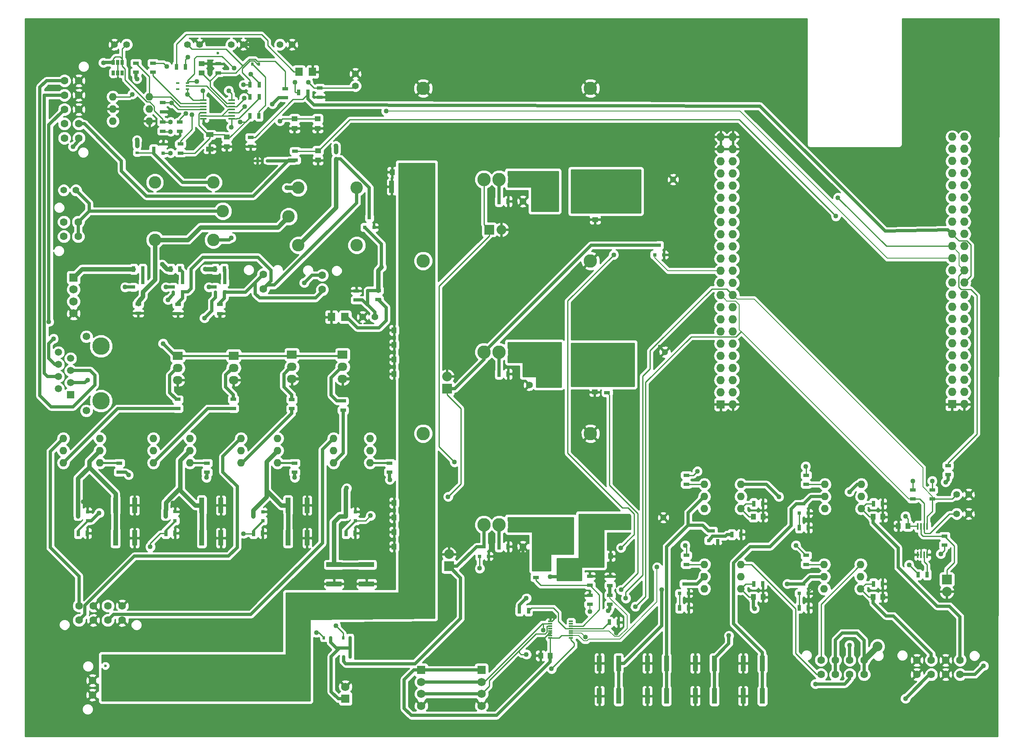
<source format=gtl>
G04 #@! TF.FileFunction,Copper,L1,Top,Mixed*
%FSLAX46Y46*%
G04 Gerber Fmt 4.6, Leading zero omitted, Abs format (unit mm)*
G04 Created by KiCad (PCBNEW 4.0.5+dfsg1-4) date Wed Feb  8 17:15:58 2017*
%MOMM*%
%LPD*%
G01*
G04 APERTURE LIST*
%ADD10C,0.100000*%
%ADD11C,0.600000*%
%ADD12R,1.300000X1.300000*%
%ADD13C,1.300000*%
%ADD14R,0.700000X0.600000*%
%ADD15C,2.600000*%
%ADD16O,1.600000X1.600000*%
%ADD17R,1.300000X0.700000*%
%ADD18R,1.000000X1.250000*%
%ADD19R,1.250000X1.000000*%
%ADD20R,2.032000X2.032000*%
%ADD21O,2.032000X2.032000*%
%ADD22R,0.800100X0.800100*%
%ADD23R,0.700000X1.300000*%
%ADD24R,0.889000X0.305000*%
%ADD25R,0.450000X1.450000*%
%ADD26R,1.450000X0.450000*%
%ADD27C,1.400000*%
%ADD28R,1.727200X1.727200*%
%ADD29O,1.727200X1.727200*%
%ADD30R,1.600000X1.000000*%
%ADD31R,2.032000X1.727200*%
%ADD32O,2.032000X1.727200*%
%ADD33C,1.600000*%
%ADD34R,0.650000X1.060000*%
%ADD35C,2.794000*%
%ADD36R,1.000000X2.500000*%
%ADD37R,0.600000X0.700000*%
%ADD38R,1.597660X1.800860*%
%ADD39R,0.590000X0.450000*%
%ADD40C,1.574800*%
%ADD41C,3.649980*%
%ADD42R,1.501140X1.501140*%
%ADD43C,1.501140*%
%ADD44R,1.750000X1.750000*%
%ADD45C,1.750000*%
%ADD46R,1.000000X3.200000*%
%ADD47R,3.200000X1.000000*%
%ADD48R,0.660400X0.406400*%
%ADD49C,1.016000*%
%ADD50C,1.397000*%
%ADD51C,1.524000*%
%ADD52C,2.032000*%
%ADD53C,0.635000*%
%ADD54C,0.254000*%
%ADD55C,1.016000*%
%ADD56C,0.203200*%
%ADD57C,0.889000*%
%ADD58C,0.457200*%
%ADD59C,1.270000*%
G04 APERTURE END LIST*
D10*
D11*
X142500000Y-113900000D03*
X214600000Y-166300000D03*
X214000000Y-163500000D03*
X216100000Y-162100000D03*
X214700000Y-90200000D03*
X211700000Y-90200000D03*
X214200000Y-126600000D03*
X211600000Y-126200000D03*
X208100000Y-95100000D03*
X213100000Y-90500000D03*
X211100000Y-124900000D03*
X183250000Y-117750000D03*
X263000000Y-109000000D03*
X102500000Y-146000000D03*
X109750000Y-160250000D03*
X168000000Y-188250000D03*
X182250000Y-168250000D03*
X168250000Y-176750000D03*
X184750000Y-84500000D03*
X167500000Y-73250000D03*
X166750000Y-98750000D03*
X168500000Y-90750000D03*
X145750000Y-93500000D03*
X142000000Y-87250000D03*
X111500000Y-93750000D03*
X111000000Y-81000000D03*
X227500000Y-105250000D03*
X220500000Y-104500000D03*
X230750000Y-135000000D03*
X251000000Y-137000000D03*
X249000000Y-174750000D03*
X215646000Y-61468000D03*
X208534000Y-61468000D03*
X208280000Y-101600000D03*
X214630000Y-96012000D03*
X203500000Y-98000000D03*
X210058000Y-131318000D03*
X214122000Y-131318000D03*
X214630000Y-136398000D03*
X210058000Y-135890000D03*
X212090000Y-130302000D03*
X211000000Y-137160000D03*
X227838000Y-78740000D03*
X227838000Y-82042000D03*
X229362000Y-77724000D03*
X227076000Y-80518000D03*
X229362000Y-83058000D03*
X213000000Y-126600000D03*
X244856000Y-154686000D03*
D12*
X220162000Y-116572000D03*
D13*
X227662000Y-116572000D03*
D11*
X100250000Y-195500000D03*
X110250000Y-195500000D03*
X120250000Y-195500000D03*
X130250000Y-195500000D03*
X140250000Y-195500000D03*
X150250000Y-195500000D03*
X160250000Y-195500000D03*
X170250000Y-195500000D03*
X180250000Y-195500000D03*
X190250000Y-195500000D03*
X200250000Y-195500000D03*
X210250000Y-195500000D03*
X220250000Y-195500000D03*
X230250000Y-195500000D03*
X240250000Y-195500000D03*
X250250000Y-195500000D03*
X260250000Y-195500000D03*
X270250000Y-195500000D03*
X280250000Y-195500000D03*
X290250000Y-195500000D03*
X295000000Y-189000000D03*
X295000000Y-179000000D03*
X295000000Y-169000000D03*
X295000000Y-159000000D03*
X295000000Y-149000000D03*
X295000000Y-139000000D03*
X295000000Y-129000000D03*
X295000000Y-119000000D03*
X295000000Y-109000000D03*
X295000000Y-99000000D03*
X295000000Y-89000000D03*
X295000000Y-79000000D03*
X295000000Y-69000000D03*
X295000000Y-59000000D03*
X287500000Y-49000000D03*
X280500000Y-50750000D03*
X278000000Y-58250000D03*
X278000000Y-68250000D03*
X275500000Y-75750000D03*
X265500000Y-75750000D03*
X255500000Y-75750000D03*
X255500000Y-68250000D03*
X255500000Y-58250000D03*
X253000000Y-48250000D03*
X243000000Y-48250000D03*
X233000000Y-48250000D03*
X223000000Y-48250000D03*
X213000000Y-48250000D03*
X213000000Y-48250000D03*
X203250000Y-48250000D03*
X193500000Y-48250000D03*
X183750000Y-48250000D03*
X174000000Y-48250000D03*
X164250000Y-48250000D03*
X154500000Y-48250000D03*
X144750000Y-48250000D03*
X135000000Y-48250000D03*
X125250000Y-48250000D03*
X115500000Y-48250000D03*
X105500000Y-48250000D03*
X95500000Y-49500000D03*
X95500000Y-59500000D03*
X95500000Y-69750000D03*
X95500000Y-79750000D03*
X95500000Y-90000000D03*
X95500000Y-101250000D03*
X95500000Y-111250000D03*
X95500000Y-121250000D03*
X95500000Y-131500000D03*
X95500000Y-141750000D03*
X95500000Y-152000000D03*
X95500000Y-162250000D03*
X95500000Y-172250000D03*
X95500000Y-184250000D03*
X146700000Y-108400000D03*
X153900000Y-113300000D03*
X230500000Y-192800000D03*
X285400000Y-190000000D03*
X284900000Y-174200000D03*
X233800000Y-174700000D03*
X252900000Y-189800000D03*
X192300000Y-169000000D03*
X192000000Y-174500000D03*
X202000000Y-188800000D03*
X120900000Y-145100000D03*
X100300000Y-163700000D03*
X116600000Y-121700000D03*
X124500000Y-175250000D03*
X121900000Y-168500000D03*
X132750000Y-192000000D03*
X144700000Y-161800000D03*
X137400000Y-164000000D03*
X132000000Y-176000000D03*
X144000000Y-177000000D03*
X195900000Y-102200000D03*
X203600000Y-111900000D03*
X187500000Y-108400000D03*
X189700000Y-128500000D03*
X200200000Y-141100000D03*
X190900000Y-140800000D03*
X199300000Y-132800000D03*
X289800000Y-62400000D03*
X290400000Y-53300000D03*
X283200000Y-59400000D03*
X270900000Y-119400000D03*
X277200000Y-111900000D03*
X255600000Y-99200000D03*
X266500000Y-97600000D03*
X254800000Y-89500000D03*
X248300000Y-60900000D03*
X239000000Y-53600000D03*
X225500000Y-57000000D03*
X206600000Y-53100000D03*
X190500000Y-56200000D03*
X182900000Y-72000000D03*
X203200000Y-74200000D03*
X203200000Y-90900000D03*
X215200000Y-88900000D03*
X157400000Y-76500000D03*
X153300000Y-76500000D03*
X155200000Y-78600000D03*
X111200000Y-58100000D03*
X108900000Y-68200000D03*
X109900000Y-64500000D03*
X109000000Y-60000000D03*
X114500000Y-66000000D03*
X117800000Y-68400000D03*
X125600000Y-71700000D03*
X129100000Y-72300000D03*
X134000000Y-65000000D03*
X136400000Y-57400000D03*
X132800000Y-57700000D03*
X134400000Y-54100000D03*
X152000000Y-52300000D03*
X149900000Y-54400000D03*
X165600000Y-58400000D03*
X163100000Y-55800000D03*
X161100000Y-58400000D03*
X156000000Y-59200000D03*
X156000000Y-56900000D03*
X156000000Y-58000000D03*
X157200000Y-63300000D03*
X157000000Y-69800000D03*
X153500000Y-69800000D03*
X151500000Y-71400000D03*
X149300000Y-71400000D03*
X150400000Y-71400000D03*
X141600000Y-77400000D03*
X142600000Y-78200000D03*
X139900000Y-74700000D03*
X141200000Y-74700000D03*
X139500000Y-73600000D03*
X135200000Y-75300000D03*
X136200000Y-75300000D03*
X133700000Y-75600000D03*
X132700000Y-75600000D03*
X137200000Y-75300000D03*
X131700000Y-75600000D03*
X137200000Y-108500000D03*
X128400000Y-108500000D03*
X126000000Y-110400000D03*
X120400000Y-108500000D03*
X117800000Y-110400000D03*
X115200000Y-108500000D03*
X104300000Y-111000000D03*
X106900000Y-110400000D03*
X107300000Y-108500000D03*
X140200000Y-121500000D03*
X128600000Y-121400000D03*
X108400000Y-165900000D03*
X108400000Y-176200000D03*
X116100000Y-174000000D03*
X116100000Y-168000000D03*
X114400000Y-165900000D03*
X114400000Y-176200000D03*
X110900000Y-191100000D03*
X110900000Y-182100000D03*
X104600000Y-188200000D03*
X104600000Y-185200000D03*
X242000000Y-181600000D03*
X242000000Y-188400000D03*
X232000000Y-188400000D03*
X232000000Y-181600000D03*
X222100000Y-181600000D03*
X222100000Y-188400000D03*
X212100000Y-188400000D03*
X212100000Y-181600000D03*
X291500000Y-130600000D03*
X288900000Y-130600000D03*
X286200000Y-130600000D03*
X284400000Y-128900000D03*
X284900000Y-130100000D03*
X290100000Y-130600000D03*
X287600000Y-130600000D03*
X284400000Y-127500000D03*
X244600000Y-127500000D03*
X240700000Y-130200000D03*
X241900000Y-130200000D03*
X239300000Y-130200000D03*
X237900000Y-130200000D03*
X236600000Y-129100000D03*
X236600000Y-126000000D03*
X236600000Y-127500000D03*
X226478000Y-117900000D03*
X226478000Y-115300000D03*
X225878000Y-116600000D03*
X227678000Y-114600000D03*
X228000000Y-97600000D03*
X229100000Y-96700000D03*
X229100000Y-95500000D03*
X211100000Y-88900000D03*
X198100000Y-86900000D03*
X195000000Y-83300000D03*
X195000000Y-86900000D03*
X193500000Y-93700000D03*
X193500000Y-88400000D03*
X196100000Y-91000000D03*
X171100000Y-77000000D03*
X169000000Y-79000000D03*
X169000000Y-80900000D03*
X169000000Y-82000000D03*
X169000000Y-83100000D03*
X170600000Y-84400000D03*
X171000000Y-109750000D03*
X169500000Y-112000000D03*
X169500000Y-113500000D03*
X169500000Y-115000000D03*
X169500000Y-116500000D03*
X169500000Y-118100000D03*
X169500000Y-119600000D03*
X169500000Y-122400000D03*
X169500000Y-121100000D03*
X169400000Y-158900000D03*
X169400000Y-155700000D03*
X169400000Y-152600000D03*
X169400000Y-149500000D03*
X169400000Y-146700000D03*
X169400000Y-148100000D03*
X169400000Y-151100000D03*
X169400000Y-154200000D03*
X169400000Y-157200000D03*
X185000000Y-156500000D03*
X180750000Y-156000000D03*
X182600000Y-155900000D03*
X195000000Y-155200000D03*
X195000000Y-159100000D03*
X195000000Y-159100000D03*
X274400000Y-152900000D03*
X276400000Y-154800000D03*
X273100000Y-146200000D03*
X275100000Y-148200000D03*
X275100000Y-151000000D03*
X293300000Y-146300000D03*
X293200000Y-150400000D03*
X289200000Y-166600000D03*
X284100000Y-166600000D03*
X273100000Y-162800000D03*
X275300000Y-165000000D03*
X275300000Y-167700000D03*
X257600000Y-168400000D03*
X257600000Y-171800000D03*
X259000000Y-167000000D03*
X259000000Y-170000000D03*
X257750000Y-155250000D03*
X259000000Y-153250000D03*
X259000000Y-150250000D03*
X250000000Y-148250000D03*
X250000000Y-151000000D03*
X234250000Y-150250000D03*
X232500000Y-155250000D03*
X227330000Y-153416000D03*
X225044000Y-151130000D03*
X227330000Y-148844000D03*
X216400000Y-160800000D03*
X218300000Y-159200000D03*
D14*
X159000000Y-76200000D03*
X159000000Y-74800000D03*
D15*
X135417500Y-87122000D03*
X133417500Y-93122000D03*
X121217500Y-93122000D03*
X121217500Y-81122000D03*
X133417500Y-81122000D03*
D16*
X112458500Y-63246000D03*
X112458500Y-65786000D03*
X112458500Y-68326000D03*
X120078500Y-68326000D03*
X120078500Y-65786000D03*
X120078500Y-63246000D03*
D17*
X117284500Y-58100000D03*
X117284500Y-56200000D03*
D18*
X203750000Y-180000000D03*
X201750000Y-180000000D03*
X172750000Y-78980000D03*
X170750000Y-78980000D03*
D19*
X213100000Y-86900000D03*
X213100000Y-88900000D03*
D18*
X173156000Y-115048000D03*
X171156000Y-115048000D03*
X173156000Y-118096000D03*
X171156000Y-118096000D03*
X173156000Y-112000000D03*
X171156000Y-112000000D03*
D19*
X213000000Y-122900000D03*
X213000000Y-124900000D03*
D18*
X173156000Y-154164000D03*
X171156000Y-154164000D03*
X173156000Y-151116000D03*
X171156000Y-151116000D03*
X173156000Y-148068000D03*
X171156000Y-148068000D03*
X214300000Y-159200000D03*
X216300000Y-159200000D03*
X278368000Y-152908000D03*
X276368000Y-152908000D03*
D19*
X131000500Y-58277000D03*
X131000500Y-56277000D03*
X155250000Y-74500000D03*
X155250000Y-76500000D03*
X150368000Y-67834000D03*
X150368000Y-69834000D03*
D16*
X235894000Y-144208000D03*
X235894000Y-146748000D03*
X235894000Y-149288000D03*
X243514000Y-149288000D03*
X243514000Y-146748000D03*
X243514000Y-144208000D03*
D20*
X286512000Y-164084000D03*
D21*
X286512000Y-166624000D03*
D22*
X122984260Y-74991000D03*
X122984260Y-73091000D03*
X120985280Y-74041000D03*
X118748980Y-103950000D03*
X118748980Y-102050000D03*
X116750000Y-103000000D03*
X236794000Y-155940760D03*
X238694000Y-155940760D03*
X237744000Y-153941780D03*
D23*
X193050000Y-85076000D03*
X194950000Y-85076000D03*
X193050000Y-157212000D03*
X194950000Y-157212000D03*
D17*
X286004000Y-156906000D03*
X286004000Y-155006000D03*
D23*
X280482000Y-163068000D03*
X282382000Y-163068000D03*
D17*
X279400000Y-145354000D03*
X279400000Y-147254000D03*
X283464000Y-145354000D03*
X283464000Y-147254000D03*
X120840500Y-56200000D03*
X120840500Y-58100000D03*
X126428500Y-70419000D03*
X126428500Y-68519000D03*
X122872500Y-70419000D03*
X122872500Y-68519000D03*
X122872500Y-64455000D03*
X122872500Y-66355000D03*
D23*
X141050000Y-67250000D03*
X142950000Y-67250000D03*
X142999500Y-60706000D03*
X141099500Y-60706000D03*
D17*
X126555500Y-74991000D03*
X126555500Y-73091000D03*
D23*
X151259500Y-62357000D03*
X153159500Y-62357000D03*
X127632500Y-57023000D03*
X125732500Y-57023000D03*
D17*
X134429500Y-58227000D03*
X134429500Y-56327000D03*
X155638500Y-61407000D03*
X155638500Y-63307000D03*
X141224000Y-71694000D03*
X141224000Y-73594000D03*
X117750000Y-106550000D03*
X117750000Y-108450000D03*
X232144000Y-142298000D03*
X232144000Y-144198000D03*
D23*
X271194000Y-148248000D03*
X273094000Y-148248000D03*
D24*
X203732221Y-172807390D03*
X203732221Y-173307390D03*
X203732221Y-173807390D03*
X203732221Y-174307390D03*
X203732221Y-174807390D03*
X203732221Y-175307390D03*
X203732221Y-175807390D03*
X208072221Y-172807390D03*
X208072221Y-173307390D03*
X208072221Y-173807390D03*
X208072221Y-174307390D03*
X208072221Y-174807390D03*
X208072221Y-175307390D03*
X208072221Y-176307390D03*
X208072221Y-175807390D03*
X203732221Y-176307390D03*
D25*
X280457000Y-158906000D03*
X281107000Y-158906000D03*
X281757000Y-158906000D03*
X282407000Y-158906000D03*
X282407000Y-153006000D03*
X281757000Y-153006000D03*
X281107000Y-153006000D03*
X280457000Y-153006000D03*
D19*
X155194000Y-67834000D03*
X155194000Y-69834000D03*
D18*
X246144000Y-167748000D03*
X248144000Y-167748000D03*
X271144000Y-150998000D03*
X273144000Y-150998000D03*
X271144000Y-167748000D03*
X273144000Y-167748000D03*
D16*
X235894000Y-160958000D03*
X235894000Y-163498000D03*
X235894000Y-166038000D03*
X243514000Y-166038000D03*
X243514000Y-163498000D03*
X243514000Y-160958000D03*
X261024000Y-144208000D03*
X261024000Y-146748000D03*
X261024000Y-149288000D03*
X268644000Y-149288000D03*
X268644000Y-146748000D03*
X268644000Y-144208000D03*
X260894000Y-160958000D03*
X260894000Y-163498000D03*
X260894000Y-166038000D03*
X268514000Y-166038000D03*
X268514000Y-163498000D03*
X268514000Y-160958000D03*
D22*
X230694000Y-166996980D03*
X232594000Y-166996980D03*
X231644000Y-164998000D03*
X255694000Y-150248760D03*
X257594000Y-150248760D03*
X256644000Y-148249780D03*
X255694000Y-166998760D03*
X257594000Y-166998760D03*
X256644000Y-164999780D03*
D17*
X150500000Y-74600000D03*
X150500000Y-76500000D03*
X232144000Y-159048000D03*
X232144000Y-160948000D03*
D23*
X241620000Y-154686000D03*
X243520000Y-154686000D03*
X230694000Y-169998000D03*
X232594000Y-169998000D03*
D17*
X257144000Y-142298000D03*
X257144000Y-144198000D03*
X257144000Y-159048000D03*
X257144000Y-160948000D03*
D23*
X255694000Y-153248000D03*
X257594000Y-153248000D03*
X255694000Y-169998000D03*
X257594000Y-169998000D03*
D26*
X131352500Y-63963000D03*
X131352500Y-64613000D03*
X131352500Y-65263000D03*
X131352500Y-65913000D03*
X131352500Y-66563000D03*
X131352500Y-67213000D03*
X131352500Y-67863000D03*
X137252500Y-67863000D03*
X137252500Y-67213000D03*
X137252500Y-66563000D03*
X137252500Y-65913000D03*
X137252500Y-65263000D03*
X137252500Y-64613000D03*
X137252500Y-63963000D03*
D27*
X198064000Y-85076000D03*
X200604000Y-85076000D03*
X199400000Y-123440000D03*
X199400000Y-120900000D03*
X198064000Y-157212000D03*
X200604000Y-157212000D03*
X288544000Y-146304000D03*
X291084000Y-146304000D03*
X288544000Y-150368000D03*
X291084000Y-150368000D03*
X102210000Y-82750000D03*
X104750000Y-82750000D03*
X115316000Y-52324000D03*
X112776000Y-52324000D03*
X128016000Y-52324000D03*
X130556000Y-52324000D03*
X147320000Y-52324000D03*
X149860000Y-52324000D03*
X163068000Y-60960000D03*
X163068000Y-58420000D03*
X137160000Y-52324000D03*
X139700000Y-52324000D03*
X167132000Y-109220000D03*
X164592000Y-109220000D03*
D28*
X287596986Y-127474721D03*
D29*
X290136986Y-127474721D03*
X287596986Y-124934721D03*
X290136986Y-124934721D03*
X287596986Y-122394721D03*
X290136986Y-122394721D03*
X287596986Y-119854721D03*
X290136986Y-119854721D03*
X287596986Y-117314721D03*
X290136986Y-117314721D03*
X287596986Y-114774721D03*
X290136986Y-114774721D03*
X287596986Y-112234721D03*
X290136986Y-112234721D03*
X287596986Y-109694721D03*
X290136986Y-109694721D03*
X287596986Y-107154721D03*
X290136986Y-107154721D03*
X287596986Y-104614721D03*
X290136986Y-104614721D03*
X287596986Y-102074721D03*
X290136986Y-102074721D03*
X287596986Y-99534721D03*
X290136986Y-99534721D03*
X287596986Y-96994721D03*
X290136986Y-96994721D03*
X287596986Y-94454721D03*
X290136986Y-94454721D03*
X287596986Y-91914721D03*
X290136986Y-91914721D03*
X287596986Y-89374721D03*
X290136986Y-89374721D03*
X287596986Y-86834721D03*
X290136986Y-86834721D03*
X287596986Y-84294721D03*
X290136986Y-84294721D03*
X287596986Y-81754721D03*
X290136986Y-81754721D03*
X287596986Y-79214721D03*
X290136986Y-79214721D03*
X287596986Y-76674721D03*
X290136986Y-76674721D03*
X287596986Y-74134721D03*
X290136986Y-74134721D03*
X287596986Y-71594721D03*
X290136986Y-71594721D03*
D28*
X239306986Y-127514722D03*
D29*
X241846986Y-127514722D03*
X239306986Y-124974722D03*
X241846986Y-124974722D03*
X239306986Y-122434722D03*
X241846986Y-122434722D03*
X239306986Y-119894722D03*
X241846986Y-119894722D03*
X239306986Y-117354722D03*
X241846986Y-117354722D03*
X239306986Y-114814722D03*
X241846986Y-114814722D03*
X239306986Y-112274722D03*
X241846986Y-112274722D03*
X239306986Y-109734722D03*
X241846986Y-109734722D03*
X239306986Y-107194722D03*
X241846986Y-107194722D03*
X239306986Y-104654722D03*
X241846986Y-104654722D03*
X239306986Y-102114722D03*
X241846986Y-102114722D03*
X239306986Y-99574722D03*
X241846986Y-99574722D03*
X239306986Y-97034722D03*
X241846986Y-97034722D03*
X239306986Y-94494722D03*
X241846986Y-94494722D03*
X239306986Y-91954722D03*
X241846986Y-91954722D03*
X239306986Y-89414722D03*
X241846986Y-89414722D03*
X239306986Y-86874722D03*
X241846986Y-86874722D03*
X239306986Y-84334722D03*
X241846986Y-84334722D03*
X239306986Y-81794722D03*
X241846986Y-81794722D03*
X239306986Y-79254722D03*
X241846986Y-79254722D03*
X239306986Y-76714722D03*
X241846986Y-76714722D03*
X239306986Y-74174722D03*
X241846986Y-74174722D03*
X239306986Y-71634722D03*
X241846986Y-71634722D03*
D18*
X246144000Y-150998000D03*
X248144000Y-150998000D03*
D17*
X163250000Y-105700000D03*
X163250000Y-103800000D03*
D23*
X246194000Y-148248000D03*
X248094000Y-148248000D03*
X246194000Y-164998000D03*
X248094000Y-164998000D03*
X271194000Y-164998000D03*
X273094000Y-164998000D03*
D30*
X132651500Y-71144000D03*
X132651500Y-74144000D03*
D16*
X109728000Y-139700000D03*
X109728000Y-137160000D03*
X109728000Y-134620000D03*
X102108000Y-134620000D03*
X102108000Y-137160000D03*
X102108000Y-139700000D03*
X128524000Y-139700000D03*
X128524000Y-137160000D03*
X128524000Y-134620000D03*
X120904000Y-134620000D03*
X120904000Y-137160000D03*
X120904000Y-139700000D03*
X146812000Y-139700000D03*
X146812000Y-137160000D03*
X146812000Y-134620000D03*
X139192000Y-134620000D03*
X139192000Y-137160000D03*
X139192000Y-139700000D03*
X166116000Y-139700000D03*
X166116000Y-137160000D03*
X166116000Y-134620000D03*
X158496000Y-134620000D03*
X158496000Y-137160000D03*
X158496000Y-139700000D03*
D31*
X125984000Y-117348000D03*
D32*
X125984000Y-119888000D03*
X125984000Y-122428000D03*
D31*
X137668000Y-117320000D03*
D32*
X137668000Y-119860000D03*
X137668000Y-122400000D03*
D31*
X149800000Y-117120000D03*
D32*
X149800000Y-119660000D03*
X149800000Y-122200000D03*
D31*
X160400000Y-117120000D03*
D32*
X160400000Y-119660000D03*
X160400000Y-122200000D03*
D33*
X102362000Y-71882000D03*
X102362000Y-68882000D03*
X102362000Y-65882000D03*
X102362000Y-62882000D03*
X102362000Y-59882000D03*
X105362000Y-71882000D03*
X105362000Y-68882000D03*
X105362000Y-65882000D03*
X105362000Y-62882000D03*
X105362000Y-59882000D03*
D22*
X188986000Y-159228760D03*
X190886000Y-159228760D03*
X189936000Y-157229780D03*
X107172760Y-151826000D03*
X107172760Y-149926000D03*
X105173780Y-150876000D03*
X125430280Y-151800600D03*
X125430280Y-149900600D03*
X123431300Y-150850600D03*
X143748760Y-151826000D03*
X143748760Y-149926000D03*
X141749780Y-150876000D03*
X163052760Y-151826000D03*
X163052760Y-149926000D03*
X161053780Y-150876000D03*
D23*
X142999500Y-63246000D03*
X141099500Y-63246000D03*
D17*
X148399500Y-61534000D03*
X148399500Y-63434000D03*
X126047500Y-106619000D03*
X126047500Y-108519000D03*
X134810500Y-106619000D03*
X134810500Y-108519000D03*
X167830500Y-103698000D03*
X167830500Y-105598000D03*
X113792000Y-141666000D03*
X113792000Y-139766000D03*
X132080000Y-141666000D03*
X132080000Y-139766000D03*
D23*
X105222000Y-154432000D03*
X107122000Y-154432000D03*
X123510000Y-154432000D03*
X125410000Y-154432000D03*
D17*
X150368000Y-141666000D03*
X150368000Y-139766000D03*
X170180000Y-141666000D03*
X170180000Y-139766000D03*
D23*
X141798000Y-154432000D03*
X143698000Y-154432000D03*
X161102000Y-154432000D03*
X163002000Y-154432000D03*
D34*
X112524500Y-58250000D03*
X113474500Y-58250000D03*
X114424500Y-58250000D03*
X114424500Y-56050000D03*
X112524500Y-56050000D03*
X113474500Y-56050000D03*
D23*
X193050000Y-121144000D03*
X194950000Y-121144000D03*
D18*
X173156000Y-157212000D03*
X171156000Y-157212000D03*
X173156000Y-121144000D03*
X171156000Y-121144000D03*
D35*
X193085600Y-80504000D03*
X189910600Y-80516700D03*
X196260600Y-80504000D03*
X177210600Y-80504000D03*
X212148300Y-80504000D03*
X177210600Y-61454000D03*
X212135600Y-61454000D03*
X193085600Y-116572000D03*
X189910600Y-116584700D03*
X196260600Y-116572000D03*
X177210600Y-116572000D03*
X212148300Y-116572000D03*
X177210600Y-97522000D03*
X212135600Y-97522000D03*
X193085600Y-152640000D03*
X189910600Y-152652700D03*
X196260600Y-152640000D03*
X177210600Y-152640000D03*
X212148300Y-152640000D03*
X177210600Y-133590000D03*
X212135600Y-133590000D03*
D36*
X173656000Y-82028000D03*
X170656000Y-82028000D03*
D12*
X221862000Y-80504000D03*
D13*
X229362000Y-80504000D03*
D12*
X219830000Y-151130000D03*
D13*
X227330000Y-151130000D03*
D19*
X136207500Y-71644000D03*
X136207500Y-73644000D03*
D37*
X160550000Y-176250000D03*
X161950000Y-176250000D03*
X156500000Y-176250000D03*
X157900000Y-176250000D03*
X160600000Y-180250000D03*
X162000000Y-180250000D03*
D14*
X117500000Y-74900000D03*
X117500000Y-73500000D03*
D37*
X141540000Y-56388000D03*
X142940000Y-56388000D03*
D38*
X151297640Y-58039000D03*
X154137360Y-58039000D03*
X160919860Y-109250000D03*
X158080140Y-109250000D03*
D39*
X144710000Y-76600000D03*
X142600000Y-76600000D03*
D40*
X106934000Y-128816100D03*
D41*
X109982000Y-115354100D03*
X109982000Y-126784100D03*
D42*
X103632000Y-125514100D03*
D43*
X101092000Y-124244100D03*
X103632000Y-122974100D03*
X101092000Y-121704100D03*
X103632000Y-120434100D03*
X101092000Y-119164100D03*
X103632000Y-117894100D03*
X101092000Y-116624100D03*
D40*
X106934000Y-113322100D03*
D33*
X111200000Y-185200000D03*
X111200000Y-188200000D03*
X108200000Y-185200000D03*
X108200000Y-188200000D03*
D44*
X161000000Y-189000000D03*
D45*
X161000000Y-186500000D03*
D20*
X191000000Y-91000000D03*
D21*
X193540000Y-91000000D03*
D20*
X182200000Y-124200000D03*
D21*
X182200000Y-121660000D03*
D20*
X182600000Y-161340000D03*
D21*
X182600000Y-158800000D03*
D44*
X189400000Y-183000000D03*
D45*
X189400000Y-185500000D03*
X189400000Y-188000000D03*
X189400000Y-190500000D03*
D44*
X176800000Y-183000000D03*
D45*
X176800000Y-185500000D03*
X176800000Y-188000000D03*
X176800000Y-190500000D03*
D33*
X105219500Y-89408000D03*
X105219500Y-92408000D03*
X102219500Y-89408000D03*
X102219500Y-92408000D03*
X143827500Y-103378000D03*
X143827500Y-100378000D03*
X156146500Y-103505000D03*
X156146500Y-100505000D03*
D44*
X104250000Y-101000000D03*
D45*
X104250000Y-103500000D03*
X104250000Y-106000000D03*
X104250000Y-108500000D03*
D33*
X269244000Y-183928000D03*
X266244000Y-183928000D03*
X263244000Y-183928000D03*
X260244000Y-183928000D03*
X269244000Y-180928000D03*
X266244000Y-180928000D03*
X263244000Y-180928000D03*
X260244000Y-180928000D03*
X289244000Y-183928000D03*
X286244000Y-183928000D03*
X283244000Y-183928000D03*
X280244000Y-183928000D03*
X289244000Y-180928000D03*
X286244000Y-180928000D03*
X283244000Y-180928000D03*
X280244000Y-180928000D03*
X105400000Y-169600000D03*
X108400000Y-169600000D03*
X111400000Y-169600000D03*
X114400000Y-169600000D03*
X105400000Y-172600000D03*
X108400000Y-172600000D03*
X111400000Y-172600000D03*
X114400000Y-172600000D03*
D22*
X225550000Y-96250760D03*
X227450000Y-96250760D03*
X226500000Y-94251780D03*
X127048260Y-103947000D03*
X127048260Y-102047000D03*
X125049280Y-102997000D03*
X135811260Y-103947000D03*
X135811260Y-102047000D03*
X133812280Y-102997000D03*
X165050000Y-90500760D03*
X166950000Y-90500760D03*
X166000000Y-88501780D03*
D46*
X203900000Y-85600000D03*
X210100000Y-85600000D03*
X203900000Y-121600000D03*
X210100000Y-121600000D03*
D47*
X207000000Y-157150000D03*
X207000000Y-163350000D03*
D17*
X215600000Y-123150000D03*
X215600000Y-125050000D03*
X216200000Y-169300000D03*
X216200000Y-167400000D03*
X212000000Y-169300000D03*
X212000000Y-167400000D03*
X216200000Y-165350000D03*
X216200000Y-163450000D03*
D23*
X197300000Y-170600000D03*
X199200000Y-170600000D03*
D17*
X200750000Y-161800000D03*
X200750000Y-163700000D03*
D23*
X216050000Y-173000000D03*
X217950000Y-173000000D03*
D17*
X212000000Y-165300000D03*
X212000000Y-163400000D03*
X286750000Y-142200000D03*
X286750000Y-140300000D03*
D23*
X126450000Y-99250000D03*
X124550000Y-99250000D03*
X118700000Y-99250000D03*
X116800000Y-99250000D03*
X135700000Y-99250000D03*
X133800000Y-99250000D03*
D17*
X126000000Y-126450000D03*
X126000000Y-128350000D03*
X137600000Y-126450000D03*
X137600000Y-128350000D03*
X149800000Y-126500000D03*
X149800000Y-128400000D03*
X160500000Y-126800000D03*
X160500000Y-128700000D03*
D46*
X228000000Y-188400000D03*
X228000000Y-181600000D03*
X224000000Y-181600000D03*
X224000000Y-188400000D03*
X218000000Y-188400000D03*
X218000000Y-181600000D03*
X214000000Y-181600000D03*
X214000000Y-188400000D03*
X248000000Y-188400000D03*
X248000000Y-181600000D03*
X244000000Y-181600000D03*
X244000000Y-188400000D03*
X238000000Y-188400000D03*
X238000000Y-181600000D03*
X234000000Y-181600000D03*
X234000000Y-188400000D03*
X113000000Y-148600000D03*
X113000000Y-155400000D03*
X117000000Y-155400000D03*
X117000000Y-148600000D03*
X131000000Y-148600000D03*
X131000000Y-155400000D03*
X135000000Y-155400000D03*
X135000000Y-148600000D03*
X149000000Y-148600000D03*
X149000000Y-155400000D03*
X153000000Y-155400000D03*
X153000000Y-148600000D03*
D47*
X165400000Y-161000000D03*
X158600000Y-161000000D03*
X158600000Y-165000000D03*
X165400000Y-165000000D03*
D48*
X128016000Y-61660400D03*
X128016000Y-60339600D03*
X128016000Y-61000000D03*
X125984000Y-60339600D03*
X125984000Y-61660400D03*
D15*
X149150000Y-88250000D03*
X151150000Y-82250000D03*
X163350000Y-82250000D03*
X163350000Y-94250000D03*
X151150000Y-94250000D03*
D11*
X217800000Y-160500000D03*
D49*
X131572000Y-109474000D03*
X123952000Y-105664000D03*
X238760000Y-157226000D03*
X204611799Y-171845799D03*
X124500000Y-67000000D03*
X217500000Y-175250000D03*
X132750000Y-56250000D03*
X138000000Y-61250000D03*
X155250000Y-71250000D03*
X197309334Y-159463334D03*
X202000000Y-176800000D03*
X163200000Y-122200000D03*
X152600000Y-122200000D03*
X106240590Y-147819320D03*
X124947349Y-148061349D03*
X133000000Y-69500000D03*
X127000000Y-153416000D03*
X104394000Y-158496000D03*
X283210000Y-156718000D03*
X258826000Y-165608000D03*
X249936000Y-167386000D03*
X134112000Y-110490000D03*
X123698000Y-109220000D03*
X113030000Y-60452000D03*
D50*
X143256000Y-52070000D03*
D51*
X173482000Y-123444000D03*
X175514000Y-136652000D03*
D49*
X170250000Y-143250000D03*
X234450364Y-141486364D03*
X115750000Y-142250000D03*
X286250000Y-143750000D03*
X117500000Y-59500000D03*
X226000000Y-161500000D03*
X150400000Y-142800000D03*
X132000000Y-142800000D03*
X148750000Y-82250000D03*
X159000000Y-73500000D03*
X117500000Y-72250000D03*
X132500000Y-103000000D03*
X123500000Y-103000000D03*
X115000000Y-103000000D03*
X255016000Y-156972000D03*
X231902000Y-156972000D03*
X257048000Y-140462000D03*
X278638000Y-161036000D03*
X285242000Y-158750000D03*
X277876000Y-150876000D03*
X279400000Y-143510000D03*
X283464000Y-143510000D03*
X136652000Y-61976000D03*
X122936000Y-114808000D03*
X137160000Y-92710000D03*
X147320000Y-68326000D03*
X266192000Y-145796000D03*
X266192000Y-177800000D03*
X251460000Y-146812000D03*
X259080000Y-185928000D03*
X152400000Y-102108000D03*
X215802884Y-170637430D03*
D52*
X272034000Y-178054000D03*
D49*
X145750000Y-64750000D03*
X124500000Y-68500000D03*
X110490000Y-56134000D03*
X168540273Y-98819949D03*
X99109235Y-110236000D03*
X107188000Y-122428000D03*
X100076000Y-113792000D03*
X104140000Y-73660000D03*
X124500000Y-70500000D03*
X116500000Y-62750000D03*
X218468364Y-157468364D03*
X217000000Y-96250000D03*
X204000000Y-182750000D03*
X203750000Y-163500000D03*
X198750000Y-168000000D03*
X139000000Y-68500000D03*
X141224000Y-58485929D03*
X263761433Y-84309590D03*
X263330383Y-88169607D03*
X294174660Y-182125079D03*
X277876000Y-188976000D03*
X246380000Y-170180000D03*
X183763241Y-139566892D03*
X159000000Y-173750000D03*
X182410218Y-146783018D03*
X154992673Y-175177064D03*
X139720157Y-60720157D03*
X137750000Y-57250000D03*
X130000000Y-60000000D03*
X129000000Y-67000000D03*
X127707390Y-66751200D03*
X169500000Y-66250000D03*
X123698000Y-56896000D03*
X139750000Y-154500000D03*
X166250000Y-150750000D03*
X120250000Y-157250000D03*
X109600000Y-150200000D03*
X198750000Y-179750000D03*
X221500000Y-169750000D03*
X202297110Y-174664054D03*
X219500000Y-168000000D03*
X189000000Y-161750000D03*
X122750000Y-98250000D03*
X131750000Y-99250000D03*
X137159744Y-69570361D03*
X124500000Y-75000000D03*
X227000000Y-166200000D03*
X253200000Y-165000000D03*
X241000000Y-175800000D03*
X161250000Y-145000000D03*
X211053392Y-176152395D03*
X218500000Y-166250000D03*
X212000000Y-170750000D03*
X131250000Y-62000000D03*
X124720157Y-64529843D03*
X128000000Y-62750000D03*
X128127013Y-54992441D03*
X150500000Y-60250000D03*
X140000000Y-65250000D03*
X139849310Y-63500000D03*
X153250000Y-60250000D03*
D53*
X133860500Y-104097000D02*
X133860500Y-105153500D01*
X133096000Y-107950000D02*
X131572000Y-109474000D01*
X133096000Y-105918000D02*
X133096000Y-107950000D01*
X133860500Y-105153500D02*
X133096000Y-105918000D01*
X125097500Y-104097000D02*
X125097500Y-104518500D01*
X125097500Y-104518500D02*
X123952000Y-105664000D01*
X212000000Y-163400000D02*
X212300000Y-163400000D01*
X238694000Y-155940760D02*
X238694000Y-157160000D01*
X238694000Y-157160000D02*
X238760000Y-157226000D01*
D54*
X203732221Y-172807390D02*
X204024221Y-172807390D01*
X204611799Y-172219812D02*
X204611799Y-171845799D01*
X204024221Y-172807390D02*
X204611799Y-172219812D01*
D53*
X216150000Y-163400000D02*
X216200000Y-163450000D01*
X122872500Y-66355000D02*
X123855000Y-66355000D01*
X123855000Y-66355000D02*
X124500000Y-67000000D01*
D54*
X217950000Y-173000000D02*
X217950000Y-174800000D01*
X217950000Y-174800000D02*
X217500000Y-175250000D01*
X134429500Y-56327000D02*
X132827000Y-56327000D01*
X132827000Y-56327000D02*
X132750000Y-56250000D01*
X131000500Y-56277000D02*
X132723000Y-56277000D01*
X132723000Y-56277000D02*
X132750000Y-56250000D01*
X141099500Y-63246000D02*
X141099500Y-63099500D01*
X141099500Y-63099500D02*
X140000000Y-62000000D01*
X140000000Y-62000000D02*
X138750000Y-62000000D01*
X138750000Y-62000000D02*
X138000000Y-61250000D01*
X155194000Y-69834000D02*
X155194000Y-71194000D01*
X155194000Y-71194000D02*
X155250000Y-71250000D01*
D53*
X197817333Y-158955335D02*
X197309334Y-159463334D01*
X198064000Y-158708668D02*
X197817333Y-158955335D01*
X198064000Y-157212000D02*
X198064000Y-158708668D01*
D54*
X203732221Y-174807390D02*
X203732221Y-175067779D01*
X203732221Y-175067779D02*
X202000000Y-176800000D01*
D53*
X160400000Y-122200000D02*
X163200000Y-122200000D01*
X149800000Y-122200000D02*
X152600000Y-122200000D01*
D54*
X107172760Y-148751490D02*
X106748589Y-148327319D01*
X107172760Y-149926000D02*
X107172760Y-148751490D01*
X106748589Y-148327319D02*
X106240590Y-147819320D01*
X125455348Y-148569348D02*
X124947349Y-148061349D01*
X125460760Y-148574760D02*
X125455348Y-148569348D01*
X125460760Y-149926000D02*
X125460760Y-148574760D01*
X131352500Y-67863000D02*
X131352500Y-68342000D01*
X131352500Y-68342000D02*
X132510500Y-69500000D01*
X132510500Y-69500000D02*
X133000000Y-69500000D01*
X125410000Y-154432000D02*
X125984000Y-154432000D01*
X125984000Y-154432000D02*
X127000000Y-153416000D01*
X107122000Y-154432000D02*
X107122000Y-155768000D01*
X107122000Y-155768000D02*
X104394000Y-158496000D01*
X281107000Y-158906000D02*
X281107000Y-157297000D01*
X282407000Y-157521000D02*
X283210000Y-156718000D01*
X282407000Y-157521000D02*
X282407000Y-158906000D01*
X281686000Y-156718000D02*
X283210000Y-156718000D01*
X281107000Y-157297000D02*
X281686000Y-156718000D01*
X257594000Y-166998760D02*
X257594000Y-166840000D01*
X257594000Y-166840000D02*
X258826000Y-165608000D01*
X248144000Y-167748000D02*
X249574000Y-167748000D01*
X249574000Y-167748000D02*
X249936000Y-167386000D01*
X203732221Y-175307390D02*
X203732221Y-174807390D01*
X203732221Y-175807390D02*
X203732221Y-175307390D01*
D53*
X134810500Y-108519000D02*
X134810500Y-109791500D01*
X134810500Y-109791500D02*
X134112000Y-110490000D01*
X126047500Y-108519000D02*
X124399000Y-108519000D01*
X124399000Y-108519000D02*
X123698000Y-109220000D01*
D54*
X113474500Y-56050000D02*
X113474500Y-58250000D01*
X113474500Y-58250000D02*
X113474500Y-60007500D01*
X113474500Y-60007500D02*
X113030000Y-60452000D01*
D53*
X139700000Y-52324000D02*
X143002000Y-52324000D01*
X143002000Y-52324000D02*
X143256000Y-52070000D01*
D54*
X126428500Y-70419000D02*
X126177000Y-70419000D01*
D55*
X173156000Y-148068000D02*
X173156000Y-147392000D01*
X173156000Y-123118000D02*
X173156000Y-121144000D01*
X173482000Y-123444000D02*
X173156000Y-123118000D01*
X177800000Y-138938000D02*
X175514000Y-136652000D01*
X177800000Y-142748000D02*
X177800000Y-138938000D01*
X173156000Y-147392000D02*
X177800000Y-142748000D01*
D53*
X173156000Y-148068000D02*
X175204000Y-148068000D01*
X177210600Y-150074600D02*
X177210600Y-152640000D01*
X175204000Y-148068000D02*
X177210600Y-150074600D01*
X173156000Y-157212000D02*
X175204000Y-157212000D01*
X177210600Y-155205400D02*
X177210600Y-152640000D01*
X175204000Y-157212000D02*
X177210600Y-155205400D01*
X173156000Y-154164000D02*
X175686600Y-154164000D01*
X175686600Y-154164000D02*
X177210600Y-152640000D01*
X173156000Y-151116000D02*
X175686600Y-151116000D01*
X175686600Y-151116000D02*
X177210600Y-152640000D01*
X173156000Y-121144000D02*
X175204000Y-121144000D01*
X177210600Y-119137400D02*
X177210600Y-116572000D01*
X175204000Y-121144000D02*
X177210600Y-119137400D01*
X175699300Y-118083300D02*
X173168700Y-118083300D01*
X173168700Y-118083300D02*
X173156000Y-118096000D01*
X175712000Y-115073400D02*
X173181400Y-115073400D01*
X173181400Y-115073400D02*
X173156000Y-115048000D01*
X175204000Y-112050800D02*
X173206800Y-112050800D01*
X173206800Y-112050800D02*
X173156000Y-112000000D01*
X177210600Y-116572000D02*
X177210600Y-114057400D01*
X177210600Y-114057400D02*
X175204000Y-112050800D01*
X175699300Y-118083300D02*
X177210600Y-116572000D01*
X175712000Y-115073400D02*
X177210600Y-116572000D01*
X173156000Y-78980000D02*
X175594600Y-78980000D01*
X175594600Y-78980000D02*
X177194600Y-80580000D01*
X173156000Y-82028000D02*
X175746600Y-82028000D01*
X175746600Y-82028000D02*
X177194600Y-80580000D01*
X177118600Y-80504000D02*
X177194600Y-80580000D01*
X170180000Y-141666000D02*
X170180000Y-143180000D01*
X170180000Y-143180000D02*
X170250000Y-143250000D01*
D54*
X233638728Y-142298000D02*
X233942365Y-141994363D01*
X233942365Y-141994363D02*
X234450364Y-141486364D01*
X232144000Y-142298000D02*
X233638728Y-142298000D01*
D53*
X113792000Y-141666000D02*
X115166000Y-141666000D01*
X115166000Y-141666000D02*
X115750000Y-142250000D01*
X203750000Y-180000000D02*
X203750000Y-181260000D01*
X203750000Y-181260000D02*
X192510000Y-192500000D01*
X192510000Y-192500000D02*
X174750000Y-192500000D01*
X173250000Y-191000000D02*
X173250000Y-185040000D01*
X174750000Y-192500000D02*
X173250000Y-191000000D01*
X173250000Y-185040000D02*
X175290000Y-183000000D01*
X175290000Y-183000000D02*
X176800000Y-183000000D01*
D54*
X203750000Y-180000000D02*
X203750000Y-176325169D01*
X203750000Y-176325169D02*
X203732221Y-176307390D01*
D56*
X226000000Y-168750000D02*
X226000000Y-162218420D01*
X211400865Y-176876296D02*
X211777161Y-176500000D01*
X226000000Y-162218420D02*
X226000000Y-161500000D01*
X218250000Y-176500000D02*
X226000000Y-168750000D01*
X211777161Y-176500000D02*
X218250000Y-176500000D01*
X209637013Y-175807390D02*
X210705919Y-176876296D01*
X210705919Y-176876296D02*
X211400865Y-176876296D01*
X208072221Y-175807390D02*
X209637013Y-175807390D01*
D53*
X286750000Y-142200000D02*
X286750000Y-143250000D01*
X286750000Y-143250000D02*
X286250000Y-143750000D01*
X117284500Y-58100000D02*
X117284500Y-59284500D01*
X117284500Y-59284500D02*
X117500000Y-59500000D01*
D54*
X206083642Y-175807390D02*
X207373721Y-175807390D01*
X205583642Y-176307390D02*
X206083642Y-175807390D01*
X203732221Y-176307390D02*
X205583642Y-176307390D01*
X207373721Y-175807390D02*
X208072221Y-175807390D01*
D53*
X176800000Y-183000000D02*
X189400000Y-183000000D01*
X150368000Y-141666000D02*
X150368000Y-142768000D01*
X150368000Y-142768000D02*
X150400000Y-142800000D01*
X132080000Y-141666000D02*
X132080000Y-142720000D01*
X132080000Y-142720000D02*
X132000000Y-142800000D01*
D57*
X151150000Y-82250000D02*
X148750000Y-82250000D01*
X159000000Y-74800000D02*
X159000000Y-73500000D01*
X117500000Y-73500000D02*
X117500000Y-72250000D01*
D53*
X133812280Y-102997000D02*
X132503000Y-102997000D01*
X132503000Y-102997000D02*
X132500000Y-103000000D01*
X125049280Y-102997000D02*
X123503000Y-102997000D01*
X123503000Y-102997000D02*
X123500000Y-103000000D01*
X116750000Y-103000000D02*
X115000000Y-103000000D01*
D54*
X278368000Y-152908000D02*
X280359000Y-152908000D01*
X280359000Y-152908000D02*
X280457000Y-153006000D01*
X257144000Y-159048000D02*
X257092000Y-159048000D01*
X257092000Y-159048000D02*
X255016000Y-156972000D01*
X232144000Y-159048000D02*
X232144000Y-157214000D01*
X232144000Y-157214000D02*
X231902000Y-156972000D01*
X257144000Y-142298000D02*
X257144000Y-140558000D01*
X257144000Y-140558000D02*
X257048000Y-140462000D01*
X280482000Y-163068000D02*
X280482000Y-162880000D01*
X280482000Y-162880000D02*
X278638000Y-161036000D01*
X286004000Y-156906000D02*
X286004000Y-157988000D01*
X286004000Y-157988000D02*
X285242000Y-158750000D01*
X278368000Y-152908000D02*
X278368000Y-151368000D01*
X278368000Y-151368000D02*
X277876000Y-150876000D01*
X279400000Y-145354000D02*
X279400000Y-143510000D01*
X283464000Y-145354000D02*
X283464000Y-143510000D01*
X137252500Y-63963000D02*
X137252500Y-62576500D01*
X137252500Y-62576500D02*
X136652000Y-61976000D01*
D53*
X125984000Y-117348000D02*
X125476000Y-117348000D01*
X125476000Y-117348000D02*
X122936000Y-114808000D01*
X133417500Y-93122000D02*
X136748000Y-93122000D01*
X136748000Y-93122000D02*
X137160000Y-92710000D01*
D54*
X150368000Y-67834000D02*
X147812000Y-67834000D01*
X147812000Y-67834000D02*
X147320000Y-68326000D01*
X257144000Y-142298000D02*
X257144000Y-142144000D01*
X150368000Y-67834000D02*
X155194000Y-67834000D01*
X280359000Y-152908000D02*
X280457000Y-153006000D01*
D58*
X149860000Y-117348000D02*
X160528000Y-117348000D01*
X137668000Y-117348000D02*
X149860000Y-117348000D01*
X125984000Y-117348000D02*
X132080000Y-117348000D01*
X132080000Y-117348000D02*
X137668000Y-117348000D01*
D53*
X266244000Y-180928000D02*
X266244000Y-177852000D01*
X267780000Y-144208000D02*
X268644000Y-144208000D01*
X266192000Y-145796000D02*
X267780000Y-144208000D01*
X266244000Y-177852000D02*
X266192000Y-177800000D01*
D54*
X243514000Y-160958000D02*
X245739802Y-160958000D01*
X245739802Y-160958000D02*
X254962999Y-170181197D01*
X254962999Y-170181197D02*
X254962999Y-179509759D01*
X259381240Y-183928000D02*
X260244000Y-183928000D01*
X254962999Y-179509759D02*
X259381240Y-183928000D01*
X268514000Y-160958000D02*
X260244000Y-169228000D01*
X260244000Y-169228000D02*
X260244000Y-180928000D01*
D53*
X266244000Y-183928000D02*
X266244000Y-184860000D01*
X248856000Y-144208000D02*
X243514000Y-144208000D01*
X251460000Y-146812000D02*
X248856000Y-144208000D01*
X265176000Y-185928000D02*
X259080000Y-185928000D01*
X266244000Y-184860000D02*
X265176000Y-185928000D01*
X156146500Y-100505000D02*
X154003000Y-100505000D01*
X154003000Y-100505000D02*
X152400000Y-102108000D01*
X215847570Y-170637430D02*
X215802884Y-170637430D01*
X216200000Y-169300000D02*
X216200000Y-170285000D01*
X216200000Y-170285000D02*
X215847570Y-170637430D01*
X196260600Y-116800600D02*
X196260600Y-116572000D01*
D59*
X269244000Y-180928000D02*
X269244000Y-180844000D01*
X269244000Y-180844000D02*
X272034000Y-178054000D01*
D53*
X269244000Y-183928000D02*
X269272000Y-183928000D01*
X269244000Y-180928000D02*
X269244000Y-183928000D01*
X263244000Y-180928000D02*
X263244000Y-176684000D01*
X269244000Y-176788000D02*
X269244000Y-180928000D01*
X267716000Y-175260000D02*
X269244000Y-176788000D01*
X264668000Y-175260000D02*
X267716000Y-175260000D01*
X263244000Y-176684000D02*
X264668000Y-175260000D01*
X263244000Y-180928000D02*
X263244000Y-183928000D01*
X196260600Y-116800600D02*
X196260600Y-116572000D01*
X107505500Y-87122000D02*
X107505500Y-85505500D01*
X107505500Y-85505500D02*
X104750000Y-82750000D01*
X105219500Y-89408000D02*
X105219500Y-92408000D01*
D58*
X105156000Y-89471500D02*
X105219500Y-89408000D01*
D53*
X135417500Y-87122000D02*
X107505500Y-87122000D01*
X107505500Y-87122000D02*
X105219500Y-89408000D01*
X206938000Y-157212000D02*
X207000000Y-157150000D01*
D54*
X200750000Y-157358000D02*
X200604000Y-157212000D01*
D53*
X148399500Y-63434000D02*
X147066000Y-63434000D01*
X147066000Y-63434000D02*
X145750000Y-64750000D01*
X200604000Y-157212000D02*
X200604000Y-156983400D01*
D54*
X122872500Y-68519000D02*
X122872500Y-67915000D01*
X122872500Y-67915000D02*
X121119801Y-66162301D01*
X121119801Y-66162301D02*
X121119801Y-65286175D01*
X119578675Y-64287301D02*
X114990801Y-59699427D01*
X121119801Y-65286175D02*
X120120927Y-64287301D01*
X120120927Y-64287301D02*
X119578675Y-64287301D01*
X114990801Y-59699427D02*
X114990801Y-57400301D01*
X114990801Y-57400301D02*
X114424500Y-56834000D01*
X114424500Y-56834000D02*
X114424500Y-56050000D01*
D58*
X114424500Y-56050000D02*
X114424500Y-56255000D01*
X122572500Y-68519000D02*
X122872500Y-68519000D01*
D54*
X122872500Y-68519000D02*
X124481000Y-68519000D01*
X124481000Y-68519000D02*
X124500000Y-68500000D01*
D53*
X110490000Y-56134000D02*
X110574000Y-56050000D01*
X110574000Y-56050000D02*
X112524500Y-56050000D01*
D54*
X114424500Y-56050000D02*
X114424500Y-53215500D01*
X114424500Y-53215500D02*
X115316000Y-52324000D01*
D53*
X112494500Y-56050000D02*
X112524500Y-56050000D01*
D54*
X114574500Y-56200000D02*
X114424500Y-56050000D01*
X112524500Y-56050000D02*
X112524500Y-55306000D01*
X114424500Y-55306000D02*
X114424500Y-56050000D01*
X113982500Y-54864000D02*
X114424500Y-55306000D01*
X112966500Y-54864000D02*
X113982500Y-54864000D01*
X112524500Y-55306000D02*
X112966500Y-54864000D01*
D53*
X168540273Y-98819949D02*
X168540273Y-93991033D01*
X168540273Y-93991033D02*
X165050000Y-90500760D01*
D57*
X167830500Y-99529722D02*
X168032274Y-99327948D01*
X168032274Y-99327948D02*
X168540273Y-98819949D01*
X167830500Y-103698000D02*
X167830500Y-99529722D01*
D53*
X163250000Y-105700000D02*
X164535000Y-105700000D01*
X164535000Y-105700000D02*
X165515000Y-106680000D01*
X165515000Y-106680000D02*
X165608000Y-106680000D01*
X167132000Y-109220000D02*
X167132000Y-108204000D01*
X165608000Y-106680000D02*
X165608000Y-103698000D01*
X167132000Y-108204000D02*
X165608000Y-106680000D01*
X165608000Y-103698000D02*
X167830500Y-103698000D01*
D54*
X232144000Y-160948000D02*
X235884000Y-160948000D01*
X235884000Y-160948000D02*
X235894000Y-160958000D01*
D53*
X99109235Y-69134765D02*
X99109235Y-109517580D01*
X102362000Y-65882000D02*
X99109235Y-69134765D01*
X99109235Y-109517580D02*
X99109235Y-110236000D01*
X106641900Y-122974100D02*
X103632000Y-122974100D01*
X107188000Y-122428000D02*
X106641900Y-122974100D01*
X98844100Y-121704100D02*
X101092000Y-121704100D01*
X98169425Y-121029425D02*
X98844100Y-121704100D01*
X102362000Y-62882000D02*
X98154000Y-62882000D01*
X98154000Y-62882000D02*
X98169425Y-62897425D01*
X98169425Y-62897425D02*
X98169425Y-121029425D01*
X102362000Y-59882000D02*
X98614000Y-59882000D01*
X98614000Y-59882000D02*
X97234256Y-61261744D01*
X107734100Y-120434100D02*
X103632000Y-120434100D01*
X97234256Y-61261744D02*
X97234256Y-125682256D01*
X97234256Y-125682256D02*
X99568000Y-128016000D01*
X99568000Y-128016000D02*
X104140000Y-128016000D01*
X108712000Y-123444000D02*
X108712000Y-121412000D01*
X104140000Y-128016000D02*
X108712000Y-123444000D01*
X108712000Y-121412000D02*
X107734100Y-120434100D01*
X101092000Y-119164100D02*
X100368100Y-119164100D01*
X100368100Y-119164100D02*
X99060000Y-117856000D01*
X99060000Y-117856000D02*
X99060000Y-114808000D01*
X99060000Y-114808000D02*
X100076000Y-113792000D01*
X104140000Y-73660000D02*
X105362000Y-72438000D01*
X105362000Y-72438000D02*
X105362000Y-71882000D01*
X144710000Y-76600000D02*
X150400000Y-76600000D01*
X150400000Y-76600000D02*
X150500000Y-76500000D01*
X119500000Y-84000000D02*
X141715000Y-84000000D01*
X141715000Y-84000000D02*
X149215000Y-76500000D01*
X149215000Y-76500000D02*
X150500000Y-76500000D01*
X114250000Y-78750000D02*
X119500000Y-84000000D01*
X114250000Y-76638630D02*
X114250000Y-78750000D01*
X105362000Y-68882000D02*
X106493370Y-68882000D01*
X106493370Y-68882000D02*
X114250000Y-76638630D01*
D54*
X124500000Y-70500000D02*
X122953500Y-70500000D01*
X122953500Y-70500000D02*
X122872500Y-70419000D01*
X112458500Y-63246000D02*
X116004000Y-63246000D01*
X116004000Y-63246000D02*
X116500000Y-62750000D01*
X217000000Y-96250000D02*
X207374520Y-105875480D01*
X207374520Y-105875480D02*
X207374520Y-137718689D01*
X207374520Y-137718689D02*
X218284979Y-148629148D01*
X218468364Y-157468364D02*
X219750000Y-156186728D01*
X219750000Y-156170000D02*
X221234000Y-154686000D01*
X219750000Y-156186728D02*
X219750000Y-156170000D01*
X219964000Y-149098000D02*
X218753831Y-149098000D01*
X221234000Y-154686000D02*
X221234000Y-150368000D01*
X221234000Y-150368000D02*
X219964000Y-149098000D01*
X218753831Y-149098000D02*
X218284979Y-148629148D01*
X218284979Y-148629148D02*
X218287191Y-148629148D01*
X208750000Y-177391669D02*
X208750000Y-178000000D01*
X208750000Y-178000000D02*
X204000000Y-182750000D01*
X208072221Y-176307390D02*
X208072221Y-176713890D01*
X208072221Y-176713890D02*
X208750000Y-177391669D01*
D53*
X212224300Y-80488000D02*
X212132300Y-80580000D01*
X203750000Y-163500000D02*
X206850000Y-163500000D01*
X206850000Y-163500000D02*
X207000000Y-163350000D01*
X197300000Y-170600000D02*
X197300000Y-169450000D01*
X197300000Y-169450000D02*
X198750000Y-168000000D01*
D54*
X139000000Y-68500000D02*
X140100000Y-68500000D01*
X140100000Y-68500000D02*
X141050000Y-67550000D01*
X141050000Y-67550000D02*
X141050000Y-67250000D01*
X126555500Y-74991000D02*
X129558500Y-74991000D01*
X129558500Y-74991000D02*
X132651500Y-71898000D01*
X132651500Y-71898000D02*
X132651500Y-71144000D01*
X142999500Y-60706000D02*
X142999500Y-60406000D01*
X142999500Y-60406000D02*
X141224000Y-58630500D01*
X141224000Y-58630500D02*
X141224000Y-58485929D01*
X136207500Y-71644000D02*
X136956000Y-71644000D01*
X136956000Y-71644000D02*
X141050000Y-67550000D01*
X132651500Y-71144000D02*
X135707500Y-71144000D01*
X135707500Y-71144000D02*
X136207500Y-71644000D01*
X131352500Y-66563000D02*
X130618158Y-66563000D01*
X130618158Y-66563000D02*
X130386199Y-66794959D01*
X130386199Y-66794959D02*
X130386199Y-69178699D01*
X130386199Y-69178699D02*
X132351500Y-71144000D01*
X132351500Y-71144000D02*
X132651500Y-71144000D01*
X131352500Y-66563000D02*
X131187000Y-66563000D01*
X140941098Y-55381690D02*
X139572788Y-56750000D01*
X139572788Y-56750000D02*
X138095788Y-58227000D01*
X128016000Y-52324000D02*
X128957301Y-53265301D01*
X128957301Y-53265301D02*
X136088089Y-53265301D01*
X136088089Y-53265301D02*
X139572788Y-56750000D01*
X138095788Y-58227000D02*
X135333500Y-58227000D01*
X142152559Y-55381689D02*
X140941098Y-55381690D01*
X146296699Y-55796699D02*
X142567569Y-55796699D01*
X148399500Y-57899500D02*
X146296699Y-55796699D01*
X142567569Y-55796699D02*
X142152559Y-55381689D01*
X148399500Y-61534000D02*
X148399500Y-57899500D01*
X135333500Y-58227000D02*
X134429500Y-58227000D01*
X132778500Y-61118000D02*
X132778500Y-60055000D01*
X136273500Y-64613000D02*
X132778500Y-61118000D01*
X137252500Y-64613000D02*
X136273500Y-64613000D01*
X132778500Y-60055000D02*
X132778500Y-59878000D01*
X132778500Y-59878000D02*
X134429500Y-58227000D01*
X132778500Y-60055000D02*
X132659500Y-59936000D01*
X132659500Y-59936000D02*
X131000500Y-58277000D01*
X264269432Y-84817589D02*
X263761433Y-84309590D01*
X287596986Y-94454721D02*
X273906564Y-94454721D01*
X273906564Y-94454721D02*
X264269432Y-84817589D01*
X262822384Y-87661608D02*
X263330383Y-88169607D01*
X155250000Y-74500000D02*
X155375000Y-74500000D01*
X155375000Y-74500000D02*
X161875000Y-68000000D01*
X243160776Y-68000000D02*
X262822384Y-87661608D01*
X161875000Y-68000000D02*
X243160776Y-68000000D01*
X292750000Y-104750000D02*
X292750000Y-133696000D01*
X292750000Y-133696000D02*
X286750000Y-139696000D01*
X286750000Y-139696000D02*
X286750000Y-140300000D01*
X291500000Y-103500000D02*
X292750000Y-104750000D01*
X289500000Y-103500000D02*
X291500000Y-103500000D01*
X289000000Y-103000000D02*
X289500000Y-103500000D01*
X289000000Y-100671707D02*
X289000000Y-103000000D01*
X290136986Y-99534721D02*
X289000000Y-100671707D01*
X150500000Y-74600000D02*
X155150000Y-74600000D01*
X155150000Y-74600000D02*
X155250000Y-74500000D01*
D56*
X287596986Y-94454721D02*
X289057485Y-95915220D01*
X289057485Y-95915220D02*
X289057485Y-98455220D01*
X289057485Y-98455220D02*
X289273387Y-98671122D01*
X289273387Y-98671122D02*
X290136986Y-99534721D01*
D53*
X293666661Y-182633078D02*
X294174660Y-182125079D01*
X292371739Y-183928000D02*
X293666661Y-182633078D01*
X289244000Y-183928000D02*
X292371739Y-183928000D01*
D54*
X243514000Y-149288000D02*
X245224000Y-150998000D01*
X245224000Y-150998000D02*
X246144000Y-150998000D01*
X243514000Y-149288000D02*
X244554000Y-148248000D01*
X244554000Y-148248000D02*
X246194000Y-148248000D01*
D53*
X283244000Y-183928000D02*
X282924000Y-183928000D01*
X282924000Y-183928000D02*
X277876000Y-188976000D01*
X246380000Y-170180000D02*
X246144000Y-169944000D01*
X246144000Y-169944000D02*
X246144000Y-167748000D01*
D54*
X243514000Y-166038000D02*
X245224000Y-167748000D01*
X245224000Y-167748000D02*
X246144000Y-167748000D01*
X243514000Y-166038000D02*
X244554000Y-164998000D01*
X244554000Y-164998000D02*
X246194000Y-164998000D01*
D53*
X289244000Y-180928000D02*
X289244000Y-171896000D01*
X271144000Y-152272000D02*
X271144000Y-150998000D01*
X276352000Y-157480000D02*
X271144000Y-152272000D01*
X276352000Y-161544000D02*
X276352000Y-157480000D01*
X284480000Y-169672000D02*
X276352000Y-161544000D01*
X287020000Y-169672000D02*
X284480000Y-169672000D01*
X289244000Y-171896000D02*
X287020000Y-169672000D01*
D54*
X268644000Y-149288000D02*
X270354000Y-150998000D01*
X270354000Y-150998000D02*
X271144000Y-150998000D01*
X268644000Y-149288000D02*
X269684000Y-148248000D01*
X269684000Y-148248000D02*
X271194000Y-148248000D01*
D53*
X283244000Y-180928000D02*
X283244000Y-179612000D01*
X271144000Y-169036000D02*
X271144000Y-167748000D01*
X273812000Y-171704000D02*
X271144000Y-169036000D01*
X275336000Y-171704000D02*
X273812000Y-171704000D01*
X283244000Y-179612000D02*
X275336000Y-171704000D01*
D54*
X268514000Y-166038000D02*
X270224000Y-167748000D01*
X270224000Y-167748000D02*
X271144000Y-167748000D01*
X268514000Y-166038000D02*
X269554000Y-164998000D01*
X269554000Y-164998000D02*
X271194000Y-164998000D01*
X183255242Y-139058893D02*
X183763241Y-139566892D01*
X180488208Y-102781792D02*
X180488208Y-136291859D01*
X191000000Y-92270000D02*
X180488208Y-102781792D01*
X180488208Y-136291859D02*
X183255242Y-139058893D01*
X191000000Y-91000000D02*
X191000000Y-92270000D01*
X189910600Y-80516700D02*
X189910600Y-89910600D01*
X189910600Y-89910600D02*
X191000000Y-91000000D01*
X160550000Y-176250000D02*
X160550000Y-175300000D01*
X160550000Y-175300000D02*
X159000000Y-173750000D01*
D53*
X189936000Y-80634100D02*
X189894600Y-80592700D01*
X157900000Y-176250000D02*
X157900000Y-177235000D01*
X157900000Y-177235000D02*
X159065000Y-178400000D01*
X159065000Y-178400000D02*
X159800000Y-178400000D01*
X162000000Y-180250000D02*
X162000000Y-178400000D01*
X162000000Y-178400000D02*
X162000000Y-176300000D01*
X158000000Y-180200000D02*
X159800000Y-178400000D01*
X159800000Y-178400000D02*
X162000000Y-178400000D01*
X158000000Y-187510000D02*
X158000000Y-180200000D01*
X161000000Y-189000000D02*
X159490000Y-189000000D01*
X159490000Y-189000000D02*
X158000000Y-187510000D01*
X162000000Y-176300000D02*
X161950000Y-176250000D01*
D54*
X185056131Y-144137105D02*
X182918217Y-146275019D01*
X185056131Y-128326131D02*
X185056131Y-144137105D01*
X182200000Y-125470000D02*
X185056131Y-128326131D01*
X182200000Y-124200000D02*
X182200000Y-125470000D01*
X182918217Y-146275019D02*
X182410218Y-146783018D01*
X155477064Y-175177064D02*
X154992673Y-175177064D01*
X156500000Y-176200000D02*
X155477064Y-175177064D01*
X156500000Y-176250000D02*
X156500000Y-176200000D01*
D53*
X182200000Y-124200000D02*
X183851000Y-124200000D01*
X183851000Y-124200000D02*
X189910600Y-118140400D01*
X189910600Y-118140400D02*
X189910600Y-116584700D01*
X226500000Y-94251780D02*
X212243520Y-94251780D01*
X212243520Y-94251780D02*
X189910600Y-116584700D01*
X189936000Y-116610100D02*
X189910600Y-116584700D01*
X160600000Y-180250000D02*
X160600000Y-181235000D01*
X160600000Y-181235000D02*
X161031853Y-181666853D01*
X161031853Y-181666853D02*
X175526422Y-181666853D01*
X175526422Y-181666853D02*
X185000101Y-172193174D01*
X185000101Y-172193174D02*
X185000101Y-163740101D01*
X185000101Y-163740101D02*
X182600000Y-161340000D01*
X182600000Y-161340000D02*
X184251000Y-161340000D01*
X184251000Y-161340000D02*
X188361220Y-157229780D01*
X188361220Y-157229780D02*
X188900950Y-157229780D01*
X188900950Y-157229780D02*
X189936000Y-157229780D01*
X189918220Y-157212000D02*
X189936000Y-157229780D01*
X189936000Y-157229780D02*
X189936000Y-152678100D01*
X189936000Y-152678100D02*
X189910600Y-152652700D01*
X120985280Y-74041000D02*
X120985280Y-75076050D01*
X120985280Y-75076050D02*
X127031230Y-81122000D01*
X127031230Y-81122000D02*
X131579023Y-81122000D01*
X131579023Y-81122000D02*
X133417500Y-81122000D01*
D54*
X117500000Y-74900000D02*
X120780330Y-74900000D01*
X120780330Y-74900000D02*
X120985280Y-74695050D01*
X120985280Y-74695050D02*
X120985280Y-74041000D01*
X141540000Y-56388000D02*
X141540000Y-56290000D01*
X144250000Y-65046000D02*
X144250000Y-59148000D01*
X144250000Y-59148000D02*
X141540000Y-56438000D01*
X142950000Y-66346000D02*
X144250000Y-65046000D01*
X141540000Y-56438000D02*
X141540000Y-56388000D01*
X142950000Y-67250000D02*
X142950000Y-66346000D01*
X139734314Y-60706000D02*
X139720157Y-60720157D01*
X141099500Y-60706000D02*
X139734314Y-60706000D01*
X130000000Y-54750000D02*
X135250000Y-54750000D01*
X135250000Y-54750000D02*
X137750000Y-57250000D01*
X129500000Y-55250000D02*
X130000000Y-54750000D01*
X129500000Y-58398400D02*
X129500000Y-55250000D01*
X128016000Y-60339600D02*
X128016000Y-59882400D01*
X128016000Y-59882400D02*
X129500000Y-58398400D01*
X130000000Y-60000000D02*
X128355600Y-60000000D01*
X128355600Y-60000000D02*
X128016000Y-60339600D01*
X126555500Y-73091000D02*
X126555500Y-72487000D01*
X126555500Y-72487000D02*
X129000000Y-70042500D01*
X129000000Y-70042500D02*
X129000000Y-67000000D01*
X139500000Y-57343658D02*
X139500000Y-58202500D01*
X139500000Y-58202500D02*
X141099500Y-59802000D01*
X141099500Y-59802000D02*
X141099500Y-60706000D01*
X141093658Y-55750000D02*
X139500000Y-57343658D01*
X142940000Y-56388000D02*
X142624342Y-56388000D01*
X142624342Y-56388000D02*
X141986342Y-55750000D01*
X141986342Y-55750000D02*
X141093658Y-55750000D01*
X142940000Y-56338000D02*
X142940000Y-56388000D01*
X127750000Y-50250000D02*
X125732500Y-52267500D01*
X125732500Y-52267500D02*
X125732500Y-57023000D01*
X143500000Y-50250000D02*
X127750000Y-50250000D01*
X144750000Y-51500000D02*
X143500000Y-50250000D01*
X144750000Y-52544190D02*
X144750000Y-51500000D01*
X151297640Y-58039000D02*
X150244810Y-58039000D01*
X150244810Y-58039000D02*
X144750000Y-52544190D01*
D53*
X159000000Y-76200000D02*
X159985000Y-76200000D01*
X159985000Y-76200000D02*
X165991572Y-82206572D01*
X165991572Y-82206572D02*
X165991572Y-88467837D01*
D57*
X159000000Y-76200000D02*
X159000000Y-86400000D01*
X159000000Y-86400000D02*
X151150000Y-94250000D01*
D53*
X160919860Y-109250000D02*
X161250000Y-109250000D01*
X161250000Y-109250000D02*
X163500000Y-111500000D01*
X163500000Y-111500000D02*
X168000000Y-111500000D01*
X168000000Y-111500000D02*
X169500000Y-110000000D01*
X169500000Y-110000000D02*
X169500000Y-107267500D01*
X169500000Y-107267500D02*
X167830500Y-105598000D01*
X167830500Y-105598000D02*
X168130500Y-105598000D01*
D54*
X286512000Y-164084000D02*
X286512000Y-162052000D01*
X288036000Y-157038000D02*
X286004000Y-155006000D01*
X288036000Y-160528000D02*
X288036000Y-157038000D01*
X286512000Y-162052000D02*
X288036000Y-160528000D01*
X281107000Y-153006000D02*
X281107000Y-154615000D01*
X281498000Y-155006000D02*
X286004000Y-155006000D01*
X281107000Y-154615000D02*
X281498000Y-155006000D01*
D53*
X126000000Y-126450000D02*
X125700000Y-126450000D01*
X125700000Y-126450000D02*
X124333000Y-125083000D01*
X124333000Y-125083000D02*
X124333000Y-121386600D01*
X124333000Y-121386600D02*
X125831600Y-119888000D01*
X125831600Y-119888000D02*
X125984000Y-119888000D01*
X137600000Y-126450000D02*
X137600000Y-125465000D01*
X137600000Y-125465000D02*
X136017000Y-123882000D01*
X136017000Y-123882000D02*
X136017000Y-121358600D01*
X136017000Y-121358600D02*
X137515600Y-119860000D01*
X137515600Y-119860000D02*
X137668000Y-119860000D01*
X149800000Y-126500000D02*
X149800000Y-125515000D01*
X149800000Y-125515000D02*
X148149000Y-123864000D01*
X148149000Y-123864000D02*
X148149000Y-121158600D01*
X148149000Y-121158600D02*
X149647600Y-119660000D01*
X149647600Y-119660000D02*
X149800000Y-119660000D01*
X158000000Y-125585000D02*
X158000000Y-121907600D01*
X158000000Y-121907600D02*
X160247600Y-119660000D01*
X160247600Y-119660000D02*
X160400000Y-119660000D01*
X160500000Y-126800000D02*
X159215000Y-126800000D01*
X159215000Y-126800000D02*
X158000000Y-125585000D01*
D57*
X121217500Y-93122000D02*
X128128000Y-93122000D01*
X146900000Y-90500000D02*
X149150000Y-88250000D01*
X130750000Y-90500000D02*
X146900000Y-90500000D01*
X128128000Y-93122000D02*
X130750000Y-90500000D01*
X121217500Y-93122000D02*
X121217500Y-101481480D01*
X121217500Y-101481480D02*
X118748980Y-103950000D01*
X117750000Y-106550000D02*
X117750000Y-106000000D01*
X117750000Y-106000000D02*
X118748980Y-105001020D01*
X118748980Y-105001020D02*
X118748980Y-103950000D01*
D53*
X121217500Y-93122000D02*
X121217500Y-93849000D01*
X128750000Y-99250000D02*
X128750000Y-103280310D01*
X128750000Y-103280310D02*
X128083310Y-103947000D01*
X128083310Y-103947000D02*
X127048260Y-103947000D01*
X131250000Y-96750000D02*
X128750000Y-99250000D01*
X142750000Y-96750000D02*
X131250000Y-96750000D01*
X145500000Y-99500000D02*
X142750000Y-96750000D01*
X145500000Y-101705500D02*
X145500000Y-99500000D01*
X143827500Y-103378000D02*
X145500000Y-101705500D01*
X146171999Y-102578001D02*
X163350000Y-85400000D01*
X163350000Y-85400000D02*
X163350000Y-82250000D01*
X143827500Y-103378000D02*
X144627499Y-102578001D01*
X144627499Y-102578001D02*
X146171999Y-102578001D01*
X126047500Y-106619000D02*
X126047500Y-106299000D01*
X126047500Y-106299000D02*
X126997500Y-105349000D01*
X126997500Y-105349000D02*
X126997500Y-104097000D01*
X143827500Y-103378000D02*
X143827500Y-103124000D01*
X153159500Y-62357000D02*
X153159500Y-63642000D01*
X286733387Y-91051122D02*
X287596986Y-91914721D01*
X153159500Y-63642000D02*
X154447480Y-64929980D01*
X154447480Y-64929980D02*
X247507052Y-65179980D01*
X247507052Y-65179980D02*
X273628194Y-91301122D01*
X273628194Y-91301122D02*
X286733387Y-91051122D01*
D54*
X291500000Y-100711707D02*
X291500000Y-94182481D01*
X291500000Y-94182481D02*
X290667339Y-93349820D01*
X290667339Y-93349820D02*
X289032085Y-93349820D01*
X289032085Y-93349820D02*
X288460585Y-92778320D01*
X288460585Y-92778320D02*
X287596986Y-91914721D01*
X290136986Y-102074721D02*
X291500000Y-100711707D01*
X141224000Y-71694000D02*
X142128000Y-71694000D01*
X142128000Y-71694000D02*
X150040799Y-63781201D01*
X150040799Y-63781201D02*
X152035299Y-63781201D01*
X152035299Y-63781201D02*
X153159500Y-62657000D01*
X153159500Y-62657000D02*
X153159500Y-62357000D01*
D56*
X287596986Y-96994721D02*
X274105478Y-96994721D01*
X209083604Y-66250000D02*
X169500000Y-66250000D01*
X274105478Y-96994721D02*
X243360757Y-66250000D01*
X243360757Y-66250000D02*
X209083604Y-66250000D01*
D54*
X126428500Y-67915000D02*
X127592300Y-66751200D01*
X126428500Y-68519000D02*
X126428500Y-67915000D01*
X127592300Y-66751200D02*
X127707390Y-66751200D01*
X120840500Y-56200000D02*
X123002000Y-56200000D01*
X123002000Y-56200000D02*
X123698000Y-56896000D01*
X139750000Y-154500000D02*
X141730000Y-154500000D01*
X141730000Y-154500000D02*
X141798000Y-154432000D01*
D58*
X141798000Y-154432000D02*
X141798000Y-153776760D01*
X141798000Y-153776760D02*
X143748760Y-151826000D01*
D54*
X163052760Y-151826000D02*
X165174000Y-151826000D01*
X165174000Y-151826000D02*
X166250000Y-150750000D01*
D58*
X161102000Y-154432000D02*
X161102000Y-153776760D01*
X161102000Y-153776760D02*
X163052760Y-151826000D01*
D54*
X120250000Y-157250000D02*
X120250000Y-156531580D01*
X120250000Y-156531580D02*
X122349580Y-154432000D01*
X122349580Y-154432000D02*
X122906000Y-154432000D01*
X122906000Y-154432000D02*
X123510000Y-154432000D01*
D58*
X123510000Y-154432000D02*
X123510000Y-153776760D01*
X123510000Y-153776760D02*
X125460760Y-151826000D01*
D53*
X107172760Y-151826000D02*
X107974000Y-151826000D01*
X107974000Y-151826000D02*
X109600000Y-150200000D01*
D58*
X105222000Y-154432000D02*
X105222000Y-153776760D01*
X105222000Y-153776760D02*
X107172760Y-151826000D01*
D54*
X221500000Y-169750000D02*
X223637618Y-167612382D01*
X223637618Y-167612382D02*
X223637618Y-122885507D01*
X223637618Y-122885507D02*
X233143502Y-113379623D01*
X233143502Y-113379623D02*
X242499577Y-113379623D01*
X242499577Y-113379623D02*
X243586000Y-112293200D01*
D56*
X278546800Y-147254000D02*
X243586000Y-112293200D01*
X243586000Y-112293200D02*
X243212639Y-111919839D01*
D54*
X239306986Y-104654722D02*
X239306986Y-105204987D01*
X203732221Y-173807390D02*
X203033721Y-173807390D01*
X202692019Y-175413364D02*
X200786636Y-175413364D01*
X203046420Y-174187452D02*
X203046420Y-175058963D01*
X203033721Y-174174753D02*
X203046420Y-174187452D01*
X203033721Y-173807390D02*
X203033721Y-174174753D01*
X200786636Y-175413364D02*
X197250000Y-178950000D01*
X203046420Y-175058963D02*
X202692019Y-175413364D01*
D56*
X279400000Y-147254000D02*
X278546800Y-147254000D01*
X243212639Y-111919839D02*
X243212639Y-106698041D01*
X243212639Y-106698041D02*
X242431153Y-105916555D01*
X242431153Y-105916555D02*
X240568819Y-105916555D01*
X240568819Y-105916555D02*
X240170585Y-105518321D01*
X240170585Y-105518321D02*
X239306986Y-104654722D01*
D54*
X198750000Y-179750000D02*
X197662300Y-179750000D01*
X197662300Y-179750000D02*
X197250000Y-179337700D01*
X197250000Y-179337700D02*
X197250000Y-178950000D01*
X197250000Y-178950000D02*
X191000000Y-185200000D01*
D53*
X189400000Y-188000000D02*
X188162564Y-188000000D01*
X188162564Y-188000000D02*
X176800000Y-188000000D01*
D54*
X191000000Y-186400000D02*
X189400000Y-188000000D01*
X191000000Y-185200000D02*
X191000000Y-186400000D01*
X281757000Y-153006000D02*
X281757000Y-154249000D01*
X287020000Y-150368000D02*
X288544000Y-150368000D01*
X282956000Y-154432000D02*
X287020000Y-150368000D01*
X281940000Y-154432000D02*
X282956000Y-154432000D01*
X281757000Y-154249000D02*
X281940000Y-154432000D01*
X281757000Y-153006000D02*
X281757000Y-148153000D01*
X280858000Y-147254000D02*
X279400000Y-147254000D01*
X281757000Y-148153000D02*
X280858000Y-147254000D01*
X219500000Y-168000000D02*
X219500000Y-166757092D01*
X219500000Y-166757092D02*
X223063584Y-163193508D01*
X223063584Y-163193508D02*
X223063584Y-121571174D01*
X223063584Y-121571174D02*
X224556286Y-120078472D01*
X224556286Y-120078472D02*
X224556286Y-116260046D01*
X224556286Y-116260046D02*
X225961961Y-114854371D01*
X241846986Y-104654722D02*
X240547950Y-103355686D01*
X240547950Y-103355686D02*
X237460646Y-103355686D01*
X237460646Y-103355686D02*
X225961961Y-114854371D01*
X225961961Y-114854371D02*
X225905400Y-114854371D01*
X202297110Y-173945634D02*
X202297110Y-174664054D01*
X202297110Y-173511890D02*
X202297110Y-173945634D01*
X202092610Y-173307390D02*
X202297110Y-173511890D01*
D56*
X281500000Y-140750000D02*
X281500000Y-144736800D01*
X281500000Y-144736800D02*
X283464000Y-146700800D01*
X283464000Y-146700800D02*
X283464000Y-147254000D01*
X246268321Y-105518321D02*
X281500000Y-140750000D01*
X241846986Y-104654722D02*
X242710585Y-105518321D01*
X242710585Y-105518321D02*
X246268321Y-105518321D01*
D53*
X176800000Y-185500000D02*
X189400000Y-185500000D01*
D54*
X189400000Y-185500000D02*
X189900000Y-185500000D01*
X189900000Y-185500000D02*
X202092610Y-173307390D01*
X202092610Y-173307390D02*
X203732221Y-173307390D01*
X283464000Y-147254000D02*
X283464000Y-147320000D01*
X283464000Y-147254000D02*
X287594000Y-147254000D01*
X287594000Y-147254000D02*
X288544000Y-146304000D01*
X282407000Y-153006000D02*
X282407000Y-150917000D01*
X283464000Y-149860000D02*
X283464000Y-147254000D01*
X282407000Y-150917000D02*
X283464000Y-149860000D01*
D56*
X239306986Y-99574722D02*
X228270712Y-99574722D01*
X228270712Y-99574722D02*
X225550000Y-96854010D01*
X225550000Y-96854010D02*
X225550000Y-96250760D01*
D54*
X189000000Y-161750000D02*
X189000000Y-159242760D01*
X189000000Y-159242760D02*
X188986000Y-159228760D01*
D53*
X134810500Y-106619000D02*
X134810500Y-106299000D01*
X134810500Y-106299000D02*
X135760500Y-105349000D01*
X135760500Y-105349000D02*
X135760500Y-104097000D01*
X135760500Y-104097000D02*
X140108500Y-104097000D01*
X140108500Y-104097000D02*
X143827500Y-100378000D01*
X142176500Y-102024654D02*
X142176500Y-104394000D01*
X154749500Y-105283000D02*
X156146500Y-103886000D01*
X143065500Y-105283000D02*
X154749500Y-105283000D01*
X142176500Y-104394000D02*
X143065500Y-105283000D01*
X156146500Y-103886000D02*
X156146500Y-103505000D01*
X142176500Y-102024654D02*
X142180846Y-102024654D01*
X142180846Y-102024654D02*
X143827500Y-100378000D01*
D57*
X116800000Y-99250000D02*
X106000000Y-99250000D01*
X106000000Y-99250000D02*
X104250000Y-101000000D01*
X123750000Y-99250000D02*
X122750000Y-98250000D01*
X124550000Y-99250000D02*
X123750000Y-99250000D01*
X131750000Y-99250000D02*
X133800000Y-99250000D01*
D53*
X99400000Y-157400000D02*
X99400000Y-137328000D01*
X99400000Y-137328000D02*
X102108000Y-134620000D01*
X105400000Y-163400000D02*
X99400000Y-157400000D01*
X105400000Y-169600000D02*
X105400000Y-163400000D01*
X105400000Y-172600000D02*
X106631801Y-171368199D01*
X106631801Y-171368199D02*
X106631801Y-169545133D01*
X135435178Y-141635178D02*
X135435178Y-138376822D01*
X106631801Y-169545133D02*
X116976934Y-159200000D01*
X116976934Y-159200000D02*
X136600000Y-159200000D01*
X136600000Y-159200000D02*
X138400000Y-157400000D01*
X138400000Y-157400000D02*
X138400000Y-144600000D01*
X138400000Y-144600000D02*
X135435178Y-141635178D01*
X135435178Y-138376822D02*
X138392001Y-135419999D01*
X138392001Y-135419999D02*
X139192000Y-134620000D01*
X111400000Y-172600000D02*
X112631801Y-171368199D01*
X112631801Y-171368199D02*
X141270406Y-171368199D01*
X141270406Y-171368199D02*
X156200000Y-156438605D01*
X156200000Y-156438605D02*
X156200000Y-136916000D01*
X156200000Y-136916000D02*
X158496000Y-134620000D01*
D54*
X138794801Y-67750699D02*
X138343801Y-67750699D01*
X138231500Y-67863000D02*
X137252500Y-67863000D01*
X137252500Y-67863000D02*
X137252500Y-69477605D01*
X142999500Y-63546000D02*
X138794801Y-67750699D01*
X138343801Y-67750699D02*
X138231500Y-67863000D01*
X137252500Y-69477605D02*
X137159744Y-69570361D01*
X142999500Y-63246000D02*
X142999500Y-63546000D01*
X122984260Y-74991000D02*
X124491000Y-74991000D01*
X124491000Y-74991000D02*
X124500000Y-75000000D01*
D53*
X118748980Y-102050000D02*
X118748980Y-99298980D01*
X118748980Y-99298980D02*
X118700000Y-99250000D01*
X127048260Y-102047000D02*
X127048260Y-99848260D01*
X127048260Y-99848260D02*
X126450000Y-99250000D01*
X135811260Y-102047000D02*
X135811260Y-99361260D01*
X135811260Y-99361260D02*
X135700000Y-99250000D01*
X237625851Y-155058149D02*
X240262851Y-155058149D01*
X240262851Y-155058149D02*
X240635000Y-154686000D01*
X240635000Y-154686000D02*
X241620000Y-154686000D01*
X236794000Y-155940760D02*
X237625851Y-155108909D01*
X237625851Y-155108909D02*
X237625851Y-155058149D01*
X237744000Y-153941780D02*
X236708950Y-153941780D01*
X236708950Y-153941780D02*
X235548168Y-152780998D01*
X235548168Y-152780998D02*
X232495267Y-152780998D01*
X232495267Y-152780998D02*
X232495267Y-150146733D01*
X232495267Y-150146733D02*
X235894000Y-146748000D01*
X228000000Y-181600000D02*
X228000000Y-157276265D01*
X228000000Y-157276265D02*
X232495267Y-152780998D01*
X228000000Y-188400000D02*
X228000000Y-186165000D01*
X228000000Y-186165000D02*
X228000000Y-181600000D01*
D54*
X230694000Y-169998000D02*
X230694000Y-166996980D01*
D53*
X218000000Y-181600000D02*
X219135000Y-181600000D01*
X219135000Y-181600000D02*
X227000000Y-173735000D01*
X227000000Y-173735000D02*
X227000000Y-166200000D01*
X231644000Y-164998000D02*
X234394000Y-164998000D01*
X234394000Y-164998000D02*
X235894000Y-163498000D01*
X218000000Y-188400000D02*
X218000000Y-186165000D01*
X218000000Y-186165000D02*
X218000000Y-181600000D01*
X235464000Y-163068000D02*
X235894000Y-163498000D01*
D54*
X255694000Y-150248760D02*
X255694000Y-153248000D01*
D53*
X261024000Y-146748000D02*
X258145780Y-146748000D01*
X258145780Y-146748000D02*
X256644000Y-148249780D01*
X254000000Y-149400000D02*
X255150220Y-148249780D01*
X255150220Y-148249780D02*
X256644000Y-148249780D01*
X254000000Y-152800000D02*
X254000000Y-149400000D01*
X249600000Y-157200000D02*
X254000000Y-152800000D01*
X245448934Y-157200000D02*
X249600000Y-157200000D01*
X242000000Y-173365000D02*
X242000000Y-160648934D01*
X242000000Y-160648934D02*
X245448934Y-157200000D01*
X248000000Y-181600000D02*
X248000000Y-179365000D01*
X248000000Y-179365000D02*
X242000000Y-173365000D01*
X248000000Y-188400000D02*
X248000000Y-186165000D01*
X248000000Y-186165000D02*
X248000000Y-181600000D01*
D54*
X255694000Y-169998000D02*
X255694000Y-166998760D01*
D53*
X256644000Y-164999780D02*
X256644000Y-164856000D01*
X256644000Y-164856000D02*
X258002000Y-163498000D01*
X258002000Y-163498000D02*
X260894000Y-163498000D01*
X253200000Y-165000000D02*
X256643780Y-165000000D01*
X256643780Y-165000000D02*
X256644000Y-164999780D01*
X238000000Y-181600000D02*
X238000000Y-180500000D01*
X238000000Y-180500000D02*
X241000000Y-177500000D01*
X241000000Y-177500000D02*
X241000000Y-175800000D01*
X238000000Y-181600000D02*
X238000000Y-183835000D01*
X238000000Y-183835000D02*
X238000000Y-188400000D01*
D57*
X105173780Y-150876000D02*
X105173780Y-142937220D01*
X105173780Y-142937220D02*
X107500000Y-140611000D01*
X107500000Y-140611000D02*
X107500000Y-139388000D01*
X107500000Y-139388000D02*
X109728000Y-137160000D01*
X113000000Y-148600000D02*
X113000000Y-146111000D01*
X113000000Y-146111000D02*
X107500000Y-140611000D01*
X113000000Y-155400000D02*
X113000000Y-148600000D01*
X126500000Y-145489000D02*
X126500000Y-145000000D01*
X126500000Y-145000000D02*
X126500000Y-139184000D01*
X123500000Y-148000000D02*
X126500000Y-145000000D01*
X123500000Y-149492850D02*
X123500000Y-148000000D01*
X123431300Y-150850600D02*
X123431300Y-149561550D01*
X123431300Y-149561550D02*
X123500000Y-149492850D01*
X126500000Y-139184000D02*
X128524000Y-137160000D01*
X131000000Y-148600000D02*
X129611000Y-148600000D01*
X129611000Y-148600000D02*
X126500000Y-145489000D01*
X131000000Y-155400000D02*
X131000000Y-148600000D01*
X141749780Y-150876000D02*
X141749780Y-149586950D01*
X141749780Y-149586950D02*
X144500000Y-146836730D01*
X144500000Y-146836730D02*
X144500000Y-145489000D01*
X144500000Y-145489000D02*
X144500000Y-139472000D01*
X144500000Y-139472000D02*
X146812000Y-137160000D01*
X149000000Y-148600000D02*
X147611000Y-148600000D01*
X147611000Y-148600000D02*
X144500000Y-145489000D01*
X149000000Y-155400000D02*
X149000000Y-148600000D01*
X161053780Y-150876000D02*
X161053780Y-145196220D01*
X161053780Y-145196220D02*
X161250000Y-145000000D01*
X158600000Y-161000000D02*
X158600000Y-152040730D01*
X158600000Y-152040730D02*
X159764730Y-150876000D01*
X159764730Y-150876000D02*
X161053780Y-150876000D01*
X165400000Y-161000000D02*
X158600000Y-161000000D01*
D53*
X193050000Y-85076000D02*
X193050000Y-80599600D01*
X193050000Y-80599600D02*
X193069600Y-80580000D01*
X193050000Y-121144000D02*
X193050000Y-116607600D01*
X193050000Y-116607600D02*
X193085600Y-116572000D01*
X193050000Y-157212000D02*
X193050000Y-152675600D01*
X193050000Y-152675600D02*
X193085600Y-152640000D01*
D56*
X216100000Y-125598939D02*
X216100000Y-125550000D01*
X216100000Y-125550000D02*
X215600000Y-125050000D01*
D54*
X216100000Y-125598939D02*
X216100000Y-144403303D01*
X216100000Y-144403303D02*
X222018021Y-150321324D01*
X222018021Y-150321324D02*
X222018021Y-162731979D01*
X222018021Y-162731979D02*
X219007999Y-165742001D01*
X219007999Y-165742001D02*
X218500000Y-166250000D01*
D56*
X210208387Y-175307390D02*
X210545393Y-175644396D01*
X210545393Y-175644396D02*
X211053392Y-176152395D01*
X208072221Y-175307390D02*
X210208387Y-175307390D01*
X212000000Y-170750000D02*
X212000000Y-169300000D01*
D53*
X216200000Y-167400000D02*
X216200000Y-165350000D01*
D56*
X216200000Y-167953200D02*
X216200000Y-167400000D01*
X218117258Y-175973902D02*
X219776040Y-174315120D01*
X217152526Y-175973902D02*
X218117258Y-175973902D01*
X219776040Y-174315120D02*
X219776040Y-171529240D01*
X208072221Y-174807390D02*
X215986014Y-174807390D01*
X219776040Y-171529240D02*
X216200000Y-167953200D01*
X215986014Y-174807390D02*
X217152526Y-175973902D01*
D54*
X208072221Y-174307390D02*
X206907390Y-174307390D01*
X199800000Y-170000000D02*
X199200000Y-170600000D01*
X204400000Y-170000000D02*
X199800000Y-170000000D01*
X205400000Y-171000000D02*
X204400000Y-170000000D01*
X205400000Y-172800000D02*
X205400000Y-171000000D01*
X206907390Y-174307390D02*
X205400000Y-172800000D01*
X208072221Y-174307390D02*
X214742610Y-174307390D01*
X214742610Y-174307390D02*
X216050000Y-173000000D01*
X212000000Y-165300000D02*
X201746000Y-165300000D01*
X201746000Y-165300000D02*
X200750000Y-164304000D01*
X200750000Y-164304000D02*
X200750000Y-163700000D01*
X208072221Y-173807390D02*
X210592610Y-173807390D01*
X214000000Y-167300000D02*
X212000000Y-165300000D01*
X214000000Y-170400000D02*
X214000000Y-167300000D01*
X210592610Y-173807390D02*
X214000000Y-170400000D01*
X282382000Y-163068000D02*
X282382000Y-160970000D01*
X281757000Y-160345000D02*
X281757000Y-158906000D01*
X282382000Y-160970000D02*
X281757000Y-160345000D01*
X120840500Y-58100000D02*
X120840500Y-58840500D01*
X126613000Y-64613000D02*
X131352500Y-64613000D01*
X120840500Y-58840500D02*
X126613000Y-64613000D01*
X120078500Y-63246000D02*
X120078500Y-58994000D01*
X120078500Y-58994000D02*
X117545376Y-56460875D01*
X117545376Y-56460875D02*
X117559660Y-56444822D01*
X124496000Y-63246000D02*
X126513000Y-65263000D01*
X126513000Y-65263000D02*
X130984190Y-65263000D01*
X120078500Y-63246000D02*
X124496000Y-63246000D01*
X131352500Y-63963000D02*
X131352500Y-62102500D01*
X131352500Y-62102500D02*
X131250000Y-62000000D01*
X124645314Y-64455000D02*
X124720157Y-64529843D01*
X122872500Y-64455000D02*
X124645314Y-64455000D01*
X126103314Y-65913000D02*
X125228156Y-65037842D01*
X125228156Y-65037842D02*
X124720157Y-64529843D01*
X131352500Y-65913000D02*
X126103314Y-65913000D01*
X131352500Y-63963000D02*
X129213000Y-63963000D01*
X129213000Y-63963000D02*
X128000000Y-62750000D01*
X128016000Y-62734000D02*
X128016000Y-61660400D01*
X128000000Y-62750000D02*
X128016000Y-62734000D01*
X123030500Y-64613000D02*
X122872500Y-64455000D01*
X127632500Y-55486954D02*
X128127013Y-54992441D01*
X127632500Y-57023000D02*
X127632500Y-55486954D01*
X150500000Y-60250000D02*
X150500000Y-62201500D01*
X150500000Y-62201500D02*
X150655500Y-62357000D01*
X150655500Y-62357000D02*
X151259500Y-62357000D01*
X137252500Y-66563000D02*
X138687000Y-66563000D01*
X138687000Y-66563000D02*
X140000000Y-65250000D01*
X137252500Y-65263000D02*
X138231500Y-65263000D01*
X139849310Y-63645190D02*
X139849310Y-63500000D01*
X138231500Y-65263000D02*
X139849310Y-63645190D01*
X155638500Y-61407000D02*
X154407000Y-61407000D01*
X154407000Y-61407000D02*
X153250000Y-60250000D01*
X155638500Y-61407000D02*
X162621000Y-61407000D01*
X162621000Y-61407000D02*
X163068000Y-60960000D01*
X137252500Y-65263000D02*
X136273500Y-65263000D01*
X136273500Y-65263000D02*
X132010500Y-61000000D01*
X132010500Y-61000000D02*
X128600200Y-61000000D01*
X128600200Y-61000000D02*
X128016000Y-61000000D01*
X232144000Y-144198000D02*
X235884000Y-144198000D01*
X235884000Y-144198000D02*
X235894000Y-144208000D01*
X235854000Y-144248000D02*
X235894000Y-144208000D01*
X257144000Y-144198000D02*
X261014000Y-144198000D01*
X261014000Y-144198000D02*
X261024000Y-144208000D01*
X257144000Y-160948000D02*
X260884000Y-160948000D01*
X260884000Y-160948000D02*
X260894000Y-160958000D01*
D58*
X109728000Y-139700000D02*
X113726000Y-139700000D01*
X113726000Y-139700000D02*
X113792000Y-139766000D01*
X113726000Y-139700000D02*
X113792000Y-139766000D01*
X128524000Y-139700000D02*
X132014000Y-139700000D01*
X132014000Y-139700000D02*
X132080000Y-139766000D01*
X146812000Y-139700000D02*
X150302000Y-139700000D01*
X150302000Y-139700000D02*
X150368000Y-139766000D01*
X166116000Y-139700000D02*
X170114000Y-139700000D01*
X170114000Y-139700000D02*
X170180000Y-139766000D01*
D53*
X126000000Y-128350000D02*
X113458000Y-128350000D01*
X113458000Y-128350000D02*
X102108000Y-139700000D01*
X137600000Y-128350000D02*
X132254000Y-128350000D01*
X132254000Y-128350000D02*
X120904000Y-139700000D01*
X149800000Y-128400000D02*
X149800000Y-129385000D01*
X149800000Y-129385000D02*
X139485000Y-139700000D01*
X139485000Y-139700000D02*
X139192000Y-139700000D01*
X160500000Y-128700000D02*
X160500000Y-137696000D01*
X160500000Y-137696000D02*
X158496000Y-139700000D01*
D54*
X131352500Y-67213000D02*
X135218158Y-67213000D01*
X135218158Y-67213000D02*
X136518158Y-65913000D01*
X136518158Y-65913000D02*
X137252500Y-65913000D01*
X131352500Y-67213000D02*
X137252500Y-67213000D01*
G36*
X297123211Y-196873000D02*
X94127000Y-196873000D01*
X94127000Y-191434677D01*
X106014794Y-191434677D01*
X106194820Y-191870372D01*
X106527875Y-192204009D01*
X106963255Y-192384794D01*
X107434677Y-192385206D01*
X107870372Y-192205180D01*
X108204009Y-191872125D01*
X108384794Y-191436745D01*
X108385206Y-190965323D01*
X108205180Y-190529628D01*
X107872125Y-190195991D01*
X107436745Y-190015206D01*
X106965323Y-190014794D01*
X106529628Y-190194820D01*
X106195991Y-190527875D01*
X106015206Y-190963255D01*
X106014794Y-191434677D01*
X94127000Y-191434677D01*
X94127000Y-189207745D01*
X107371861Y-189207745D01*
X107445995Y-189453864D01*
X107983223Y-189646965D01*
X108553454Y-189619778D01*
X108954005Y-189453864D01*
X109028139Y-189207745D01*
X108200000Y-188379605D01*
X107371861Y-189207745D01*
X94127000Y-189207745D01*
X94127000Y-187983223D01*
X106753035Y-187983223D01*
X106780222Y-188553454D01*
X106946136Y-188954005D01*
X107192255Y-189028139D01*
X108020395Y-188200000D01*
X107192255Y-187371861D01*
X106946136Y-187445995D01*
X106753035Y-187983223D01*
X94127000Y-187983223D01*
X94127000Y-187192255D01*
X107371861Y-187192255D01*
X108200000Y-188020395D01*
X109028139Y-187192255D01*
X108954005Y-186946136D01*
X108416777Y-186753035D01*
X107846546Y-186780222D01*
X107445995Y-186946136D01*
X107371861Y-187192255D01*
X94127000Y-187192255D01*
X94127000Y-186207745D01*
X107371861Y-186207745D01*
X107445995Y-186453864D01*
X107983223Y-186646965D01*
X108553454Y-186619778D01*
X108954005Y-186453864D01*
X109028139Y-186207745D01*
X108200000Y-185379605D01*
X107371861Y-186207745D01*
X94127000Y-186207745D01*
X94127000Y-184983223D01*
X106753035Y-184983223D01*
X106780222Y-185553454D01*
X106946136Y-185954005D01*
X107192255Y-186028139D01*
X108020395Y-185200000D01*
X108379605Y-185200000D01*
X109207745Y-186028139D01*
X109365000Y-185980772D01*
X109365000Y-187419228D01*
X109207745Y-187371861D01*
X108379605Y-188200000D01*
X109207745Y-189028139D01*
X109365000Y-188980772D01*
X109365000Y-189500000D01*
X109408427Y-189730795D01*
X109544827Y-189942767D01*
X109752949Y-190084971D01*
X110000000Y-190135000D01*
X153750000Y-190135000D01*
X153980795Y-190091573D01*
X154192767Y-189955173D01*
X154334971Y-189747051D01*
X154385000Y-189500000D01*
X154385000Y-176162358D01*
X154764319Y-176319865D01*
X155219032Y-176320262D01*
X155448018Y-176225648D01*
X155552560Y-176330190D01*
X155552560Y-176600000D01*
X155596838Y-176835317D01*
X155735910Y-177051441D01*
X155948110Y-177196431D01*
X156200000Y-177247440D01*
X156800000Y-177247440D01*
X156947500Y-177219686D01*
X156947500Y-177235000D01*
X157020005Y-177599506D01*
X157226481Y-177908519D01*
X158085462Y-178767500D01*
X157326481Y-179526481D01*
X157120005Y-179835494D01*
X157047500Y-180200000D01*
X157047500Y-187510000D01*
X157120005Y-187874506D01*
X157326481Y-188183519D01*
X158816481Y-189673519D01*
X159125494Y-189879995D01*
X159490000Y-189952500D01*
X159492143Y-189952500D01*
X159521838Y-190110317D01*
X159660910Y-190326441D01*
X159873110Y-190471431D01*
X160125000Y-190522440D01*
X161875000Y-190522440D01*
X162110317Y-190478162D01*
X162326441Y-190339090D01*
X162471431Y-190126890D01*
X162522440Y-189875000D01*
X162522440Y-188125000D01*
X162478162Y-187889683D01*
X162339090Y-187673559D01*
X162137774Y-187536006D01*
X162176694Y-187497086D01*
X162062062Y-187382454D01*
X162315953Y-187299116D01*
X162521590Y-186734694D01*
X162495579Y-186134542D01*
X162315953Y-185700884D01*
X162062060Y-185617545D01*
X161179605Y-186500000D01*
X161193748Y-186514143D01*
X161014143Y-186693748D01*
X161000000Y-186679605D01*
X160985858Y-186693748D01*
X160806253Y-186514143D01*
X160820395Y-186500000D01*
X159937940Y-185617545D01*
X159684047Y-185700884D01*
X159478410Y-186265306D01*
X159504421Y-186865458D01*
X159684047Y-187299116D01*
X159937938Y-187382454D01*
X159823306Y-187497086D01*
X159864356Y-187538136D01*
X159673559Y-187660910D01*
X159602275Y-187765237D01*
X158952500Y-187115462D01*
X158952500Y-185437940D01*
X160117545Y-185437940D01*
X161000000Y-186320395D01*
X161882455Y-185437940D01*
X161799116Y-185184047D01*
X161234694Y-184978410D01*
X160634542Y-185004421D01*
X160200884Y-185184047D01*
X160117545Y-185437940D01*
X158952500Y-185437940D01*
X158952500Y-180594538D01*
X159653962Y-179893077D01*
X159652560Y-179900000D01*
X159652560Y-180224562D01*
X159647500Y-180250000D01*
X159647500Y-181235000D01*
X159720005Y-181599506D01*
X159926481Y-181908519D01*
X160358334Y-182340372D01*
X160667347Y-182546848D01*
X161031853Y-182619353D01*
X174323609Y-182619353D01*
X172576481Y-184366481D01*
X172370005Y-184675494D01*
X172297500Y-185040000D01*
X172297500Y-191000000D01*
X172370005Y-191364506D01*
X172576481Y-191673519D01*
X174076481Y-193173519D01*
X174385494Y-193379995D01*
X174750000Y-193452500D01*
X192510000Y-193452500D01*
X192874506Y-193379995D01*
X193183519Y-193173519D01*
X197671288Y-188685750D01*
X212865000Y-188685750D01*
X212865000Y-190126309D01*
X212961673Y-190359698D01*
X213140301Y-190538327D01*
X213373690Y-190635000D01*
X213714250Y-190635000D01*
X213873000Y-190476250D01*
X213873000Y-188527000D01*
X214127000Y-188527000D01*
X214127000Y-190476250D01*
X214285750Y-190635000D01*
X214626310Y-190635000D01*
X214859699Y-190538327D01*
X215038327Y-190359698D01*
X215135000Y-190126309D01*
X215135000Y-188685750D01*
X214976250Y-188527000D01*
X214127000Y-188527000D01*
X213873000Y-188527000D01*
X213023750Y-188527000D01*
X212865000Y-188685750D01*
X197671288Y-188685750D01*
X199683347Y-186673691D01*
X212865000Y-186673691D01*
X212865000Y-188114250D01*
X213023750Y-188273000D01*
X213873000Y-188273000D01*
X213873000Y-186323750D01*
X214127000Y-186323750D01*
X214127000Y-188273000D01*
X214976250Y-188273000D01*
X215135000Y-188114250D01*
X215135000Y-186673691D01*
X215038327Y-186440302D01*
X214859699Y-186261673D01*
X214626310Y-186165000D01*
X214285750Y-186165000D01*
X214127000Y-186323750D01*
X213873000Y-186323750D01*
X213714250Y-186165000D01*
X213373690Y-186165000D01*
X213140301Y-186261673D01*
X212961673Y-186440302D01*
X212865000Y-186673691D01*
X199683347Y-186673691D01*
X203009974Y-183347065D01*
X203030446Y-183396612D01*
X203351697Y-183718423D01*
X203771646Y-183892801D01*
X204226359Y-183893198D01*
X204646612Y-183719554D01*
X204968423Y-183398303D01*
X205142801Y-182978354D01*
X205143057Y-182684573D01*
X205941880Y-181885750D01*
X212865000Y-181885750D01*
X212865000Y-183326309D01*
X212961673Y-183559698D01*
X213140301Y-183738327D01*
X213373690Y-183835000D01*
X213714250Y-183835000D01*
X213873000Y-183676250D01*
X213873000Y-181727000D01*
X214127000Y-181727000D01*
X214127000Y-183676250D01*
X214285750Y-183835000D01*
X214626310Y-183835000D01*
X214859699Y-183738327D01*
X215038327Y-183559698D01*
X215135000Y-183326309D01*
X215135000Y-181885750D01*
X214976250Y-181727000D01*
X214127000Y-181727000D01*
X213873000Y-181727000D01*
X213023750Y-181727000D01*
X212865000Y-181885750D01*
X205941880Y-181885750D01*
X207953939Y-179873691D01*
X212865000Y-179873691D01*
X212865000Y-181314250D01*
X213023750Y-181473000D01*
X213873000Y-181473000D01*
X213873000Y-179523750D01*
X214127000Y-179523750D01*
X214127000Y-181473000D01*
X214976250Y-181473000D01*
X215135000Y-181314250D01*
X215135000Y-179873691D01*
X215038327Y-179640302D01*
X214859699Y-179461673D01*
X214626310Y-179365000D01*
X214285750Y-179365000D01*
X214127000Y-179523750D01*
X213873000Y-179523750D01*
X213714250Y-179365000D01*
X213373690Y-179365000D01*
X213140301Y-179461673D01*
X212961673Y-179640302D01*
X212865000Y-179873691D01*
X207953939Y-179873691D01*
X209288815Y-178538816D01*
X209453996Y-178291605D01*
X209512000Y-178000000D01*
X209512000Y-177391669D01*
X209453996Y-177100064D01*
X209401070Y-177020855D01*
X209288815Y-176852853D01*
X209118977Y-176683015D01*
X209147130Y-176543990D01*
X209331903Y-176543990D01*
X210185064Y-177397151D01*
X210424034Y-177556826D01*
X210705919Y-177612896D01*
X211400865Y-177612896D01*
X211682750Y-177556826D01*
X211921720Y-177397151D01*
X212082271Y-177236600D01*
X218250000Y-177236600D01*
X218531885Y-177180530D01*
X218770855Y-177020855D01*
X226047500Y-169744210D01*
X226047500Y-173340462D01*
X219147440Y-180240522D01*
X219147440Y-180000000D01*
X219103162Y-179764683D01*
X218964090Y-179548559D01*
X218751890Y-179403569D01*
X218500000Y-179352560D01*
X217500000Y-179352560D01*
X217264683Y-179396838D01*
X217048559Y-179535910D01*
X216903569Y-179748110D01*
X216852560Y-180000000D01*
X216852560Y-183200000D01*
X216896838Y-183435317D01*
X217035910Y-183651441D01*
X217047500Y-183659360D01*
X217047500Y-186337460D01*
X216903569Y-186548110D01*
X216852560Y-186800000D01*
X216852560Y-190000000D01*
X216896838Y-190235317D01*
X217035910Y-190451441D01*
X217248110Y-190596431D01*
X217500000Y-190647440D01*
X218500000Y-190647440D01*
X218735317Y-190603162D01*
X218951441Y-190464090D01*
X219096431Y-190251890D01*
X219147440Y-190000000D01*
X219147440Y-188685750D01*
X222865000Y-188685750D01*
X222865000Y-190126309D01*
X222961673Y-190359698D01*
X223140301Y-190538327D01*
X223373690Y-190635000D01*
X223714250Y-190635000D01*
X223873000Y-190476250D01*
X223873000Y-188527000D01*
X224127000Y-188527000D01*
X224127000Y-190476250D01*
X224285750Y-190635000D01*
X224626310Y-190635000D01*
X224859699Y-190538327D01*
X225038327Y-190359698D01*
X225135000Y-190126309D01*
X225135000Y-188685750D01*
X224976250Y-188527000D01*
X224127000Y-188527000D01*
X223873000Y-188527000D01*
X223023750Y-188527000D01*
X222865000Y-188685750D01*
X219147440Y-188685750D01*
X219147440Y-186800000D01*
X219123674Y-186673691D01*
X222865000Y-186673691D01*
X222865000Y-188114250D01*
X223023750Y-188273000D01*
X223873000Y-188273000D01*
X223873000Y-186323750D01*
X224127000Y-186323750D01*
X224127000Y-188273000D01*
X224976250Y-188273000D01*
X225135000Y-188114250D01*
X225135000Y-186673691D01*
X225038327Y-186440302D01*
X224859699Y-186261673D01*
X224626310Y-186165000D01*
X224285750Y-186165000D01*
X224127000Y-186323750D01*
X223873000Y-186323750D01*
X223714250Y-186165000D01*
X223373690Y-186165000D01*
X223140301Y-186261673D01*
X222961673Y-186440302D01*
X222865000Y-186673691D01*
X219123674Y-186673691D01*
X219103162Y-186564683D01*
X218964090Y-186348559D01*
X218952500Y-186340640D01*
X218952500Y-183662540D01*
X219096431Y-183451890D01*
X219147440Y-183200000D01*
X219147440Y-182550026D01*
X219499506Y-182479995D01*
X219808519Y-182273519D01*
X220196288Y-181885750D01*
X222865000Y-181885750D01*
X222865000Y-183326309D01*
X222961673Y-183559698D01*
X223140301Y-183738327D01*
X223373690Y-183835000D01*
X223714250Y-183835000D01*
X223873000Y-183676250D01*
X223873000Y-181727000D01*
X224127000Y-181727000D01*
X224127000Y-183676250D01*
X224285750Y-183835000D01*
X224626310Y-183835000D01*
X224859699Y-183738327D01*
X225038327Y-183559698D01*
X225135000Y-183326309D01*
X225135000Y-181885750D01*
X224976250Y-181727000D01*
X224127000Y-181727000D01*
X223873000Y-181727000D01*
X223023750Y-181727000D01*
X222865000Y-181885750D01*
X220196288Y-181885750D01*
X222208347Y-179873691D01*
X222865000Y-179873691D01*
X222865000Y-181314250D01*
X223023750Y-181473000D01*
X223873000Y-181473000D01*
X223873000Y-179523750D01*
X224127000Y-179523750D01*
X224127000Y-181473000D01*
X224976250Y-181473000D01*
X225135000Y-181314250D01*
X225135000Y-179873691D01*
X225038327Y-179640302D01*
X224859699Y-179461673D01*
X224626310Y-179365000D01*
X224285750Y-179365000D01*
X224127000Y-179523750D01*
X223873000Y-179523750D01*
X223714250Y-179365000D01*
X223373690Y-179365000D01*
X223140301Y-179461673D01*
X222961673Y-179640302D01*
X222865000Y-179873691D01*
X222208347Y-179873691D01*
X227047500Y-175034538D01*
X227047500Y-179537460D01*
X226903569Y-179748110D01*
X226852560Y-180000000D01*
X226852560Y-183200000D01*
X226896838Y-183435317D01*
X227035910Y-183651441D01*
X227047500Y-183659360D01*
X227047500Y-186337460D01*
X226903569Y-186548110D01*
X226852560Y-186800000D01*
X226852560Y-190000000D01*
X226896838Y-190235317D01*
X227035910Y-190451441D01*
X227248110Y-190596431D01*
X227500000Y-190647440D01*
X228500000Y-190647440D01*
X228735317Y-190603162D01*
X228951441Y-190464090D01*
X229096431Y-190251890D01*
X229147440Y-190000000D01*
X229147440Y-188685750D01*
X232865000Y-188685750D01*
X232865000Y-190126309D01*
X232961673Y-190359698D01*
X233140301Y-190538327D01*
X233373690Y-190635000D01*
X233714250Y-190635000D01*
X233873000Y-190476250D01*
X233873000Y-188527000D01*
X234127000Y-188527000D01*
X234127000Y-190476250D01*
X234285750Y-190635000D01*
X234626310Y-190635000D01*
X234859699Y-190538327D01*
X235038327Y-190359698D01*
X235135000Y-190126309D01*
X235135000Y-188685750D01*
X234976250Y-188527000D01*
X234127000Y-188527000D01*
X233873000Y-188527000D01*
X233023750Y-188527000D01*
X232865000Y-188685750D01*
X229147440Y-188685750D01*
X229147440Y-186800000D01*
X229123674Y-186673691D01*
X232865000Y-186673691D01*
X232865000Y-188114250D01*
X233023750Y-188273000D01*
X233873000Y-188273000D01*
X233873000Y-186323750D01*
X234127000Y-186323750D01*
X234127000Y-188273000D01*
X234976250Y-188273000D01*
X235135000Y-188114250D01*
X235135000Y-186673691D01*
X235038327Y-186440302D01*
X234859699Y-186261673D01*
X234626310Y-186165000D01*
X234285750Y-186165000D01*
X234127000Y-186323750D01*
X233873000Y-186323750D01*
X233714250Y-186165000D01*
X233373690Y-186165000D01*
X233140301Y-186261673D01*
X232961673Y-186440302D01*
X232865000Y-186673691D01*
X229123674Y-186673691D01*
X229103162Y-186564683D01*
X228964090Y-186348559D01*
X228952500Y-186340640D01*
X228952500Y-183662540D01*
X229096431Y-183451890D01*
X229147440Y-183200000D01*
X229147440Y-181885750D01*
X232865000Y-181885750D01*
X232865000Y-183326309D01*
X232961673Y-183559698D01*
X233140301Y-183738327D01*
X233373690Y-183835000D01*
X233714250Y-183835000D01*
X233873000Y-183676250D01*
X233873000Y-181727000D01*
X234127000Y-181727000D01*
X234127000Y-183676250D01*
X234285750Y-183835000D01*
X234626310Y-183835000D01*
X234859699Y-183738327D01*
X235038327Y-183559698D01*
X235135000Y-183326309D01*
X235135000Y-181885750D01*
X234976250Y-181727000D01*
X234127000Y-181727000D01*
X233873000Y-181727000D01*
X233023750Y-181727000D01*
X232865000Y-181885750D01*
X229147440Y-181885750D01*
X229147440Y-180000000D01*
X229123674Y-179873691D01*
X232865000Y-179873691D01*
X232865000Y-181314250D01*
X233023750Y-181473000D01*
X233873000Y-181473000D01*
X233873000Y-179523750D01*
X234127000Y-179523750D01*
X234127000Y-181473000D01*
X234976250Y-181473000D01*
X235135000Y-181314250D01*
X235135000Y-180000000D01*
X236852560Y-180000000D01*
X236852560Y-183200000D01*
X236896838Y-183435317D01*
X237035910Y-183651441D01*
X237047500Y-183659360D01*
X237047500Y-186337460D01*
X236903569Y-186548110D01*
X236852560Y-186800000D01*
X236852560Y-190000000D01*
X236896838Y-190235317D01*
X237035910Y-190451441D01*
X237248110Y-190596431D01*
X237500000Y-190647440D01*
X238500000Y-190647440D01*
X238735317Y-190603162D01*
X238951441Y-190464090D01*
X239096431Y-190251890D01*
X239147440Y-190000000D01*
X239147440Y-188685750D01*
X242865000Y-188685750D01*
X242865000Y-190126309D01*
X242961673Y-190359698D01*
X243140301Y-190538327D01*
X243373690Y-190635000D01*
X243714250Y-190635000D01*
X243873000Y-190476250D01*
X243873000Y-188527000D01*
X244127000Y-188527000D01*
X244127000Y-190476250D01*
X244285750Y-190635000D01*
X244626310Y-190635000D01*
X244859699Y-190538327D01*
X245038327Y-190359698D01*
X245135000Y-190126309D01*
X245135000Y-188685750D01*
X244976250Y-188527000D01*
X244127000Y-188527000D01*
X243873000Y-188527000D01*
X243023750Y-188527000D01*
X242865000Y-188685750D01*
X239147440Y-188685750D01*
X239147440Y-186800000D01*
X239123674Y-186673691D01*
X242865000Y-186673691D01*
X242865000Y-188114250D01*
X243023750Y-188273000D01*
X243873000Y-188273000D01*
X243873000Y-186323750D01*
X244127000Y-186323750D01*
X244127000Y-188273000D01*
X244976250Y-188273000D01*
X245135000Y-188114250D01*
X245135000Y-186673691D01*
X245038327Y-186440302D01*
X244859699Y-186261673D01*
X244626310Y-186165000D01*
X244285750Y-186165000D01*
X244127000Y-186323750D01*
X243873000Y-186323750D01*
X243714250Y-186165000D01*
X243373690Y-186165000D01*
X243140301Y-186261673D01*
X242961673Y-186440302D01*
X242865000Y-186673691D01*
X239123674Y-186673691D01*
X239103162Y-186564683D01*
X238964090Y-186348559D01*
X238952500Y-186340640D01*
X238952500Y-183662540D01*
X239096431Y-183451890D01*
X239147440Y-183200000D01*
X239147440Y-181885750D01*
X242865000Y-181885750D01*
X242865000Y-183326309D01*
X242961673Y-183559698D01*
X243140301Y-183738327D01*
X243373690Y-183835000D01*
X243714250Y-183835000D01*
X243873000Y-183676250D01*
X243873000Y-181727000D01*
X244127000Y-181727000D01*
X244127000Y-183676250D01*
X244285750Y-183835000D01*
X244626310Y-183835000D01*
X244859699Y-183738327D01*
X245038327Y-183559698D01*
X245135000Y-183326309D01*
X245135000Y-181885750D01*
X244976250Y-181727000D01*
X244127000Y-181727000D01*
X243873000Y-181727000D01*
X243023750Y-181727000D01*
X242865000Y-181885750D01*
X239147440Y-181885750D01*
X239147440Y-180699598D01*
X239973347Y-179873691D01*
X242865000Y-179873691D01*
X242865000Y-181314250D01*
X243023750Y-181473000D01*
X243873000Y-181473000D01*
X243873000Y-179523750D01*
X244127000Y-179523750D01*
X244127000Y-181473000D01*
X244976250Y-181473000D01*
X245135000Y-181314250D01*
X245135000Y-179873691D01*
X245038327Y-179640302D01*
X244859699Y-179461673D01*
X244626310Y-179365000D01*
X244285750Y-179365000D01*
X244127000Y-179523750D01*
X243873000Y-179523750D01*
X243714250Y-179365000D01*
X243373690Y-179365000D01*
X243140301Y-179461673D01*
X242961673Y-179640302D01*
X242865000Y-179873691D01*
X239973347Y-179873691D01*
X241673519Y-178173519D01*
X241879995Y-177864506D01*
X241952500Y-177500000D01*
X241952500Y-176464198D01*
X241968423Y-176448303D01*
X242142801Y-176028354D01*
X242143198Y-175573641D01*
X241969554Y-175153388D01*
X241648303Y-174831577D01*
X241228354Y-174657199D01*
X240773641Y-174656802D01*
X240353388Y-174830446D01*
X240031577Y-175151697D01*
X239857199Y-175571646D01*
X239856802Y-176026359D01*
X240030446Y-176446612D01*
X240047500Y-176463696D01*
X240047500Y-177105462D01*
X237800402Y-179352560D01*
X237500000Y-179352560D01*
X237264683Y-179396838D01*
X237048559Y-179535910D01*
X236903569Y-179748110D01*
X236852560Y-180000000D01*
X235135000Y-180000000D01*
X235135000Y-179873691D01*
X235038327Y-179640302D01*
X234859699Y-179461673D01*
X234626310Y-179365000D01*
X234285750Y-179365000D01*
X234127000Y-179523750D01*
X233873000Y-179523750D01*
X233714250Y-179365000D01*
X233373690Y-179365000D01*
X233140301Y-179461673D01*
X232961673Y-179640302D01*
X232865000Y-179873691D01*
X229123674Y-179873691D01*
X229103162Y-179764683D01*
X228964090Y-179548559D01*
X228952500Y-179540640D01*
X228952500Y-166596930D01*
X229646510Y-166596930D01*
X229646510Y-167397030D01*
X229690788Y-167632347D01*
X229829860Y-167848471D01*
X229932000Y-167918260D01*
X229932000Y-168858530D01*
X229892559Y-168883910D01*
X229747569Y-169096110D01*
X229696560Y-169348000D01*
X229696560Y-170648000D01*
X229740838Y-170883317D01*
X229879910Y-171099441D01*
X230092110Y-171244431D01*
X230344000Y-171295440D01*
X231044000Y-171295440D01*
X231279317Y-171251162D01*
X231495441Y-171112090D01*
X231640431Y-170899890D01*
X231647191Y-170866510D01*
X231705673Y-171007699D01*
X231884302Y-171186327D01*
X232117691Y-171283000D01*
X232308250Y-171283000D01*
X232467000Y-171124250D01*
X232467000Y-170125000D01*
X232721000Y-170125000D01*
X232721000Y-171124250D01*
X232879750Y-171283000D01*
X233070309Y-171283000D01*
X233303698Y-171186327D01*
X233482327Y-171007699D01*
X233579000Y-170774310D01*
X233579000Y-170283750D01*
X233420250Y-170125000D01*
X232721000Y-170125000D01*
X232467000Y-170125000D01*
X232447000Y-170125000D01*
X232447000Y-169871000D01*
X232467000Y-169871000D01*
X232467000Y-168871750D01*
X232721000Y-168871750D01*
X232721000Y-169871000D01*
X233420250Y-169871000D01*
X233579000Y-169712250D01*
X233579000Y-169221690D01*
X233482327Y-168988301D01*
X233303698Y-168809673D01*
X233070309Y-168713000D01*
X232879750Y-168713000D01*
X232721000Y-168871750D01*
X232467000Y-168871750D01*
X232308250Y-168713000D01*
X232117691Y-168713000D01*
X231884302Y-168809673D01*
X231705673Y-168988301D01*
X231649346Y-169124287D01*
X231647162Y-169112683D01*
X231508090Y-168896559D01*
X231456000Y-168860967D01*
X231456000Y-167918706D01*
X231545491Y-167861120D01*
X231640977Y-167721371D01*
X231655623Y-167756729D01*
X231834252Y-167935357D01*
X232067641Y-168032030D01*
X232308250Y-168032030D01*
X232467000Y-167873280D01*
X232467000Y-167123980D01*
X232721000Y-167123980D01*
X232721000Y-167873280D01*
X232879750Y-168032030D01*
X233120359Y-168032030D01*
X233353748Y-167935357D01*
X233532377Y-167756729D01*
X233629050Y-167523340D01*
X233629050Y-167282730D01*
X233470300Y-167123980D01*
X232721000Y-167123980D01*
X232467000Y-167123980D01*
X232447000Y-167123980D01*
X232447000Y-166869980D01*
X232467000Y-166869980D01*
X232467000Y-166120680D01*
X232721000Y-166120680D01*
X232721000Y-166869980D01*
X233470300Y-166869980D01*
X233629050Y-166711230D01*
X233629050Y-166470620D01*
X233532377Y-166237231D01*
X233353748Y-166058603D01*
X233120359Y-165961930D01*
X232879750Y-165961930D01*
X232721000Y-166120680D01*
X232467000Y-166120680D01*
X232320843Y-165974523D01*
X232358176Y-165950500D01*
X234394000Y-165950500D01*
X234450528Y-165939256D01*
X234430887Y-166038000D01*
X234540120Y-166587151D01*
X234851189Y-167052698D01*
X235316736Y-167363767D01*
X235865887Y-167473000D01*
X235922113Y-167473000D01*
X236471264Y-167363767D01*
X236936811Y-167052698D01*
X237247880Y-166587151D01*
X237357113Y-166038000D01*
X237247880Y-165488849D01*
X236936811Y-165023302D01*
X236554725Y-164768000D01*
X236936811Y-164512698D01*
X237247880Y-164047151D01*
X237357113Y-163498000D01*
X237247880Y-162948849D01*
X236936811Y-162483302D01*
X236554725Y-162228000D01*
X236936811Y-161972698D01*
X237247880Y-161507151D01*
X237357113Y-160958000D01*
X237295636Y-160648934D01*
X241047500Y-160648934D01*
X241047500Y-173365000D01*
X241120005Y-173729506D01*
X241326481Y-174038519D01*
X246957354Y-179669392D01*
X246903569Y-179748110D01*
X246852560Y-180000000D01*
X246852560Y-183200000D01*
X246896838Y-183435317D01*
X247035910Y-183651441D01*
X247047500Y-183659360D01*
X247047500Y-186337460D01*
X246903569Y-186548110D01*
X246852560Y-186800000D01*
X246852560Y-190000000D01*
X246896838Y-190235317D01*
X247035910Y-190451441D01*
X247248110Y-190596431D01*
X247500000Y-190647440D01*
X248500000Y-190647440D01*
X248735317Y-190603162D01*
X248951441Y-190464090D01*
X249096431Y-190251890D01*
X249147440Y-190000000D01*
X249147440Y-189202359D01*
X276732802Y-189202359D01*
X276906446Y-189622612D01*
X277227697Y-189944423D01*
X277647646Y-190118801D01*
X278102359Y-190119198D01*
X278522612Y-189945554D01*
X278844423Y-189624303D01*
X279018801Y-189204354D01*
X279018822Y-189180216D01*
X282871796Y-185327242D01*
X282957309Y-185362750D01*
X283528187Y-185363248D01*
X284055800Y-185145243D01*
X284265663Y-184935745D01*
X285415861Y-184935745D01*
X285489995Y-185181864D01*
X286027223Y-185374965D01*
X286597454Y-185347778D01*
X286998005Y-185181864D01*
X287072139Y-184935745D01*
X286244000Y-184107605D01*
X285415861Y-184935745D01*
X284265663Y-184935745D01*
X284459824Y-184741923D01*
X284678750Y-184214691D01*
X284679189Y-183711223D01*
X284797035Y-183711223D01*
X284824222Y-184281454D01*
X284990136Y-184682005D01*
X285236255Y-184756139D01*
X286064395Y-183928000D01*
X286423605Y-183928000D01*
X287251745Y-184756139D01*
X287497864Y-184682005D01*
X287666735Y-184212187D01*
X287808752Y-184212187D01*
X288026757Y-184739800D01*
X288430077Y-185143824D01*
X288957309Y-185362750D01*
X289528187Y-185363248D01*
X290055800Y-185145243D01*
X290321005Y-184880500D01*
X292371739Y-184880500D01*
X292736245Y-184807995D01*
X293045258Y-184601519D01*
X294378520Y-183268257D01*
X294401019Y-183268277D01*
X294821272Y-183094633D01*
X295143083Y-182773382D01*
X295317461Y-182353433D01*
X295317858Y-181898720D01*
X295144214Y-181478467D01*
X294822963Y-181156656D01*
X294403014Y-180982278D01*
X293948301Y-180981881D01*
X293528048Y-181155525D01*
X293206237Y-181476776D01*
X293031859Y-181896725D01*
X293031838Y-181920863D01*
X291977201Y-182975500D01*
X290320788Y-182975500D01*
X290057923Y-182712176D01*
X289530691Y-182493250D01*
X288959813Y-182492752D01*
X288432200Y-182710757D01*
X288028176Y-183114077D01*
X287809250Y-183641309D01*
X287808752Y-184212187D01*
X287666735Y-184212187D01*
X287690965Y-184144777D01*
X287663778Y-183574546D01*
X287497864Y-183173995D01*
X287251745Y-183099861D01*
X286423605Y-183928000D01*
X286064395Y-183928000D01*
X285236255Y-183099861D01*
X284990136Y-183173995D01*
X284797035Y-183711223D01*
X284679189Y-183711223D01*
X284679248Y-183643813D01*
X284461243Y-183116200D01*
X284265640Y-182920255D01*
X285415861Y-182920255D01*
X286244000Y-183748395D01*
X287072139Y-182920255D01*
X286998005Y-182674136D01*
X286460777Y-182481035D01*
X285890546Y-182508222D01*
X285489995Y-182674136D01*
X285415861Y-182920255D01*
X284265640Y-182920255D01*
X284057923Y-182712176D01*
X283530691Y-182493250D01*
X282959813Y-182492752D01*
X282432200Y-182710757D01*
X282028176Y-183114077D01*
X281809250Y-183641309D01*
X281809203Y-183695759D01*
X281675912Y-183829050D01*
X281663778Y-183574546D01*
X281497864Y-183173995D01*
X281251745Y-183099861D01*
X280423605Y-183928000D01*
X280437748Y-183942142D01*
X280258142Y-184121748D01*
X280244000Y-184107605D01*
X279415861Y-184935745D01*
X279489995Y-185181864D01*
X280027223Y-185374965D01*
X280135142Y-185369820D01*
X277672140Y-187832822D01*
X277649641Y-187832802D01*
X277229388Y-188006446D01*
X276907577Y-188327697D01*
X276733199Y-188747646D01*
X276732802Y-189202359D01*
X249147440Y-189202359D01*
X249147440Y-186800000D01*
X249103162Y-186564683D01*
X248964090Y-186348559D01*
X248952500Y-186340640D01*
X248952500Y-183662540D01*
X249096431Y-183451890D01*
X249147440Y-183200000D01*
X249147440Y-180000000D01*
X249103162Y-179764683D01*
X248964090Y-179548559D01*
X248952500Y-179540640D01*
X248952500Y-179365000D01*
X248879995Y-179000494D01*
X248673519Y-178691481D01*
X242952500Y-172970462D01*
X242952500Y-167366903D01*
X243485887Y-167473000D01*
X243542113Y-167473000D01*
X243816742Y-167418373D01*
X244685184Y-168286815D01*
X244850746Y-168397440D01*
X244932395Y-168451996D01*
X245014497Y-168468327D01*
X245040838Y-168608317D01*
X245179910Y-168824441D01*
X245191500Y-168832360D01*
X245191500Y-169944000D01*
X245237006Y-170172773D01*
X245236802Y-170406359D01*
X245410446Y-170826612D01*
X245731697Y-171148423D01*
X246151646Y-171322801D01*
X246606359Y-171323198D01*
X247026612Y-171149554D01*
X247348423Y-170828303D01*
X247522801Y-170408354D01*
X247523198Y-169953641D01*
X247349554Y-169533388D01*
X247096500Y-169279893D01*
X247096500Y-168835540D01*
X247141969Y-168768994D01*
X247284302Y-168911327D01*
X247517691Y-169008000D01*
X247858250Y-169008000D01*
X248017000Y-168849250D01*
X248017000Y-167875000D01*
X248271000Y-167875000D01*
X248271000Y-168849250D01*
X248429750Y-169008000D01*
X248770309Y-169008000D01*
X249003698Y-168911327D01*
X249182327Y-168732699D01*
X249279000Y-168499310D01*
X249279000Y-168033750D01*
X249120250Y-167875000D01*
X248271000Y-167875000D01*
X248017000Y-167875000D01*
X247997000Y-167875000D01*
X247997000Y-167621000D01*
X248017000Y-167621000D01*
X248017000Y-166646750D01*
X248271000Y-166646750D01*
X248271000Y-167621000D01*
X249120250Y-167621000D01*
X249279000Y-167462250D01*
X249279000Y-166996690D01*
X249182327Y-166763301D01*
X249003698Y-166584673D01*
X248770309Y-166488000D01*
X248429750Y-166488000D01*
X248271000Y-166646750D01*
X248017000Y-166646750D01*
X247858250Y-166488000D01*
X247517691Y-166488000D01*
X247284302Y-166584673D01*
X247143064Y-166725910D01*
X247108090Y-166671559D01*
X246895890Y-166526569D01*
X246644000Y-166475560D01*
X245644000Y-166475560D01*
X245408683Y-166519838D01*
X245204717Y-166651086D01*
X244913157Y-166359527D01*
X244977113Y-166038000D01*
X244921815Y-165760000D01*
X245217634Y-165760000D01*
X245240838Y-165883317D01*
X245379910Y-166099441D01*
X245592110Y-166244431D01*
X245844000Y-166295440D01*
X246544000Y-166295440D01*
X246779317Y-166251162D01*
X246995441Y-166112090D01*
X247140431Y-165899890D01*
X247147191Y-165866510D01*
X247205673Y-166007699D01*
X247384302Y-166186327D01*
X247617691Y-166283000D01*
X247808250Y-166283000D01*
X247967000Y-166124250D01*
X247967000Y-165125000D01*
X247947000Y-165125000D01*
X247947000Y-164871000D01*
X247967000Y-164871000D01*
X247967000Y-164851000D01*
X248221000Y-164851000D01*
X248221000Y-164871000D01*
X248241000Y-164871000D01*
X248241000Y-165125000D01*
X248221000Y-165125000D01*
X248221000Y-166124250D01*
X248379750Y-166283000D01*
X248570309Y-166283000D01*
X248803698Y-166186327D01*
X248982327Y-166007699D01*
X249079000Y-165774310D01*
X249079000Y-165374828D01*
X254200999Y-170496828D01*
X254200999Y-179509759D01*
X254259003Y-179801364D01*
X254391728Y-180000000D01*
X254424184Y-180048574D01*
X258842424Y-184466815D01*
X258925673Y-184522440D01*
X258941245Y-184532845D01*
X259026757Y-184739800D01*
X259071871Y-184784993D01*
X258853641Y-184784802D01*
X258433388Y-184958446D01*
X258111577Y-185279697D01*
X257937199Y-185699646D01*
X257936802Y-186154359D01*
X258110446Y-186574612D01*
X258431697Y-186896423D01*
X258851646Y-187070801D01*
X259306359Y-187071198D01*
X259726612Y-186897554D01*
X259743696Y-186880500D01*
X265176000Y-186880500D01*
X265540506Y-186807995D01*
X265849519Y-186601519D01*
X266917519Y-185533519D01*
X267123995Y-185224506D01*
X267160564Y-185040661D01*
X267459824Y-184741923D01*
X267678750Y-184214691D01*
X267679248Y-183643813D01*
X267461243Y-183116200D01*
X267057923Y-182712176D01*
X266530691Y-182493250D01*
X265959813Y-182492752D01*
X265432200Y-182710757D01*
X265028176Y-183114077D01*
X264809250Y-183641309D01*
X264808752Y-184212187D01*
X265023952Y-184733010D01*
X264781462Y-184975500D01*
X264225839Y-184975500D01*
X264459824Y-184741923D01*
X264678750Y-184214691D01*
X264679248Y-183643813D01*
X264461243Y-183116200D01*
X264196500Y-182850995D01*
X264196500Y-182004788D01*
X264459824Y-181741923D01*
X264678750Y-181214691D01*
X264678752Y-181212187D01*
X264808752Y-181212187D01*
X265026757Y-181739800D01*
X265430077Y-182143824D01*
X265957309Y-182362750D01*
X266528187Y-182363248D01*
X267055800Y-182145243D01*
X267459824Y-181741923D01*
X267678750Y-181214691D01*
X267679248Y-180643813D01*
X267461243Y-180116200D01*
X267196500Y-179850995D01*
X267196500Y-178361420D01*
X267334801Y-178028354D01*
X267335198Y-177573641D01*
X267161554Y-177153388D01*
X266840303Y-176831577D01*
X266420354Y-176657199D01*
X265965641Y-176656802D01*
X265545388Y-176830446D01*
X265223577Y-177151697D01*
X265049199Y-177571646D01*
X265048802Y-178026359D01*
X265222446Y-178446612D01*
X265291500Y-178515786D01*
X265291500Y-179851212D01*
X265028176Y-180114077D01*
X264809250Y-180641309D01*
X264808752Y-181212187D01*
X264678752Y-181212187D01*
X264679248Y-180643813D01*
X264461243Y-180116200D01*
X264196500Y-179850995D01*
X264196500Y-177078538D01*
X265062538Y-176212500D01*
X267321462Y-176212500D01*
X268291500Y-177182538D01*
X268291500Y-179851212D01*
X268028176Y-180114077D01*
X267809250Y-180641309D01*
X267808752Y-181212187D01*
X268026757Y-181739800D01*
X268291500Y-182005005D01*
X268291500Y-182851212D01*
X268028176Y-183114077D01*
X267809250Y-183641309D01*
X267808752Y-184212187D01*
X268026757Y-184739800D01*
X268430077Y-185143824D01*
X268957309Y-185362750D01*
X269528187Y-185363248D01*
X270055800Y-185145243D01*
X270459824Y-184741923D01*
X270678750Y-184214691D01*
X270679189Y-183711223D01*
X278797035Y-183711223D01*
X278824222Y-184281454D01*
X278990136Y-184682005D01*
X279236255Y-184756139D01*
X280064395Y-183928000D01*
X279236255Y-183099861D01*
X278990136Y-183173995D01*
X278797035Y-183711223D01*
X270679189Y-183711223D01*
X270679248Y-183643813D01*
X270461243Y-183116200D01*
X270265640Y-182920255D01*
X279415861Y-182920255D01*
X280244000Y-183748395D01*
X281072139Y-182920255D01*
X280998005Y-182674136D01*
X280460777Y-182481035D01*
X279890546Y-182508222D01*
X279489995Y-182674136D01*
X279415861Y-182920255D01*
X270265640Y-182920255D01*
X270196500Y-182850995D01*
X270196500Y-182004788D01*
X270265663Y-181935745D01*
X279415861Y-181935745D01*
X279489995Y-182181864D01*
X280027223Y-182374965D01*
X280597454Y-182347778D01*
X280998005Y-182181864D01*
X281072139Y-181935745D01*
X280244000Y-181107605D01*
X279415861Y-181935745D01*
X270265663Y-181935745D01*
X270459824Y-181741923D01*
X270678750Y-181214691D01*
X270678758Y-181205294D01*
X271234978Y-180649074D01*
X271238820Y-180658372D01*
X271571875Y-180992009D01*
X272007255Y-181172794D01*
X272478677Y-181173206D01*
X272914372Y-180993180D01*
X273248009Y-180660125D01*
X273428794Y-180224745D01*
X273428848Y-180162677D01*
X276058794Y-180162677D01*
X276238820Y-180598372D01*
X276571875Y-180932009D01*
X277007255Y-181112794D01*
X277478677Y-181113206D01*
X277914372Y-180933180D01*
X278136716Y-180711223D01*
X278797035Y-180711223D01*
X278824222Y-181281454D01*
X278990136Y-181682005D01*
X279236255Y-181756139D01*
X280064395Y-180928000D01*
X280423605Y-180928000D01*
X281251745Y-181756139D01*
X281497864Y-181682005D01*
X281690965Y-181144777D01*
X281663778Y-180574546D01*
X281497864Y-180173995D01*
X281251745Y-180099861D01*
X280423605Y-180928000D01*
X280064395Y-180928000D01*
X279236255Y-180099861D01*
X278990136Y-180173995D01*
X278797035Y-180711223D01*
X278136716Y-180711223D01*
X278248009Y-180600125D01*
X278428794Y-180164745D01*
X278429007Y-179920255D01*
X279415861Y-179920255D01*
X280244000Y-180748395D01*
X281072139Y-179920255D01*
X280998005Y-179674136D01*
X280460777Y-179481035D01*
X279890546Y-179508222D01*
X279489995Y-179674136D01*
X279415861Y-179920255D01*
X278429007Y-179920255D01*
X278429206Y-179693323D01*
X278249180Y-179257628D01*
X277916125Y-178923991D01*
X277480745Y-178743206D01*
X277009323Y-178742794D01*
X276573628Y-178922820D01*
X276239991Y-179255875D01*
X276059206Y-179691255D01*
X276058794Y-180162677D01*
X273428848Y-180162677D01*
X273429206Y-179753323D01*
X273249180Y-179317628D01*
X273177252Y-179245574D01*
X273432834Y-178990437D01*
X273684713Y-178383845D01*
X273685286Y-177727037D01*
X273434466Y-177120005D01*
X272970437Y-176655166D01*
X272363845Y-176403287D01*
X271707037Y-176402714D01*
X271100005Y-176653534D01*
X270635166Y-177117563D01*
X270383287Y-177724155D01*
X270383126Y-177908823D01*
X270196500Y-178095449D01*
X270196500Y-176788000D01*
X270123995Y-176423494D01*
X269917519Y-176114481D01*
X268389519Y-174586481D01*
X268080506Y-174380005D01*
X267716000Y-174307500D01*
X264668000Y-174307500D01*
X264303494Y-174380005D01*
X263994481Y-174586481D01*
X262570481Y-176010481D01*
X262364005Y-176319494D01*
X262291500Y-176684000D01*
X262291500Y-179851212D01*
X262028176Y-180114077D01*
X261809250Y-180641309D01*
X261808752Y-181212187D01*
X262026757Y-181739800D01*
X262291500Y-182005005D01*
X262291500Y-182851212D01*
X262028176Y-183114077D01*
X261809250Y-183641309D01*
X261808752Y-184212187D01*
X262026757Y-184739800D01*
X262262046Y-184975500D01*
X261225839Y-184975500D01*
X261459824Y-184741923D01*
X261678750Y-184214691D01*
X261679248Y-183643813D01*
X261461243Y-183116200D01*
X261057923Y-182712176D01*
X260530691Y-182493250D01*
X259959813Y-182492752D01*
X259432200Y-182710757D01*
X259336831Y-182805960D01*
X257595717Y-181064846D01*
X257914372Y-180933180D01*
X258248009Y-180600125D01*
X258428794Y-180164745D01*
X258429206Y-179693323D01*
X258249180Y-179257628D01*
X257916125Y-178923991D01*
X257480745Y-178743206D01*
X257009323Y-178742794D01*
X256573628Y-178922820D01*
X256239991Y-179255875D01*
X256107007Y-179576137D01*
X255724999Y-179194129D01*
X255724999Y-171295440D01*
X256044000Y-171295440D01*
X256279317Y-171251162D01*
X256495441Y-171112090D01*
X256640431Y-170899890D01*
X256647191Y-170866510D01*
X256705673Y-171007699D01*
X256884302Y-171186327D01*
X257117691Y-171283000D01*
X257308250Y-171283000D01*
X257467000Y-171124250D01*
X257467000Y-170125000D01*
X257721000Y-170125000D01*
X257721000Y-171124250D01*
X257879750Y-171283000D01*
X258070309Y-171283000D01*
X258303698Y-171186327D01*
X258482327Y-171007699D01*
X258579000Y-170774310D01*
X258579000Y-170283750D01*
X258420250Y-170125000D01*
X257721000Y-170125000D01*
X257467000Y-170125000D01*
X257447000Y-170125000D01*
X257447000Y-169871000D01*
X257467000Y-169871000D01*
X257467000Y-168871750D01*
X257721000Y-168871750D01*
X257721000Y-169871000D01*
X258420250Y-169871000D01*
X258579000Y-169712250D01*
X258579000Y-169221690D01*
X258482327Y-168988301D01*
X258303698Y-168809673D01*
X258070309Y-168713000D01*
X257879750Y-168713000D01*
X257721000Y-168871750D01*
X257467000Y-168871750D01*
X257308250Y-168713000D01*
X257117691Y-168713000D01*
X256884302Y-168809673D01*
X256705673Y-168988301D01*
X256649346Y-169124287D01*
X256647162Y-169112683D01*
X256508090Y-168896559D01*
X256456000Y-168860967D01*
X256456000Y-167920486D01*
X256545491Y-167862900D01*
X256640977Y-167723151D01*
X256655623Y-167758509D01*
X256834252Y-167937137D01*
X257067641Y-168033810D01*
X257308250Y-168033810D01*
X257467000Y-167875060D01*
X257467000Y-167125760D01*
X257721000Y-167125760D01*
X257721000Y-167875060D01*
X257879750Y-168033810D01*
X258120359Y-168033810D01*
X258353748Y-167937137D01*
X258532377Y-167758509D01*
X258629050Y-167525120D01*
X258629050Y-167284510D01*
X258470300Y-167125760D01*
X257721000Y-167125760D01*
X257467000Y-167125760D01*
X257447000Y-167125760D01*
X257447000Y-166871760D01*
X257467000Y-166871760D01*
X257467000Y-166122460D01*
X257721000Y-166122460D01*
X257721000Y-166871760D01*
X258470300Y-166871760D01*
X258629050Y-166713010D01*
X258629050Y-166472400D01*
X258532377Y-166239011D01*
X258353748Y-166060383D01*
X258120359Y-165963710D01*
X257879750Y-165963710D01*
X257721000Y-166122460D01*
X257467000Y-166122460D01*
X257320843Y-165976303D01*
X257495491Y-165863920D01*
X257640481Y-165651720D01*
X257691490Y-165399830D01*
X257691490Y-165155548D01*
X258396538Y-164450500D01*
X259809630Y-164450500D01*
X259851189Y-164512698D01*
X260233275Y-164768000D01*
X259851189Y-165023302D01*
X259540120Y-165488849D01*
X259430887Y-166038000D01*
X259540120Y-166587151D01*
X259851189Y-167052698D01*
X260316736Y-167363767D01*
X260865887Y-167473000D01*
X260921370Y-167473000D01*
X259705185Y-168689185D01*
X259540004Y-168936395D01*
X259482000Y-169228000D01*
X259482000Y-179690180D01*
X259432200Y-179710757D01*
X259028176Y-180114077D01*
X258809250Y-180641309D01*
X258808752Y-181212187D01*
X259026757Y-181739800D01*
X259430077Y-182143824D01*
X259957309Y-182362750D01*
X260528187Y-182363248D01*
X261055800Y-182145243D01*
X261459824Y-181741923D01*
X261678750Y-181214691D01*
X261679248Y-180643813D01*
X261461243Y-180116200D01*
X261057923Y-179712176D01*
X261006000Y-179690616D01*
X261006000Y-169543630D01*
X267051010Y-163498620D01*
X267160120Y-164047151D01*
X267471189Y-164512698D01*
X267853275Y-164768000D01*
X267471189Y-165023302D01*
X267160120Y-165488849D01*
X267050887Y-166038000D01*
X267160120Y-166587151D01*
X267471189Y-167052698D01*
X267936736Y-167363767D01*
X268485887Y-167473000D01*
X268542113Y-167473000D01*
X268816742Y-167418373D01*
X269685184Y-168286815D01*
X269850746Y-168397440D01*
X269932395Y-168451996D01*
X270014497Y-168468327D01*
X270040838Y-168608317D01*
X270179910Y-168824441D01*
X270191500Y-168832360D01*
X270191500Y-169036000D01*
X270264005Y-169400506D01*
X270470481Y-169709519D01*
X273138481Y-172377519D01*
X273447494Y-172583995D01*
X273812000Y-172656500D01*
X274941462Y-172656500D01*
X282213769Y-179928807D01*
X282028176Y-180114077D01*
X281809250Y-180641309D01*
X281808752Y-181212187D01*
X282026757Y-181739800D01*
X282430077Y-182143824D01*
X282957309Y-182362750D01*
X283528187Y-182363248D01*
X284055800Y-182145243D01*
X284265663Y-181935745D01*
X285415861Y-181935745D01*
X285489995Y-182181864D01*
X286027223Y-182374965D01*
X286597454Y-182347778D01*
X286998005Y-182181864D01*
X287072139Y-181935745D01*
X286244000Y-181107605D01*
X285415861Y-181935745D01*
X284265663Y-181935745D01*
X284459824Y-181741923D01*
X284678750Y-181214691D01*
X284679189Y-180711223D01*
X284797035Y-180711223D01*
X284824222Y-181281454D01*
X284990136Y-181682005D01*
X285236255Y-181756139D01*
X286064395Y-180928000D01*
X286423605Y-180928000D01*
X287251745Y-181756139D01*
X287497864Y-181682005D01*
X287690965Y-181144777D01*
X287663778Y-180574546D01*
X287497864Y-180173995D01*
X287251745Y-180099861D01*
X286423605Y-180928000D01*
X286064395Y-180928000D01*
X285236255Y-180099861D01*
X284990136Y-180173995D01*
X284797035Y-180711223D01*
X284679189Y-180711223D01*
X284679248Y-180643813D01*
X284461243Y-180116200D01*
X284265640Y-179920255D01*
X285415861Y-179920255D01*
X286244000Y-180748395D01*
X287072139Y-179920255D01*
X286998005Y-179674136D01*
X286460777Y-179481035D01*
X285890546Y-179508222D01*
X285489995Y-179674136D01*
X285415861Y-179920255D01*
X284265640Y-179920255D01*
X284196500Y-179850995D01*
X284196500Y-179612000D01*
X284123995Y-179247494D01*
X283917519Y-178938481D01*
X276009519Y-171030481D01*
X275700506Y-170824005D01*
X275336000Y-170751500D01*
X274206538Y-170751500D01*
X272424392Y-168969354D01*
X272517691Y-169008000D01*
X272858250Y-169008000D01*
X273017000Y-168849250D01*
X273017000Y-167875000D01*
X273271000Y-167875000D01*
X273271000Y-168849250D01*
X273429750Y-169008000D01*
X273770309Y-169008000D01*
X274003698Y-168911327D01*
X274182327Y-168732699D01*
X274279000Y-168499310D01*
X274279000Y-168033750D01*
X274120250Y-167875000D01*
X273271000Y-167875000D01*
X273017000Y-167875000D01*
X272997000Y-167875000D01*
X272997000Y-167621000D01*
X273017000Y-167621000D01*
X273017000Y-166646750D01*
X273271000Y-166646750D01*
X273271000Y-167621000D01*
X274120250Y-167621000D01*
X274279000Y-167462250D01*
X274279000Y-166996690D01*
X274182327Y-166763301D01*
X274003698Y-166584673D01*
X273770309Y-166488000D01*
X273429750Y-166488000D01*
X273271000Y-166646750D01*
X273017000Y-166646750D01*
X272858250Y-166488000D01*
X272517691Y-166488000D01*
X272284302Y-166584673D01*
X272143064Y-166725910D01*
X272108090Y-166671559D01*
X271895890Y-166526569D01*
X271644000Y-166475560D01*
X270644000Y-166475560D01*
X270408683Y-166519838D01*
X270204717Y-166651086D01*
X269913157Y-166359527D01*
X269977113Y-166038000D01*
X269921815Y-165760000D01*
X270217634Y-165760000D01*
X270240838Y-165883317D01*
X270379910Y-166099441D01*
X270592110Y-166244431D01*
X270844000Y-166295440D01*
X271544000Y-166295440D01*
X271779317Y-166251162D01*
X271995441Y-166112090D01*
X272140431Y-165899890D01*
X272147191Y-165866510D01*
X272205673Y-166007699D01*
X272384302Y-166186327D01*
X272617691Y-166283000D01*
X272808250Y-166283000D01*
X272967000Y-166124250D01*
X272967000Y-165125000D01*
X273221000Y-165125000D01*
X273221000Y-166124250D01*
X273379750Y-166283000D01*
X273570309Y-166283000D01*
X273803698Y-166186327D01*
X273982327Y-166007699D01*
X274079000Y-165774310D01*
X274079000Y-165283750D01*
X273920250Y-165125000D01*
X273221000Y-165125000D01*
X272967000Y-165125000D01*
X272947000Y-165125000D01*
X272947000Y-164871000D01*
X272967000Y-164871000D01*
X272967000Y-163871750D01*
X273221000Y-163871750D01*
X273221000Y-164871000D01*
X273920250Y-164871000D01*
X274079000Y-164712250D01*
X274079000Y-164221690D01*
X273982327Y-163988301D01*
X273803698Y-163809673D01*
X273570309Y-163713000D01*
X273379750Y-163713000D01*
X273221000Y-163871750D01*
X272967000Y-163871750D01*
X272808250Y-163713000D01*
X272617691Y-163713000D01*
X272384302Y-163809673D01*
X272205673Y-163988301D01*
X272149346Y-164124287D01*
X272147162Y-164112683D01*
X272008090Y-163896559D01*
X271795890Y-163751569D01*
X271544000Y-163700560D01*
X270844000Y-163700560D01*
X270608683Y-163744838D01*
X270392559Y-163883910D01*
X270247569Y-164096110D01*
X270219241Y-164236000D01*
X269741695Y-164236000D01*
X269867880Y-164047151D01*
X269977113Y-163498000D01*
X269867880Y-162948849D01*
X269556811Y-162483302D01*
X269174725Y-162228000D01*
X269556811Y-161972698D01*
X269867880Y-161507151D01*
X269977113Y-160958000D01*
X269867880Y-160408849D01*
X269556811Y-159943302D01*
X269091264Y-159632233D01*
X268542113Y-159523000D01*
X268485887Y-159523000D01*
X267936736Y-159632233D01*
X267471189Y-159943302D01*
X267160120Y-160408849D01*
X267050887Y-160958000D01*
X267114843Y-161279527D01*
X262356990Y-166037380D01*
X262247880Y-165488849D01*
X261936811Y-165023302D01*
X261554725Y-164768000D01*
X261936811Y-164512698D01*
X262247880Y-164047151D01*
X262357113Y-163498000D01*
X262247880Y-162948849D01*
X261936811Y-162483302D01*
X261554725Y-162228000D01*
X261936811Y-161972698D01*
X262247880Y-161507151D01*
X262357113Y-160958000D01*
X262247880Y-160408849D01*
X261936811Y-159943302D01*
X261471264Y-159632233D01*
X260922113Y-159523000D01*
X260865887Y-159523000D01*
X260316736Y-159632233D01*
X259851189Y-159943302D01*
X259689023Y-160186000D01*
X258283470Y-160186000D01*
X258258090Y-160146559D01*
X258045890Y-160001569D01*
X258032803Y-159998919D01*
X258245441Y-159862090D01*
X258390431Y-159649890D01*
X258441440Y-159398000D01*
X258441440Y-158698000D01*
X258397162Y-158462683D01*
X258258090Y-158246559D01*
X258045890Y-158101569D01*
X257794000Y-158050560D01*
X257172191Y-158050560D01*
X256158943Y-157037313D01*
X256159198Y-156745641D01*
X255985554Y-156325388D01*
X255664303Y-156003577D01*
X255244354Y-155829199D01*
X254789641Y-155828802D01*
X254369388Y-156002446D01*
X254047577Y-156323697D01*
X253873199Y-156743646D01*
X253872802Y-157198359D01*
X254046446Y-157618612D01*
X254367697Y-157940423D01*
X254787646Y-158114801D01*
X255081427Y-158115057D01*
X255846560Y-158880191D01*
X255846560Y-159398000D01*
X255890838Y-159633317D01*
X256029910Y-159849441D01*
X256242110Y-159994431D01*
X256255197Y-159997081D01*
X256042559Y-160133910D01*
X255897569Y-160346110D01*
X255846560Y-160598000D01*
X255846560Y-161298000D01*
X255890838Y-161533317D01*
X256029910Y-161749441D01*
X256242110Y-161894431D01*
X256494000Y-161945440D01*
X257794000Y-161945440D01*
X258029317Y-161901162D01*
X258245441Y-161762090D01*
X258281033Y-161710000D01*
X259675660Y-161710000D01*
X259851189Y-161972698D01*
X260233275Y-162228000D01*
X259851189Y-162483302D01*
X259809630Y-162545500D01*
X258002000Y-162545500D01*
X257637494Y-162618005D01*
X257328481Y-162824481D01*
X256190641Y-163962321D01*
X256008633Y-163996568D01*
X255929482Y-164047500D01*
X253864198Y-164047500D01*
X253848303Y-164031577D01*
X253428354Y-163857199D01*
X252973641Y-163856802D01*
X252553388Y-164030446D01*
X252231577Y-164351697D01*
X252057199Y-164771646D01*
X252056802Y-165226359D01*
X252230446Y-165646612D01*
X252551697Y-165968423D01*
X252971646Y-166142801D01*
X253426359Y-166143198D01*
X253846612Y-165969554D01*
X253863696Y-165952500D01*
X255287413Y-165952500D01*
X255058633Y-165995548D01*
X254842509Y-166134620D01*
X254697519Y-166346820D01*
X254646510Y-166598710D01*
X254646510Y-167398810D01*
X254690788Y-167634127D01*
X254829860Y-167850251D01*
X254932000Y-167920040D01*
X254932000Y-168858530D01*
X254892559Y-168883910D01*
X254831989Y-168972557D01*
X246278617Y-160419185D01*
X246194056Y-160362683D01*
X246031407Y-160254004D01*
X245739802Y-160196000D01*
X244725659Y-160196000D01*
X244556811Y-159943302D01*
X244254601Y-159741371D01*
X245843472Y-158152500D01*
X249600000Y-158152500D01*
X249964506Y-158079995D01*
X250273519Y-157873519D01*
X254673519Y-153473519D01*
X254696560Y-153439036D01*
X254696560Y-153898000D01*
X254740838Y-154133317D01*
X254879910Y-154349441D01*
X255092110Y-154494431D01*
X255344000Y-154545440D01*
X256044000Y-154545440D01*
X256279317Y-154501162D01*
X256495441Y-154362090D01*
X256640431Y-154149890D01*
X256647191Y-154116510D01*
X256705673Y-154257699D01*
X256884302Y-154436327D01*
X257117691Y-154533000D01*
X257308250Y-154533000D01*
X257467000Y-154374250D01*
X257467000Y-153375000D01*
X257721000Y-153375000D01*
X257721000Y-154374250D01*
X257879750Y-154533000D01*
X258070309Y-154533000D01*
X258303698Y-154436327D01*
X258482327Y-154257699D01*
X258579000Y-154024310D01*
X258579000Y-153533750D01*
X258420250Y-153375000D01*
X257721000Y-153375000D01*
X257467000Y-153375000D01*
X257447000Y-153375000D01*
X257447000Y-153121000D01*
X257467000Y-153121000D01*
X257467000Y-152121750D01*
X257721000Y-152121750D01*
X257721000Y-153121000D01*
X258420250Y-153121000D01*
X258579000Y-152962250D01*
X258579000Y-152471690D01*
X258482327Y-152238301D01*
X258303698Y-152059673D01*
X258070309Y-151963000D01*
X257879750Y-151963000D01*
X257721000Y-152121750D01*
X257467000Y-152121750D01*
X257308250Y-151963000D01*
X257117691Y-151963000D01*
X256884302Y-152059673D01*
X256705673Y-152238301D01*
X256649346Y-152374287D01*
X256647162Y-152362683D01*
X256508090Y-152146559D01*
X256456000Y-152110967D01*
X256456000Y-151170486D01*
X256545491Y-151112900D01*
X256640977Y-150973151D01*
X256655623Y-151008509D01*
X256834252Y-151187137D01*
X257067641Y-151283810D01*
X257308250Y-151283810D01*
X257467000Y-151125060D01*
X257467000Y-150375760D01*
X257721000Y-150375760D01*
X257721000Y-151125060D01*
X257879750Y-151283810D01*
X258120359Y-151283810D01*
X258353748Y-151187137D01*
X258532377Y-151008509D01*
X258629050Y-150775120D01*
X258629050Y-150534510D01*
X258470300Y-150375760D01*
X257721000Y-150375760D01*
X257467000Y-150375760D01*
X257447000Y-150375760D01*
X257447000Y-150121760D01*
X257467000Y-150121760D01*
X257467000Y-149372460D01*
X257721000Y-149372460D01*
X257721000Y-150121760D01*
X258470300Y-150121760D01*
X258629050Y-149963010D01*
X258629050Y-149722400D01*
X258532377Y-149489011D01*
X258353748Y-149310383D01*
X258120359Y-149213710D01*
X257879750Y-149213710D01*
X257721000Y-149372460D01*
X257467000Y-149372460D01*
X257320843Y-149226303D01*
X257495491Y-149113920D01*
X257640481Y-148901720D01*
X257691490Y-148649830D01*
X257691490Y-148549328D01*
X258540318Y-147700500D01*
X259939630Y-147700500D01*
X259981189Y-147762698D01*
X260363275Y-148018000D01*
X259981189Y-148273302D01*
X259670120Y-148738849D01*
X259560887Y-149288000D01*
X259670120Y-149837151D01*
X259981189Y-150302698D01*
X260446736Y-150613767D01*
X260995887Y-150723000D01*
X261052113Y-150723000D01*
X261601264Y-150613767D01*
X262066811Y-150302698D01*
X262377880Y-149837151D01*
X262487113Y-149288000D01*
X262377880Y-148738849D01*
X262066811Y-148273302D01*
X261684725Y-148018000D01*
X262066811Y-147762698D01*
X262377880Y-147297151D01*
X262487113Y-146748000D01*
X262377880Y-146198849D01*
X262259953Y-146022359D01*
X265048802Y-146022359D01*
X265222446Y-146442612D01*
X265543697Y-146764423D01*
X265963646Y-146938801D01*
X266418359Y-146939198D01*
X266838612Y-146765554D01*
X267160423Y-146444303D01*
X267334801Y-146024354D01*
X267334822Y-146000216D01*
X267600088Y-145734950D01*
X267290120Y-146198849D01*
X267180887Y-146748000D01*
X267290120Y-147297151D01*
X267601189Y-147762698D01*
X267983275Y-148018000D01*
X267601189Y-148273302D01*
X267290120Y-148738849D01*
X267180887Y-149288000D01*
X267290120Y-149837151D01*
X267601189Y-150302698D01*
X268066736Y-150613767D01*
X268615887Y-150723000D01*
X268672113Y-150723000D01*
X268946742Y-150668373D01*
X269815184Y-151536815D01*
X269998951Y-151659604D01*
X270004094Y-151663040D01*
X270040838Y-151858317D01*
X270179910Y-152074441D01*
X270191500Y-152082360D01*
X270191500Y-152272000D01*
X270264005Y-152636506D01*
X270470481Y-152945519D01*
X275399500Y-157874538D01*
X275399500Y-161544000D01*
X275472005Y-161908506D01*
X275678481Y-162217519D01*
X283806481Y-170345519D01*
X284115494Y-170551995D01*
X284480000Y-170624500D01*
X286625462Y-170624500D01*
X288291500Y-172290538D01*
X288291500Y-179851212D01*
X288028176Y-180114077D01*
X287809250Y-180641309D01*
X287808752Y-181212187D01*
X288026757Y-181739800D01*
X288430077Y-182143824D01*
X288957309Y-182362750D01*
X289528187Y-182363248D01*
X290055800Y-182145243D01*
X290459824Y-181741923D01*
X290678750Y-181214691D01*
X290679248Y-180643813D01*
X290505239Y-180222677D01*
X291058794Y-180222677D01*
X291238820Y-180658372D01*
X291571875Y-180992009D01*
X292007255Y-181172794D01*
X292478677Y-181173206D01*
X292914372Y-180993180D01*
X293248009Y-180660125D01*
X293428794Y-180224745D01*
X293429206Y-179753323D01*
X293249180Y-179317628D01*
X292916125Y-178983991D01*
X292480745Y-178803206D01*
X292009323Y-178802794D01*
X291573628Y-178982820D01*
X291239991Y-179315875D01*
X291059206Y-179751255D01*
X291058794Y-180222677D01*
X290505239Y-180222677D01*
X290461243Y-180116200D01*
X290196500Y-179850995D01*
X290196500Y-171896000D01*
X290123995Y-171531494D01*
X289917519Y-171222481D01*
X287693519Y-168998481D01*
X287384506Y-168792005D01*
X287020000Y-168719500D01*
X284874538Y-168719500D01*
X283161982Y-167006944D01*
X284906025Y-167006944D01*
X285105615Y-167488818D01*
X285543621Y-167961188D01*
X286129054Y-168229983D01*
X286385000Y-168111367D01*
X286385000Y-166751000D01*
X286639000Y-166751000D01*
X286639000Y-168111367D01*
X286894946Y-168229983D01*
X287480379Y-167961188D01*
X287918385Y-167488818D01*
X288117975Y-167006944D01*
X287998836Y-166751000D01*
X286639000Y-166751000D01*
X286385000Y-166751000D01*
X285025164Y-166751000D01*
X284906025Y-167006944D01*
X283161982Y-167006944D01*
X280520478Y-164365440D01*
X280832000Y-164365440D01*
X281067317Y-164321162D01*
X281283441Y-164182090D01*
X281428431Y-163969890D01*
X281431081Y-163956803D01*
X281567910Y-164169441D01*
X281780110Y-164314431D01*
X282032000Y-164365440D01*
X282732000Y-164365440D01*
X282967317Y-164321162D01*
X283183441Y-164182090D01*
X283328431Y-163969890D01*
X283379440Y-163718000D01*
X283379440Y-162418000D01*
X283335162Y-162182683D01*
X283196090Y-161966559D01*
X283144000Y-161930967D01*
X283144000Y-160970000D01*
X283085996Y-160678395D01*
X283078035Y-160666481D01*
X282920815Y-160431184D01*
X282755631Y-160266000D01*
X282758310Y-160266000D01*
X282991699Y-160169327D01*
X283170327Y-159990698D01*
X283267000Y-159757309D01*
X283267000Y-159191750D01*
X283108250Y-159033000D01*
X282629440Y-159033000D01*
X282629440Y-158779000D01*
X283108250Y-158779000D01*
X283267000Y-158620250D01*
X283267000Y-158054691D01*
X283170327Y-157821302D01*
X282991699Y-157642673D01*
X282758310Y-157546000D01*
X282678250Y-157546000D01*
X282519500Y-157704750D01*
X282519500Y-157843641D01*
X282446090Y-157729559D01*
X282233890Y-157584569D01*
X282159192Y-157569442D01*
X282135750Y-157546000D01*
X282055690Y-157546000D01*
X282051665Y-157547667D01*
X281982000Y-157533560D01*
X281532000Y-157533560D01*
X281460677Y-157546980D01*
X281458310Y-157546000D01*
X281378250Y-157546000D01*
X281357938Y-157566312D01*
X281296683Y-157577838D01*
X281102084Y-157703059D01*
X281041699Y-157642673D01*
X280855153Y-157565403D01*
X280835750Y-157546000D01*
X280728250Y-157546000D01*
X280708847Y-157565403D01*
X280522301Y-157642673D01*
X280344500Y-157820475D01*
X280344500Y-157704750D01*
X280185750Y-157546000D01*
X280105690Y-157546000D01*
X279872301Y-157642673D01*
X279693673Y-157821302D01*
X279597000Y-158054691D01*
X279597000Y-158620250D01*
X279755750Y-158779000D01*
X280344500Y-158779000D01*
X280344500Y-158717750D01*
X280405750Y-158779000D01*
X280604000Y-158779000D01*
X280604000Y-159033000D01*
X280405750Y-159033000D01*
X280344500Y-159094250D01*
X280344500Y-159033000D01*
X279755750Y-159033000D01*
X279597000Y-159191750D01*
X279597000Y-159757309D01*
X279693673Y-159990698D01*
X279872301Y-160169327D01*
X280105690Y-160266000D01*
X280185750Y-160266000D01*
X280344500Y-160107250D01*
X280344500Y-159991525D01*
X280522301Y-160169327D01*
X280708847Y-160246597D01*
X280728250Y-160266000D01*
X280835750Y-160266000D01*
X280855153Y-160246597D01*
X280979998Y-160194884D01*
X280979998Y-160266000D01*
X280995000Y-160266000D01*
X280995000Y-160345000D01*
X281053004Y-160636605D01*
X281218185Y-160883815D01*
X281620000Y-161285631D01*
X281620000Y-161928530D01*
X281580559Y-161953910D01*
X281435569Y-162166110D01*
X281432919Y-162179197D01*
X281296090Y-161966559D01*
X281083890Y-161821569D01*
X280832000Y-161770560D01*
X280450191Y-161770560D01*
X279780943Y-161101313D01*
X279781198Y-160809641D01*
X279607554Y-160389388D01*
X279286303Y-160067577D01*
X278866354Y-159893199D01*
X278411641Y-159892802D01*
X277991388Y-160066446D01*
X277669577Y-160387697D01*
X277495199Y-160807646D01*
X277494802Y-161262359D01*
X277549305Y-161394267D01*
X277304500Y-161149462D01*
X277304500Y-157480000D01*
X277231995Y-157115494D01*
X277025519Y-156806481D01*
X273412788Y-153193750D01*
X275233000Y-153193750D01*
X275233000Y-153659310D01*
X275329673Y-153892699D01*
X275508302Y-154071327D01*
X275741691Y-154168000D01*
X276082250Y-154168000D01*
X276241000Y-154009250D01*
X276241000Y-153035000D01*
X275391750Y-153035000D01*
X275233000Y-153193750D01*
X273412788Y-153193750D01*
X272448292Y-152229254D01*
X272517691Y-152258000D01*
X272858250Y-152258000D01*
X273017000Y-152099250D01*
X273017000Y-151125000D01*
X273271000Y-151125000D01*
X273271000Y-152099250D01*
X273429750Y-152258000D01*
X273770309Y-152258000D01*
X274003698Y-152161327D01*
X274008335Y-152156690D01*
X275233000Y-152156690D01*
X275233000Y-152622250D01*
X275391750Y-152781000D01*
X276241000Y-152781000D01*
X276241000Y-151806750D01*
X276082250Y-151648000D01*
X275741691Y-151648000D01*
X275508302Y-151744673D01*
X275329673Y-151923301D01*
X275233000Y-152156690D01*
X274008335Y-152156690D01*
X274182327Y-151982699D01*
X274279000Y-151749310D01*
X274279000Y-151283750D01*
X274120250Y-151125000D01*
X273271000Y-151125000D01*
X273017000Y-151125000D01*
X272997000Y-151125000D01*
X272997000Y-150871000D01*
X273017000Y-150871000D01*
X273017000Y-149896750D01*
X273271000Y-149896750D01*
X273271000Y-150871000D01*
X274120250Y-150871000D01*
X274279000Y-150712250D01*
X274279000Y-150246690D01*
X274182327Y-150013301D01*
X274003698Y-149834673D01*
X273770309Y-149738000D01*
X273429750Y-149738000D01*
X273271000Y-149896750D01*
X273017000Y-149896750D01*
X272858250Y-149738000D01*
X272517691Y-149738000D01*
X272284302Y-149834673D01*
X272143064Y-149975910D01*
X272108090Y-149921559D01*
X271895890Y-149776569D01*
X271644000Y-149725560D01*
X270644000Y-149725560D01*
X270408683Y-149769838D01*
X270283817Y-149850187D01*
X270043157Y-149609527D01*
X270107113Y-149288000D01*
X270051815Y-149010000D01*
X270217634Y-149010000D01*
X270240838Y-149133317D01*
X270379910Y-149349441D01*
X270592110Y-149494431D01*
X270844000Y-149545440D01*
X271544000Y-149545440D01*
X271779317Y-149501162D01*
X271995441Y-149362090D01*
X272140431Y-149149890D01*
X272147191Y-149116510D01*
X272205673Y-149257699D01*
X272384302Y-149436327D01*
X272617691Y-149533000D01*
X272808250Y-149533000D01*
X272967000Y-149374250D01*
X272967000Y-148375000D01*
X273221000Y-148375000D01*
X273221000Y-149374250D01*
X273379750Y-149533000D01*
X273570309Y-149533000D01*
X273803698Y-149436327D01*
X273982327Y-149257699D01*
X274079000Y-149024310D01*
X274079000Y-148533750D01*
X273920250Y-148375000D01*
X273221000Y-148375000D01*
X272967000Y-148375000D01*
X272947000Y-148375000D01*
X272947000Y-148121000D01*
X272967000Y-148121000D01*
X272967000Y-147121750D01*
X273221000Y-147121750D01*
X273221000Y-148121000D01*
X273920250Y-148121000D01*
X274079000Y-147962250D01*
X274079000Y-147471690D01*
X273982327Y-147238301D01*
X273803698Y-147059673D01*
X273570309Y-146963000D01*
X273379750Y-146963000D01*
X273221000Y-147121750D01*
X272967000Y-147121750D01*
X272808250Y-146963000D01*
X272617691Y-146963000D01*
X272384302Y-147059673D01*
X272205673Y-147238301D01*
X272149346Y-147374287D01*
X272147162Y-147362683D01*
X272008090Y-147146559D01*
X271795890Y-147001569D01*
X271544000Y-146950560D01*
X270844000Y-146950560D01*
X270608683Y-146994838D01*
X270392559Y-147133910D01*
X270247569Y-147346110D01*
X270219241Y-147486000D01*
X269871695Y-147486000D01*
X269997880Y-147297151D01*
X270107113Y-146748000D01*
X269997880Y-146198849D01*
X269686811Y-145733302D01*
X269304725Y-145478000D01*
X269686811Y-145222698D01*
X269997880Y-144757151D01*
X270107113Y-144208000D01*
X269997880Y-143658849D01*
X269686811Y-143193302D01*
X269221264Y-142882233D01*
X268672113Y-142773000D01*
X268615887Y-142773000D01*
X268066736Y-142882233D01*
X267601189Y-143193302D01*
X267525851Y-143306054D01*
X267415494Y-143328005D01*
X267106481Y-143534481D01*
X265988140Y-144652822D01*
X265965641Y-144652802D01*
X265545388Y-144826446D01*
X265223577Y-145147697D01*
X265049199Y-145567646D01*
X265048802Y-146022359D01*
X262259953Y-146022359D01*
X262066811Y-145733302D01*
X261684725Y-145478000D01*
X262066811Y-145222698D01*
X262377880Y-144757151D01*
X262487113Y-144208000D01*
X262377880Y-143658849D01*
X262066811Y-143193302D01*
X261601264Y-142882233D01*
X261052113Y-142773000D01*
X260995887Y-142773000D01*
X260446736Y-142882233D01*
X259981189Y-143193302D01*
X259819023Y-143436000D01*
X258283470Y-143436000D01*
X258258090Y-143396559D01*
X258045890Y-143251569D01*
X258032803Y-143248919D01*
X258245441Y-143112090D01*
X258390431Y-142899890D01*
X258441440Y-142648000D01*
X258441440Y-141948000D01*
X258397162Y-141712683D01*
X258258090Y-141496559D01*
X258045890Y-141351569D01*
X257906000Y-141323241D01*
X257906000Y-141220534D01*
X258016423Y-141110303D01*
X258190801Y-140690354D01*
X258191198Y-140235641D01*
X258017554Y-139815388D01*
X257696303Y-139493577D01*
X257276354Y-139319199D01*
X256821641Y-139318802D01*
X256401388Y-139492446D01*
X256079577Y-139813697D01*
X255905199Y-140233646D01*
X255904802Y-140688359D01*
X256078446Y-141108612D01*
X256305472Y-141336034D01*
X256258683Y-141344838D01*
X256042559Y-141483910D01*
X255897569Y-141696110D01*
X255846560Y-141948000D01*
X255846560Y-142648000D01*
X255890838Y-142883317D01*
X256029910Y-143099441D01*
X256242110Y-143244431D01*
X256255197Y-143247081D01*
X256042559Y-143383910D01*
X255897569Y-143596110D01*
X255846560Y-143848000D01*
X255846560Y-144548000D01*
X255890838Y-144783317D01*
X256029910Y-144999441D01*
X256242110Y-145144431D01*
X256494000Y-145195440D01*
X257794000Y-145195440D01*
X258029317Y-145151162D01*
X258245441Y-145012090D01*
X258281033Y-144960000D01*
X259805660Y-144960000D01*
X259981189Y-145222698D01*
X260363275Y-145478000D01*
X259981189Y-145733302D01*
X259939630Y-145795500D01*
X258145780Y-145795500D01*
X257781274Y-145868005D01*
X257472261Y-146074481D01*
X256344452Y-147202290D01*
X256243950Y-147202290D01*
X256008633Y-147246568D01*
X255929824Y-147297280D01*
X255150220Y-147297280D01*
X254785714Y-147369785D01*
X254476701Y-147576261D01*
X253326481Y-148726481D01*
X253120005Y-149035494D01*
X253047500Y-149400000D01*
X253047500Y-152405462D01*
X249205462Y-156247500D01*
X245448934Y-156247500D01*
X245084428Y-156320005D01*
X244775415Y-156526481D01*
X241326481Y-159975415D01*
X241120005Y-160284428D01*
X241047500Y-160648934D01*
X237295636Y-160648934D01*
X237247880Y-160408849D01*
X236936811Y-159943302D01*
X236471264Y-159632233D01*
X235922113Y-159523000D01*
X235865887Y-159523000D01*
X235316736Y-159632233D01*
X234851189Y-159943302D01*
X234689023Y-160186000D01*
X233283470Y-160186000D01*
X233258090Y-160146559D01*
X233045890Y-160001569D01*
X233032803Y-159998919D01*
X233245441Y-159862090D01*
X233390431Y-159649890D01*
X233441440Y-159398000D01*
X233441440Y-158698000D01*
X233397162Y-158462683D01*
X233258090Y-158246559D01*
X233045890Y-158101569D01*
X232906000Y-158073241D01*
X232906000Y-157534624D01*
X233044801Y-157200354D01*
X233045198Y-156745641D01*
X232871554Y-156325388D01*
X232550303Y-156003577D01*
X232130354Y-155829199D01*
X231675641Y-155828802D01*
X231255388Y-156002446D01*
X230933577Y-156323697D01*
X230759199Y-156743646D01*
X230758802Y-157198359D01*
X230932446Y-157618612D01*
X231253697Y-157940423D01*
X231382000Y-157993699D01*
X231382000Y-158071634D01*
X231258683Y-158094838D01*
X231042559Y-158233910D01*
X230897569Y-158446110D01*
X230846560Y-158698000D01*
X230846560Y-159398000D01*
X230890838Y-159633317D01*
X231029910Y-159849441D01*
X231242110Y-159994431D01*
X231255197Y-159997081D01*
X231042559Y-160133910D01*
X230897569Y-160346110D01*
X230846560Y-160598000D01*
X230846560Y-161298000D01*
X230890838Y-161533317D01*
X231029910Y-161749441D01*
X231242110Y-161894431D01*
X231494000Y-161945440D01*
X232794000Y-161945440D01*
X233029317Y-161901162D01*
X233245441Y-161762090D01*
X233281033Y-161710000D01*
X234675660Y-161710000D01*
X234851189Y-161972698D01*
X235156460Y-162176674D01*
X235099494Y-162188005D01*
X234790481Y-162394481D01*
X234584005Y-162703494D01*
X234511500Y-163068000D01*
X234513960Y-163080366D01*
X234430887Y-163498000D01*
X234450145Y-163594817D01*
X233999462Y-164045500D01*
X232360308Y-164045500D01*
X232295940Y-164001519D01*
X232044050Y-163950510D01*
X231243950Y-163950510D01*
X231008633Y-163994788D01*
X230792509Y-164133860D01*
X230647519Y-164346060D01*
X230596510Y-164597950D01*
X230596510Y-165398050D01*
X230640788Y-165633367D01*
X230779860Y-165849491D01*
X230926213Y-165949490D01*
X230293950Y-165949490D01*
X230058633Y-165993768D01*
X229842509Y-166132840D01*
X229697519Y-166345040D01*
X229646510Y-166596930D01*
X228952500Y-166596930D01*
X228952500Y-157670803D01*
X232889806Y-153733498D01*
X235153630Y-153733498D01*
X236035431Y-154615299D01*
X236344444Y-154821775D01*
X236529197Y-154858525D01*
X236494452Y-154893270D01*
X236393950Y-154893270D01*
X236158633Y-154937548D01*
X235942509Y-155076620D01*
X235797519Y-155288820D01*
X235746510Y-155540710D01*
X235746510Y-156340810D01*
X235790788Y-156576127D01*
X235929860Y-156792251D01*
X236142060Y-156937241D01*
X236393950Y-156988250D01*
X237194050Y-156988250D01*
X237429367Y-156943972D01*
X237645491Y-156804900D01*
X237740977Y-156665151D01*
X237755623Y-156700509D01*
X237934252Y-156879137D01*
X238167641Y-156975810D01*
X238408250Y-156975810D01*
X238567000Y-156817060D01*
X238567000Y-156067760D01*
X238547000Y-156067760D01*
X238547000Y-156010649D01*
X238841000Y-156010649D01*
X238841000Y-156067760D01*
X238821000Y-156067760D01*
X238821000Y-156817060D01*
X238979750Y-156975810D01*
X239220359Y-156975810D01*
X239453748Y-156879137D01*
X239632377Y-156700509D01*
X239729050Y-156467120D01*
X239729050Y-156226510D01*
X239570302Y-156067762D01*
X239729050Y-156067762D01*
X239729050Y-156010649D01*
X240262851Y-156010649D01*
X240627357Y-155938144D01*
X240829143Y-155803315D01*
X241018110Y-155932431D01*
X241270000Y-155983440D01*
X241970000Y-155983440D01*
X242205317Y-155939162D01*
X242421441Y-155800090D01*
X242566431Y-155587890D01*
X242573191Y-155554510D01*
X242631673Y-155695699D01*
X242810302Y-155874327D01*
X243043691Y-155971000D01*
X243234250Y-155971000D01*
X243393000Y-155812250D01*
X243393000Y-154813000D01*
X243647000Y-154813000D01*
X243647000Y-155812250D01*
X243805750Y-155971000D01*
X243996309Y-155971000D01*
X244229698Y-155874327D01*
X244408327Y-155695699D01*
X244505000Y-155462310D01*
X244505000Y-154971750D01*
X244346250Y-154813000D01*
X243647000Y-154813000D01*
X243393000Y-154813000D01*
X243373000Y-154813000D01*
X243373000Y-154559000D01*
X243393000Y-154559000D01*
X243393000Y-153559750D01*
X243647000Y-153559750D01*
X243647000Y-154559000D01*
X244346250Y-154559000D01*
X244505000Y-154400250D01*
X244505000Y-153909690D01*
X244408327Y-153676301D01*
X244229698Y-153497673D01*
X243996309Y-153401000D01*
X243805750Y-153401000D01*
X243647000Y-153559750D01*
X243393000Y-153559750D01*
X243234250Y-153401000D01*
X243043691Y-153401000D01*
X242810302Y-153497673D01*
X242631673Y-153676301D01*
X242575346Y-153812287D01*
X242573162Y-153800683D01*
X242434090Y-153584559D01*
X242221890Y-153439569D01*
X241970000Y-153388560D01*
X241270000Y-153388560D01*
X241034683Y-153432838D01*
X240818559Y-153571910D01*
X240708149Y-153733500D01*
X240635000Y-153733500D01*
X240270494Y-153806005D01*
X239961481Y-154012481D01*
X239868313Y-154105649D01*
X238791490Y-154105649D01*
X238791490Y-153541730D01*
X238747212Y-153306413D01*
X238608140Y-153090289D01*
X238395940Y-152945299D01*
X238144050Y-152894290D01*
X237343950Y-152894290D01*
X237108633Y-152938568D01*
X237074646Y-152960438D01*
X236221687Y-152107479D01*
X235912674Y-151901003D01*
X235548168Y-151828498D01*
X233447767Y-151828498D01*
X233447767Y-150541271D01*
X234475708Y-149513330D01*
X234540120Y-149837151D01*
X234851189Y-150302698D01*
X235316736Y-150613767D01*
X235865887Y-150723000D01*
X235922113Y-150723000D01*
X236471264Y-150613767D01*
X236936811Y-150302698D01*
X237247880Y-149837151D01*
X237357113Y-149288000D01*
X237247880Y-148738849D01*
X236936811Y-148273302D01*
X236554725Y-148018000D01*
X236936811Y-147762698D01*
X237247880Y-147297151D01*
X237357113Y-146748000D01*
X237247880Y-146198849D01*
X236936811Y-145733302D01*
X236554725Y-145478000D01*
X236936811Y-145222698D01*
X237247880Y-144757151D01*
X237357113Y-144208000D01*
X242050887Y-144208000D01*
X242160120Y-144757151D01*
X242471189Y-145222698D01*
X242853275Y-145478000D01*
X242471189Y-145733302D01*
X242160120Y-146198849D01*
X242050887Y-146748000D01*
X242160120Y-147297151D01*
X242471189Y-147762698D01*
X242853275Y-148018000D01*
X242471189Y-148273302D01*
X242160120Y-148738849D01*
X242050887Y-149288000D01*
X242160120Y-149837151D01*
X242471189Y-150302698D01*
X242936736Y-150613767D01*
X243485887Y-150723000D01*
X243542113Y-150723000D01*
X243816742Y-150668373D01*
X244685184Y-151536815D01*
X244868951Y-151659604D01*
X244932395Y-151701996D01*
X245014497Y-151718327D01*
X245040838Y-151858317D01*
X245179910Y-152074441D01*
X245392110Y-152219431D01*
X245644000Y-152270440D01*
X246644000Y-152270440D01*
X246879317Y-152226162D01*
X247095441Y-152087090D01*
X247141969Y-152018994D01*
X247284302Y-152161327D01*
X247517691Y-152258000D01*
X247858250Y-152258000D01*
X248017000Y-152099250D01*
X248017000Y-151125000D01*
X248271000Y-151125000D01*
X248271000Y-152099250D01*
X248429750Y-152258000D01*
X248770309Y-152258000D01*
X249003698Y-152161327D01*
X249182327Y-151982699D01*
X249279000Y-151749310D01*
X249279000Y-151283750D01*
X249120250Y-151125000D01*
X248271000Y-151125000D01*
X248017000Y-151125000D01*
X247997000Y-151125000D01*
X247997000Y-150871000D01*
X248017000Y-150871000D01*
X248017000Y-149896750D01*
X248271000Y-149896750D01*
X248271000Y-150871000D01*
X249120250Y-150871000D01*
X249279000Y-150712250D01*
X249279000Y-150246690D01*
X249182327Y-150013301D01*
X249003698Y-149834673D01*
X248770309Y-149738000D01*
X248429750Y-149738000D01*
X248271000Y-149896750D01*
X248017000Y-149896750D01*
X247858250Y-149738000D01*
X247517691Y-149738000D01*
X247284302Y-149834673D01*
X247143064Y-149975910D01*
X247108090Y-149921559D01*
X246895890Y-149776569D01*
X246644000Y-149725560D01*
X245644000Y-149725560D01*
X245408683Y-149769838D01*
X245204717Y-149901086D01*
X244913157Y-149609527D01*
X244977113Y-149288000D01*
X244921815Y-149010000D01*
X245217634Y-149010000D01*
X245240838Y-149133317D01*
X245379910Y-149349441D01*
X245592110Y-149494431D01*
X245844000Y-149545440D01*
X246544000Y-149545440D01*
X246779317Y-149501162D01*
X246995441Y-149362090D01*
X247140431Y-149149890D01*
X247147191Y-149116510D01*
X247205673Y-149257699D01*
X247384302Y-149436327D01*
X247617691Y-149533000D01*
X247808250Y-149533000D01*
X247967000Y-149374250D01*
X247967000Y-148375000D01*
X248221000Y-148375000D01*
X248221000Y-149374250D01*
X248379750Y-149533000D01*
X248570309Y-149533000D01*
X248803698Y-149436327D01*
X248982327Y-149257699D01*
X249079000Y-149024310D01*
X249079000Y-148533750D01*
X248920250Y-148375000D01*
X248221000Y-148375000D01*
X247967000Y-148375000D01*
X247947000Y-148375000D01*
X247947000Y-148121000D01*
X247967000Y-148121000D01*
X247967000Y-147121750D01*
X248221000Y-147121750D01*
X248221000Y-148121000D01*
X248920250Y-148121000D01*
X249079000Y-147962250D01*
X249079000Y-147471690D01*
X248982327Y-147238301D01*
X248803698Y-147059673D01*
X248570309Y-146963000D01*
X248379750Y-146963000D01*
X248221000Y-147121750D01*
X247967000Y-147121750D01*
X247808250Y-146963000D01*
X247617691Y-146963000D01*
X247384302Y-147059673D01*
X247205673Y-147238301D01*
X247149346Y-147374287D01*
X247147162Y-147362683D01*
X247008090Y-147146559D01*
X246795890Y-147001569D01*
X246544000Y-146950560D01*
X245844000Y-146950560D01*
X245608683Y-146994838D01*
X245392559Y-147133910D01*
X245247569Y-147346110D01*
X245219241Y-147486000D01*
X244741695Y-147486000D01*
X244867880Y-147297151D01*
X244977113Y-146748000D01*
X244867880Y-146198849D01*
X244556811Y-145733302D01*
X244174725Y-145478000D01*
X244556811Y-145222698D01*
X244598370Y-145160500D01*
X248461462Y-145160500D01*
X250316822Y-147015860D01*
X250316802Y-147038359D01*
X250490446Y-147458612D01*
X250811697Y-147780423D01*
X251231646Y-147954801D01*
X251686359Y-147955198D01*
X252106612Y-147781554D01*
X252428423Y-147460303D01*
X252602801Y-147040354D01*
X252603198Y-146585641D01*
X252429554Y-146165388D01*
X252108303Y-145843577D01*
X251688354Y-145669199D01*
X251664216Y-145669178D01*
X249529519Y-143534481D01*
X249220506Y-143328005D01*
X248856000Y-143255500D01*
X244598370Y-143255500D01*
X244556811Y-143193302D01*
X244091264Y-142882233D01*
X243542113Y-142773000D01*
X243485887Y-142773000D01*
X242936736Y-142882233D01*
X242471189Y-143193302D01*
X242160120Y-143658849D01*
X242050887Y-144208000D01*
X237357113Y-144208000D01*
X237247880Y-143658849D01*
X236936811Y-143193302D01*
X236471264Y-142882233D01*
X235922113Y-142773000D01*
X235865887Y-142773000D01*
X235316736Y-142882233D01*
X234851189Y-143193302D01*
X234689023Y-143436000D01*
X233283470Y-143436000D01*
X233258090Y-143396559D01*
X233045890Y-143251569D01*
X233032803Y-143248919D01*
X233245441Y-143112090D01*
X233281033Y-143060000D01*
X233638728Y-143060000D01*
X233930333Y-143001996D01*
X234177543Y-142836815D01*
X234385051Y-142629307D01*
X234676723Y-142629562D01*
X235096976Y-142455918D01*
X235418787Y-142134667D01*
X235593165Y-141714718D01*
X235593562Y-141260005D01*
X235419918Y-140839752D01*
X235098667Y-140517941D01*
X234678718Y-140343563D01*
X234224005Y-140343166D01*
X233803752Y-140516810D01*
X233481941Y-140838061D01*
X233307563Y-141258010D01*
X233307320Y-141536000D01*
X233283470Y-141536000D01*
X233258090Y-141496559D01*
X233045890Y-141351569D01*
X232794000Y-141300560D01*
X231494000Y-141300560D01*
X231258683Y-141344838D01*
X231042559Y-141483910D01*
X230897569Y-141696110D01*
X230846560Y-141948000D01*
X230846560Y-142648000D01*
X230890838Y-142883317D01*
X231029910Y-143099441D01*
X231242110Y-143244431D01*
X231255197Y-143247081D01*
X231042559Y-143383910D01*
X230897569Y-143596110D01*
X230846560Y-143848000D01*
X230846560Y-144548000D01*
X230890838Y-144783317D01*
X231029910Y-144999441D01*
X231242110Y-145144431D01*
X231494000Y-145195440D01*
X232794000Y-145195440D01*
X233029317Y-145151162D01*
X233245441Y-145012090D01*
X233281033Y-144960000D01*
X234675660Y-144960000D01*
X234851189Y-145222698D01*
X235233275Y-145478000D01*
X234851189Y-145733302D01*
X234540120Y-146198849D01*
X234430887Y-146748000D01*
X234450145Y-146844817D01*
X231821748Y-149473214D01*
X231615272Y-149782227D01*
X231542767Y-150146733D01*
X231542767Y-152386459D01*
X227326481Y-156602746D01*
X227120005Y-156911759D01*
X227047500Y-157276265D01*
X227047500Y-161042033D01*
X226969554Y-160853388D01*
X226648303Y-160531577D01*
X226228354Y-160357199D01*
X225773641Y-160356802D01*
X225353388Y-160530446D01*
X225031577Y-160851697D01*
X224857199Y-161271646D01*
X224856802Y-161726359D01*
X225030446Y-162146612D01*
X225263400Y-162379972D01*
X225263400Y-168444890D01*
X220512640Y-173195650D01*
X220512640Y-171529240D01*
X220456570Y-171247355D01*
X220296895Y-171008385D01*
X217383095Y-168094585D01*
X217446431Y-168001890D01*
X217497440Y-167750000D01*
X217497440Y-167050000D01*
X217453162Y-166814683D01*
X217314090Y-166598559D01*
X217152500Y-166488149D01*
X217152500Y-166259931D01*
X217301441Y-166164090D01*
X217357146Y-166082563D01*
X217356802Y-166476359D01*
X217530446Y-166896612D01*
X217851697Y-167218423D01*
X218271646Y-167392801D01*
X218514421Y-167393013D01*
X218357199Y-167771646D01*
X218356802Y-168226359D01*
X218530446Y-168646612D01*
X218851697Y-168968423D01*
X219271646Y-169142801D01*
X219726359Y-169143198D01*
X220146612Y-168969554D01*
X220468423Y-168648303D01*
X220642801Y-168228354D01*
X220643198Y-167773641D01*
X220469554Y-167353388D01*
X220262000Y-167145472D01*
X220262000Y-167072722D01*
X222875618Y-164459104D01*
X222875618Y-167296751D01*
X221565313Y-168607057D01*
X221273641Y-168606802D01*
X220853388Y-168780446D01*
X220531577Y-169101697D01*
X220357199Y-169521646D01*
X220356802Y-169976359D01*
X220530446Y-170396612D01*
X220851697Y-170718423D01*
X221271646Y-170892801D01*
X221726359Y-170893198D01*
X222146612Y-170719554D01*
X222468423Y-170398303D01*
X222642801Y-169978354D01*
X222643057Y-169684573D01*
X224176433Y-168151198D01*
X224341614Y-167903987D01*
X224399618Y-167612382D01*
X224399618Y-152029016D01*
X226610590Y-152029016D01*
X226666271Y-152259611D01*
X227149078Y-152427622D01*
X227659428Y-152398083D01*
X227993729Y-152259611D01*
X228049410Y-152029016D01*
X227330000Y-151309605D01*
X226610590Y-152029016D01*
X224399618Y-152029016D01*
X224399618Y-150949078D01*
X226032378Y-150949078D01*
X226061917Y-151459428D01*
X226200389Y-151793729D01*
X226430984Y-151849410D01*
X227150395Y-151130000D01*
X227509605Y-151130000D01*
X228229016Y-151849410D01*
X228459611Y-151793729D01*
X228627622Y-151310922D01*
X228598083Y-150800572D01*
X228459611Y-150466271D01*
X228229016Y-150410590D01*
X227509605Y-151130000D01*
X227150395Y-151130000D01*
X226430984Y-150410590D01*
X226200389Y-150466271D01*
X226032378Y-150949078D01*
X224399618Y-150949078D01*
X224399618Y-150230984D01*
X226610590Y-150230984D01*
X227330000Y-150950395D01*
X228049410Y-150230984D01*
X227993729Y-150000389D01*
X227510922Y-149832378D01*
X227000572Y-149861917D01*
X226666271Y-150000389D01*
X226610590Y-150230984D01*
X224399618Y-150230984D01*
X224399618Y-127800472D01*
X237808386Y-127800472D01*
X237808386Y-128504632D01*
X237905059Y-128738021D01*
X238083688Y-128916649D01*
X238317077Y-129013322D01*
X239021236Y-129013322D01*
X239179986Y-128854572D01*
X239179986Y-127641722D01*
X239433986Y-127641722D01*
X239433986Y-128854572D01*
X239592736Y-129013322D01*
X240296895Y-129013322D01*
X240530284Y-128916649D01*
X240708913Y-128738021D01*
X240791515Y-128538603D01*
X240958496Y-128721543D01*
X241487959Y-128969690D01*
X241719986Y-128849191D01*
X241719986Y-127641722D01*
X241973986Y-127641722D01*
X241973986Y-128849191D01*
X242206013Y-128969690D01*
X242735476Y-128721543D01*
X243129674Y-128289669D01*
X243301944Y-127873748D01*
X243180803Y-127641722D01*
X241973986Y-127641722D01*
X241719986Y-127641722D01*
X239433986Y-127641722D01*
X239179986Y-127641722D01*
X237967136Y-127641722D01*
X237808386Y-127800472D01*
X224399618Y-127800472D01*
X224399618Y-123201137D01*
X233459132Y-114141623D01*
X237959658Y-114141623D01*
X237893101Y-114241233D01*
X237779027Y-114814722D01*
X237893101Y-115388211D01*
X238217957Y-115874392D01*
X238532738Y-116084722D01*
X238217957Y-116295052D01*
X237893101Y-116781233D01*
X237779027Y-117354722D01*
X237893101Y-117928211D01*
X238217957Y-118414392D01*
X238532738Y-118624722D01*
X238217957Y-118835052D01*
X237893101Y-119321233D01*
X237779027Y-119894722D01*
X237893101Y-120468211D01*
X238217957Y-120954392D01*
X238532738Y-121164722D01*
X238217957Y-121375052D01*
X237893101Y-121861233D01*
X237779027Y-122434722D01*
X237893101Y-123008211D01*
X238217957Y-123494392D01*
X238532738Y-123704722D01*
X238217957Y-123915052D01*
X237893101Y-124401233D01*
X237779027Y-124974722D01*
X237893101Y-125548211D01*
X238217957Y-126034392D01*
X238239009Y-126048459D01*
X238083688Y-126112795D01*
X237905059Y-126291423D01*
X237808386Y-126524812D01*
X237808386Y-127228972D01*
X237967136Y-127387722D01*
X239179986Y-127387722D01*
X239179986Y-127367722D01*
X239433986Y-127367722D01*
X239433986Y-127387722D01*
X241719986Y-127387722D01*
X241719986Y-127367722D01*
X241973986Y-127367722D01*
X241973986Y-127387722D01*
X243180803Y-127387722D01*
X243301944Y-127155696D01*
X243129674Y-126739775D01*
X242735476Y-126307901D01*
X242612758Y-126250386D01*
X242936015Y-126034392D01*
X243260871Y-125548211D01*
X243374945Y-124974722D01*
X243260871Y-124401233D01*
X242936015Y-123915052D01*
X242621234Y-123704722D01*
X242936015Y-123494392D01*
X243260871Y-123008211D01*
X243374945Y-122434722D01*
X243260871Y-121861233D01*
X242936015Y-121375052D01*
X242621234Y-121164722D01*
X242936015Y-120954392D01*
X243260871Y-120468211D01*
X243374945Y-119894722D01*
X243260871Y-119321233D01*
X242936015Y-118835052D01*
X242621234Y-118624722D01*
X242936015Y-118414392D01*
X243260871Y-117928211D01*
X243374945Y-117354722D01*
X243260871Y-116781233D01*
X242936015Y-116295052D01*
X242621234Y-116084722D01*
X242936015Y-115874392D01*
X243260871Y-115388211D01*
X243374945Y-114814722D01*
X243260871Y-114241233D01*
X243042465Y-113914365D01*
X243603960Y-113352870D01*
X278025945Y-147774855D01*
X278165257Y-147867941D01*
X278285910Y-148055441D01*
X278498110Y-148200431D01*
X278750000Y-148251440D01*
X280050000Y-148251440D01*
X280285317Y-148207162D01*
X280501441Y-148068090D01*
X280537033Y-148016000D01*
X280542370Y-148016000D01*
X280995000Y-148468630D01*
X280995000Y-151633560D01*
X280882000Y-151633560D01*
X280778329Y-151653067D01*
X280682000Y-151633560D01*
X280232000Y-151633560D01*
X279996683Y-151677838D01*
X279780559Y-151816910D01*
X279635569Y-152029110D01*
X279611898Y-152146000D01*
X279489662Y-152146000D01*
X279471162Y-152047683D01*
X279332090Y-151831559D01*
X279130000Y-151693477D01*
X279130000Y-151368000D01*
X279071996Y-151076395D01*
X279018895Y-150996924D01*
X279019198Y-150649641D01*
X278845554Y-150229388D01*
X278524303Y-149907577D01*
X278104354Y-149733199D01*
X277649641Y-149732802D01*
X277229388Y-149906446D01*
X276907577Y-150227697D01*
X276733199Y-150647646D01*
X276732802Y-151102359D01*
X276906446Y-151522612D01*
X277057917Y-151674348D01*
X276994309Y-151648000D01*
X276653750Y-151648000D01*
X276495000Y-151806750D01*
X276495000Y-152781000D01*
X276515000Y-152781000D01*
X276515000Y-153035000D01*
X276495000Y-153035000D01*
X276495000Y-154009250D01*
X276653750Y-154168000D01*
X276994309Y-154168000D01*
X277227698Y-154071327D01*
X277368936Y-153930090D01*
X277403910Y-153984441D01*
X277616110Y-154129431D01*
X277868000Y-154180440D01*
X278868000Y-154180440D01*
X279103317Y-154136162D01*
X279319441Y-153997090D01*
X279464431Y-153784890D01*
X279487697Y-153670000D01*
X279584560Y-153670000D01*
X279584560Y-153731000D01*
X279628838Y-153966317D01*
X279767910Y-154182441D01*
X279980110Y-154327431D01*
X280232000Y-154378440D01*
X280345000Y-154378440D01*
X280345000Y-154615000D01*
X280403004Y-154906605D01*
X280543252Y-155116500D01*
X280568185Y-155153815D01*
X280959185Y-155544816D01*
X281206396Y-155709997D01*
X281498000Y-155768000D01*
X284864530Y-155768000D01*
X284889910Y-155807441D01*
X285102110Y-155952431D01*
X285115197Y-155955081D01*
X284902559Y-156091910D01*
X284757569Y-156304110D01*
X284706560Y-156556000D01*
X284706560Y-157256000D01*
X284750838Y-157491317D01*
X284865160Y-157668979D01*
X284595388Y-157780446D01*
X284273577Y-158101697D01*
X284099199Y-158521646D01*
X284098802Y-158976359D01*
X284272446Y-159396612D01*
X284593697Y-159718423D01*
X285013646Y-159892801D01*
X285468359Y-159893198D01*
X285888612Y-159719554D01*
X286210423Y-159398303D01*
X286384801Y-158978354D01*
X286385057Y-158684573D01*
X286542816Y-158526815D01*
X286667853Y-158339683D01*
X286707996Y-158279605D01*
X286766000Y-157988000D01*
X286766000Y-157882366D01*
X286889317Y-157859162D01*
X287105441Y-157720090D01*
X287250431Y-157507890D01*
X287274000Y-157391503D01*
X287274000Y-160212369D01*
X285973185Y-161513185D01*
X285808004Y-161760395D01*
X285750000Y-162052000D01*
X285750000Y-162420560D01*
X285496000Y-162420560D01*
X285260683Y-162464838D01*
X285044559Y-162603910D01*
X284899569Y-162816110D01*
X284848560Y-163068000D01*
X284848560Y-165100000D01*
X284892838Y-165335317D01*
X285031910Y-165551441D01*
X285194948Y-165662840D01*
X285105615Y-165759182D01*
X284906025Y-166241056D01*
X285025164Y-166497000D01*
X286385000Y-166497000D01*
X286385000Y-166477000D01*
X286639000Y-166477000D01*
X286639000Y-166497000D01*
X287998836Y-166497000D01*
X288117975Y-166241056D01*
X287918385Y-165759182D01*
X287827903Y-165661602D01*
X287979441Y-165564090D01*
X288124431Y-165351890D01*
X288175440Y-165100000D01*
X288175440Y-163068000D01*
X288131162Y-162832683D01*
X287992090Y-162616559D01*
X287779890Y-162471569D01*
X287528000Y-162420560D01*
X287274000Y-162420560D01*
X287274000Y-162367630D01*
X288574815Y-161066816D01*
X288739996Y-160819605D01*
X288770471Y-160666395D01*
X288798000Y-160528000D01*
X288798000Y-157038000D01*
X288739996Y-156746395D01*
X288574815Y-156499185D01*
X287301440Y-155225810D01*
X287301440Y-154656000D01*
X287257162Y-154420683D01*
X287118090Y-154204559D01*
X286905890Y-154059569D01*
X286654000Y-154008560D01*
X285354000Y-154008560D01*
X285118683Y-154052838D01*
X284902559Y-154191910D01*
X284866967Y-154244000D01*
X284221630Y-154244000D01*
X287335630Y-151130000D01*
X287418341Y-151130000D01*
X287786796Y-151499098D01*
X288277287Y-151702768D01*
X288808383Y-151703231D01*
X289299229Y-151500418D01*
X289496716Y-151303275D01*
X290328331Y-151303275D01*
X290390169Y-151539042D01*
X290891122Y-151715419D01*
X291421440Y-151686664D01*
X291777831Y-151539042D01*
X291839669Y-151303275D01*
X291084000Y-150547605D01*
X290328331Y-151303275D01*
X289496716Y-151303275D01*
X289675098Y-151125204D01*
X289807316Y-150806788D01*
X289912958Y-151061831D01*
X290148725Y-151123669D01*
X290904395Y-150368000D01*
X291263605Y-150368000D01*
X292019275Y-151123669D01*
X292255042Y-151061831D01*
X292431419Y-150560878D01*
X292402664Y-150030560D01*
X292255042Y-149674169D01*
X292019275Y-149612331D01*
X291263605Y-150368000D01*
X290904395Y-150368000D01*
X290148725Y-149612331D01*
X289912958Y-149674169D01*
X289815804Y-149950111D01*
X289676418Y-149612771D01*
X289496686Y-149432725D01*
X290328331Y-149432725D01*
X291084000Y-150188395D01*
X291839669Y-149432725D01*
X291777831Y-149196958D01*
X291276878Y-149020581D01*
X290746560Y-149049336D01*
X290390169Y-149196958D01*
X290328331Y-149432725D01*
X289496686Y-149432725D01*
X289301204Y-149236902D01*
X288810713Y-149033232D01*
X288279617Y-149032769D01*
X287788771Y-149235582D01*
X287417706Y-149606000D01*
X287020000Y-149606000D01*
X286728395Y-149664004D01*
X286526360Y-149799000D01*
X286481185Y-149829185D01*
X283279440Y-153030930D01*
X283279440Y-152281000D01*
X283235162Y-152045683D01*
X283169000Y-151942864D01*
X283169000Y-151232630D01*
X284002816Y-150398815D01*
X284109527Y-150239110D01*
X284167996Y-150151605D01*
X284226000Y-149860000D01*
X284226000Y-148230366D01*
X284349317Y-148207162D01*
X284565441Y-148068090D01*
X284601033Y-148016000D01*
X287594000Y-148016000D01*
X287885605Y-147957996D01*
X288132815Y-147792815D01*
X288286854Y-147638776D01*
X288808383Y-147639231D01*
X289299229Y-147436418D01*
X289496716Y-147239275D01*
X290328331Y-147239275D01*
X290390169Y-147475042D01*
X290891122Y-147651419D01*
X291421440Y-147622664D01*
X291777831Y-147475042D01*
X291839669Y-147239275D01*
X291084000Y-146483605D01*
X290328331Y-147239275D01*
X289496716Y-147239275D01*
X289675098Y-147061204D01*
X289807316Y-146742788D01*
X289912958Y-146997831D01*
X290148725Y-147059669D01*
X290904395Y-146304000D01*
X291263605Y-146304000D01*
X292019275Y-147059669D01*
X292255042Y-146997831D01*
X292431419Y-146496878D01*
X292402664Y-145966560D01*
X292255042Y-145610169D01*
X292019275Y-145548331D01*
X291263605Y-146304000D01*
X290904395Y-146304000D01*
X290148725Y-145548331D01*
X289912958Y-145610169D01*
X289815804Y-145886111D01*
X289676418Y-145548771D01*
X289496686Y-145368725D01*
X290328331Y-145368725D01*
X291084000Y-146124395D01*
X291839669Y-145368725D01*
X291777831Y-145132958D01*
X291276878Y-144956581D01*
X290746560Y-144985336D01*
X290390169Y-145132958D01*
X290328331Y-145368725D01*
X289496686Y-145368725D01*
X289301204Y-145172902D01*
X288810713Y-144969232D01*
X288279617Y-144968769D01*
X287788771Y-145171582D01*
X287412902Y-145546796D01*
X287209232Y-146037287D01*
X287208836Y-146492000D01*
X284603470Y-146492000D01*
X284578090Y-146452559D01*
X284365890Y-146307569D01*
X284352803Y-146304919D01*
X284565441Y-146168090D01*
X284710431Y-145955890D01*
X284761440Y-145704000D01*
X284761440Y-145004000D01*
X284717162Y-144768683D01*
X284578090Y-144552559D01*
X284365890Y-144407569D01*
X284226000Y-144379241D01*
X284226000Y-144364367D01*
X284432423Y-144158303D01*
X284606801Y-143738354D01*
X284607198Y-143283641D01*
X284433554Y-142863388D01*
X284112303Y-142541577D01*
X283692354Y-142367199D01*
X283237641Y-142366802D01*
X282817388Y-142540446D01*
X282495577Y-142861697D01*
X282321199Y-143281646D01*
X282320802Y-143736359D01*
X282494446Y-144156612D01*
X282702000Y-144364528D01*
X282702000Y-144377634D01*
X282578683Y-144400838D01*
X282362559Y-144539910D01*
X282355358Y-144550448D01*
X282236600Y-144431690D01*
X282236600Y-140750000D01*
X282180530Y-140468115D01*
X282020855Y-140229145D01*
X269552181Y-127760471D01*
X286098386Y-127760471D01*
X286098386Y-128464631D01*
X286195059Y-128698020D01*
X286373688Y-128876648D01*
X286607077Y-128973321D01*
X287311236Y-128973321D01*
X287469986Y-128814571D01*
X287469986Y-127601721D01*
X287723986Y-127601721D01*
X287723986Y-128814571D01*
X287882736Y-128973321D01*
X288586895Y-128973321D01*
X288820284Y-128876648D01*
X288998913Y-128698020D01*
X289081515Y-128498602D01*
X289248496Y-128681542D01*
X289777959Y-128929689D01*
X290009986Y-128809190D01*
X290009986Y-127601721D01*
X290263986Y-127601721D01*
X290263986Y-128809190D01*
X290496013Y-128929689D01*
X291025476Y-128681542D01*
X291419674Y-128249668D01*
X291591944Y-127833747D01*
X291470803Y-127601721D01*
X290263986Y-127601721D01*
X290009986Y-127601721D01*
X287723986Y-127601721D01*
X287469986Y-127601721D01*
X286257136Y-127601721D01*
X286098386Y-127760471D01*
X269552181Y-127760471D01*
X246789176Y-104997466D01*
X246550206Y-104837791D01*
X246268321Y-104781721D01*
X243349683Y-104781721D01*
X243374945Y-104654722D01*
X243260871Y-104081233D01*
X242936015Y-103595052D01*
X242621234Y-103384722D01*
X242936015Y-103174392D01*
X243260871Y-102688211D01*
X243374945Y-102114722D01*
X243260871Y-101541233D01*
X242936015Y-101055052D01*
X242621234Y-100844722D01*
X242936015Y-100634392D01*
X243260871Y-100148211D01*
X243374945Y-99574722D01*
X243260871Y-99001233D01*
X242936015Y-98515052D01*
X242621234Y-98304722D01*
X242936015Y-98094392D01*
X243260871Y-97608211D01*
X243374945Y-97034722D01*
X243260871Y-96461233D01*
X242936015Y-95975052D01*
X242621234Y-95764722D01*
X242936015Y-95554392D01*
X243260871Y-95068211D01*
X243374945Y-94494722D01*
X243260871Y-93921233D01*
X242936015Y-93435052D01*
X242621234Y-93224722D01*
X242936015Y-93014392D01*
X243260871Y-92528211D01*
X243374945Y-91954722D01*
X243260871Y-91381233D01*
X242936015Y-90895052D01*
X242621234Y-90684722D01*
X242936015Y-90474392D01*
X243260871Y-89988211D01*
X243374945Y-89414722D01*
X243260871Y-88841233D01*
X242936015Y-88355052D01*
X242621234Y-88144722D01*
X242936015Y-87934392D01*
X243260871Y-87448211D01*
X243374945Y-86874722D01*
X243260871Y-86301233D01*
X242936015Y-85815052D01*
X242621234Y-85604722D01*
X242936015Y-85394392D01*
X243260871Y-84908211D01*
X243374945Y-84334722D01*
X243260871Y-83761233D01*
X242936015Y-83275052D01*
X242621234Y-83064722D01*
X242936015Y-82854392D01*
X243260871Y-82368211D01*
X243374945Y-81794722D01*
X243260871Y-81221233D01*
X242936015Y-80735052D01*
X242621234Y-80524722D01*
X242936015Y-80314392D01*
X243260871Y-79828211D01*
X243374945Y-79254722D01*
X243260871Y-78681233D01*
X242936015Y-78195052D01*
X242621234Y-77984722D01*
X242936015Y-77774392D01*
X243260871Y-77288211D01*
X243374945Y-76714722D01*
X243260871Y-76141233D01*
X242936015Y-75655052D01*
X242612758Y-75439058D01*
X242735476Y-75381543D01*
X243129674Y-74949669D01*
X243301944Y-74533748D01*
X243180803Y-74301722D01*
X241973986Y-74301722D01*
X241973986Y-74321722D01*
X241719986Y-74321722D01*
X241719986Y-74301722D01*
X239433986Y-74301722D01*
X239433986Y-74321722D01*
X239179986Y-74321722D01*
X239179986Y-74301722D01*
X237973169Y-74301722D01*
X237852028Y-74533748D01*
X238024298Y-74949669D01*
X238418496Y-75381543D01*
X238541214Y-75439058D01*
X238217957Y-75655052D01*
X237893101Y-76141233D01*
X237779027Y-76714722D01*
X237893101Y-77288211D01*
X238217957Y-77774392D01*
X238532738Y-77984722D01*
X238217957Y-78195052D01*
X237893101Y-78681233D01*
X237779027Y-79254722D01*
X237893101Y-79828211D01*
X238217957Y-80314392D01*
X238532738Y-80524722D01*
X238217957Y-80735052D01*
X237893101Y-81221233D01*
X237779027Y-81794722D01*
X237893101Y-82368211D01*
X238217957Y-82854392D01*
X238532738Y-83064722D01*
X238217957Y-83275052D01*
X237893101Y-83761233D01*
X237779027Y-84334722D01*
X237893101Y-84908211D01*
X238217957Y-85394392D01*
X238532738Y-85604722D01*
X238217957Y-85815052D01*
X237893101Y-86301233D01*
X237779027Y-86874722D01*
X237893101Y-87448211D01*
X238217957Y-87934392D01*
X238532738Y-88144722D01*
X238217957Y-88355052D01*
X237893101Y-88841233D01*
X237779027Y-89414722D01*
X237893101Y-89988211D01*
X238217957Y-90474392D01*
X238532738Y-90684722D01*
X238217957Y-90895052D01*
X237893101Y-91381233D01*
X237779027Y-91954722D01*
X237893101Y-92528211D01*
X238217957Y-93014392D01*
X238532738Y-93224722D01*
X238217957Y-93435052D01*
X237893101Y-93921233D01*
X237779027Y-94494722D01*
X237893101Y-95068211D01*
X238217957Y-95554392D01*
X238532738Y-95764722D01*
X238217957Y-95975052D01*
X237893101Y-96461233D01*
X237779027Y-97034722D01*
X237893101Y-97608211D01*
X238217957Y-98094392D01*
X238532738Y-98304722D01*
X238217957Y-98515052D01*
X238002088Y-98838122D01*
X228575822Y-98838122D01*
X227023510Y-97285810D01*
X227164250Y-97285810D01*
X227323000Y-97127060D01*
X227323000Y-96377760D01*
X227577000Y-96377760D01*
X227577000Y-97127060D01*
X227735750Y-97285810D01*
X227976359Y-97285810D01*
X228209748Y-97189137D01*
X228388377Y-97010509D01*
X228485050Y-96777120D01*
X228485050Y-96536510D01*
X228326300Y-96377760D01*
X227577000Y-96377760D01*
X227323000Y-96377760D01*
X227303000Y-96377760D01*
X227303000Y-96123760D01*
X227323000Y-96123760D01*
X227323000Y-95374460D01*
X227577000Y-95374460D01*
X227577000Y-96123760D01*
X228326300Y-96123760D01*
X228485050Y-95965010D01*
X228485050Y-95724400D01*
X228388377Y-95491011D01*
X228209748Y-95312383D01*
X227976359Y-95215710D01*
X227735750Y-95215710D01*
X227577000Y-95374460D01*
X227323000Y-95374460D01*
X227176843Y-95228303D01*
X227351491Y-95115920D01*
X227496481Y-94903720D01*
X227547490Y-94651830D01*
X227547490Y-93851730D01*
X227503212Y-93616413D01*
X227364140Y-93400289D01*
X227151940Y-93255299D01*
X226900050Y-93204290D01*
X226099950Y-93204290D01*
X225864633Y-93248568D01*
X225785824Y-93299280D01*
X212243520Y-93299280D01*
X211879014Y-93371785D01*
X211570001Y-93578261D01*
X190513452Y-114634810D01*
X190316563Y-114553054D01*
X189508184Y-114552348D01*
X188761068Y-114861050D01*
X188188959Y-115432162D01*
X187878954Y-116178737D01*
X187878248Y-116987116D01*
X188186950Y-117734232D01*
X188577998Y-118125963D01*
X183794149Y-122909812D01*
X183680090Y-122732559D01*
X183517052Y-122621160D01*
X183606385Y-122524818D01*
X183805975Y-122042944D01*
X183686836Y-121787000D01*
X182327000Y-121787000D01*
X182327000Y-121807000D01*
X182073000Y-121807000D01*
X182073000Y-121787000D01*
X182053000Y-121787000D01*
X182053000Y-121533000D01*
X182073000Y-121533000D01*
X182073000Y-120172633D01*
X182327000Y-120172633D01*
X182327000Y-121533000D01*
X183686836Y-121533000D01*
X183805975Y-121277056D01*
X183606385Y-120795182D01*
X183168379Y-120322812D01*
X182582946Y-120054017D01*
X182327000Y-120172633D01*
X182073000Y-120172633D01*
X181817054Y-120054017D01*
X181250208Y-120314278D01*
X181250208Y-103097422D01*
X191538816Y-92808815D01*
X191635952Y-92663440D01*
X192016000Y-92663440D01*
X192251317Y-92619162D01*
X192467441Y-92480090D01*
X192578840Y-92317052D01*
X192675182Y-92406385D01*
X193157056Y-92605975D01*
X193413000Y-92486836D01*
X193413000Y-91127000D01*
X193667000Y-91127000D01*
X193667000Y-92486836D01*
X193922944Y-92605975D01*
X194404818Y-92406385D01*
X194877188Y-91968379D01*
X195145983Y-91382946D01*
X195027367Y-91127000D01*
X193667000Y-91127000D01*
X193413000Y-91127000D01*
X193393000Y-91127000D01*
X193393000Y-90873000D01*
X193413000Y-90873000D01*
X193413000Y-89513164D01*
X193667000Y-89513164D01*
X193667000Y-90873000D01*
X195027367Y-90873000D01*
X195145983Y-90617054D01*
X194877188Y-90031621D01*
X194404818Y-89593615D01*
X193922944Y-89394025D01*
X193667000Y-89513164D01*
X193413000Y-89513164D01*
X193157056Y-89394025D01*
X192675182Y-89593615D01*
X192577602Y-89684097D01*
X192480090Y-89532559D01*
X192267890Y-89387569D01*
X192016000Y-89336560D01*
X190672600Y-89336560D01*
X190672600Y-89185750D01*
X211840000Y-89185750D01*
X211840000Y-89526309D01*
X211936673Y-89759698D01*
X212115301Y-89938327D01*
X212348690Y-90035000D01*
X212814250Y-90035000D01*
X212973000Y-89876250D01*
X212973000Y-89027000D01*
X213227000Y-89027000D01*
X213227000Y-89876250D01*
X213385750Y-90035000D01*
X213851310Y-90035000D01*
X214084699Y-89938327D01*
X214263327Y-89759698D01*
X214360000Y-89526309D01*
X214360000Y-89185750D01*
X214201250Y-89027000D01*
X213227000Y-89027000D01*
X212973000Y-89027000D01*
X211998750Y-89027000D01*
X211840000Y-89185750D01*
X190672600Y-89185750D01*
X190672600Y-82400475D01*
X191060132Y-82240350D01*
X191504713Y-81796544D01*
X191933062Y-82225641D01*
X192097500Y-82293922D01*
X192097500Y-84204080D01*
X192052560Y-84426000D01*
X192052560Y-85726000D01*
X192096838Y-85961317D01*
X192235910Y-86177441D01*
X192448110Y-86322431D01*
X192700000Y-86373440D01*
X193400000Y-86373440D01*
X193635317Y-86329162D01*
X193851441Y-86190090D01*
X193996431Y-85977890D01*
X194003191Y-85944510D01*
X194061673Y-86085699D01*
X194240302Y-86264327D01*
X194473691Y-86361000D01*
X194664250Y-86361000D01*
X194823000Y-86202250D01*
X194823000Y-85203000D01*
X195077000Y-85203000D01*
X195077000Y-86202250D01*
X195235750Y-86361000D01*
X195426309Y-86361000D01*
X195659698Y-86264327D01*
X195838327Y-86085699D01*
X195869154Y-86011275D01*
X197308331Y-86011275D01*
X197370169Y-86247042D01*
X197871122Y-86423419D01*
X198401440Y-86394664D01*
X198757831Y-86247042D01*
X198819669Y-86011275D01*
X198064000Y-85255605D01*
X197308331Y-86011275D01*
X195869154Y-86011275D01*
X195935000Y-85852310D01*
X195935000Y-85361750D01*
X195776250Y-85203000D01*
X195077000Y-85203000D01*
X194823000Y-85203000D01*
X194803000Y-85203000D01*
X194803000Y-84949000D01*
X194823000Y-84949000D01*
X194823000Y-83949750D01*
X195077000Y-83949750D01*
X195077000Y-84949000D01*
X195776250Y-84949000D01*
X195842128Y-84883122D01*
X196716581Y-84883122D01*
X196745336Y-85413440D01*
X196892958Y-85769831D01*
X197128725Y-85831669D01*
X197884395Y-85076000D01*
X197128725Y-84320331D01*
X196892958Y-84382169D01*
X196716581Y-84883122D01*
X195842128Y-84883122D01*
X195935000Y-84790250D01*
X195935000Y-84299690D01*
X195869155Y-84140725D01*
X197308331Y-84140725D01*
X198064000Y-84896395D01*
X198819669Y-84140725D01*
X198757831Y-83904958D01*
X198256878Y-83728581D01*
X197726560Y-83757336D01*
X197370169Y-83904958D01*
X197308331Y-84140725D01*
X195869155Y-84140725D01*
X195838327Y-84066301D01*
X195659698Y-83887673D01*
X195426309Y-83791000D01*
X195235750Y-83791000D01*
X195077000Y-83949750D01*
X194823000Y-83949750D01*
X194664250Y-83791000D01*
X194473691Y-83791000D01*
X194240302Y-83887673D01*
X194061673Y-84066301D01*
X194005346Y-84202287D01*
X194003162Y-84190683D01*
X194002500Y-84189654D01*
X194002500Y-82323772D01*
X194174887Y-82252543D01*
X194208427Y-82430795D01*
X194344827Y-82642767D01*
X194552949Y-82784971D01*
X194800000Y-82835000D01*
X199065000Y-82835000D01*
X199065000Y-84337570D01*
X198999275Y-84320331D01*
X198243605Y-85076000D01*
X198999275Y-85831669D01*
X199065000Y-85814430D01*
X199065000Y-87300000D01*
X199108427Y-87530795D01*
X199244827Y-87742767D01*
X199452949Y-87884971D01*
X199700000Y-87935000D01*
X205500000Y-87935000D01*
X205730795Y-87891573D01*
X205942767Y-87755173D01*
X206084971Y-87547051D01*
X206135000Y-87300000D01*
X206135000Y-78700000D01*
X206091573Y-78469205D01*
X206047041Y-78400000D01*
X207365000Y-78400000D01*
X207365000Y-87600000D01*
X207408427Y-87830795D01*
X207544827Y-88042767D01*
X207752949Y-88184971D01*
X208000000Y-88235000D01*
X211856026Y-88235000D01*
X211840000Y-88273691D01*
X211840000Y-88614250D01*
X211998750Y-88773000D01*
X212973000Y-88773000D01*
X212973000Y-88753000D01*
X213227000Y-88753000D01*
X213227000Y-88773000D01*
X214201250Y-88773000D01*
X214360000Y-88614250D01*
X214360000Y-88273691D01*
X214343974Y-88235000D01*
X222700000Y-88235000D01*
X222930795Y-88191573D01*
X223142767Y-88055173D01*
X223284971Y-87847051D01*
X223335000Y-87600000D01*
X223335000Y-81403016D01*
X228642590Y-81403016D01*
X228698271Y-81633611D01*
X229181078Y-81801622D01*
X229691428Y-81772083D01*
X230025729Y-81633611D01*
X230081410Y-81403016D01*
X229362000Y-80683605D01*
X228642590Y-81403016D01*
X223335000Y-81403016D01*
X223335000Y-80323078D01*
X228064378Y-80323078D01*
X228093917Y-80833428D01*
X228232389Y-81167729D01*
X228462984Y-81223410D01*
X229182395Y-80504000D01*
X229541605Y-80504000D01*
X230261016Y-81223410D01*
X230491611Y-81167729D01*
X230659622Y-80684922D01*
X230630083Y-80174572D01*
X230491611Y-79840271D01*
X230261016Y-79784590D01*
X229541605Y-80504000D01*
X229182395Y-80504000D01*
X228462984Y-79784590D01*
X228232389Y-79840271D01*
X228064378Y-80323078D01*
X223335000Y-80323078D01*
X223335000Y-79604984D01*
X228642590Y-79604984D01*
X229362000Y-80324395D01*
X230081410Y-79604984D01*
X230025729Y-79374389D01*
X229542922Y-79206378D01*
X229032572Y-79235917D01*
X228698271Y-79374389D01*
X228642590Y-79604984D01*
X223335000Y-79604984D01*
X223335000Y-78400000D01*
X223291573Y-78169205D01*
X223155173Y-77957233D01*
X222947051Y-77815029D01*
X222700000Y-77765000D01*
X208000000Y-77765000D01*
X207769205Y-77808427D01*
X207557233Y-77944827D01*
X207415029Y-78152949D01*
X207365000Y-78400000D01*
X206047041Y-78400000D01*
X205955173Y-78257233D01*
X205747051Y-78115029D01*
X205500000Y-78065000D01*
X194800000Y-78065000D01*
X194569205Y-78108427D01*
X194357233Y-78244827D01*
X194215029Y-78452949D01*
X194165000Y-78700000D01*
X194165000Y-78751989D01*
X193491563Y-78472354D01*
X192683184Y-78471648D01*
X191936068Y-78780350D01*
X191491487Y-79224156D01*
X191063138Y-78795059D01*
X190316563Y-78485054D01*
X189508184Y-78484348D01*
X188761068Y-78793050D01*
X188188959Y-79364162D01*
X187878954Y-80110737D01*
X187878248Y-80919116D01*
X188186950Y-81666232D01*
X188758062Y-82238341D01*
X189148600Y-82400507D01*
X189148600Y-89910600D01*
X189206604Y-90202205D01*
X189321234Y-90373760D01*
X189336560Y-90396697D01*
X189336560Y-92016000D01*
X189380838Y-92251317D01*
X189519910Y-92467441D01*
X189641707Y-92550662D01*
X180385000Y-101807370D01*
X180385000Y-77000000D01*
X180341573Y-76769205D01*
X180205173Y-76557233D01*
X179997051Y-76415029D01*
X179750000Y-76365000D01*
X172000000Y-76365000D01*
X171769205Y-76408427D01*
X171557233Y-76544827D01*
X171415029Y-76752949D01*
X171365000Y-77000000D01*
X171365000Y-77720000D01*
X171035750Y-77720000D01*
X170877000Y-77878750D01*
X170877000Y-78853000D01*
X170897000Y-78853000D01*
X170897000Y-79107000D01*
X170877000Y-79107000D01*
X170877000Y-80081250D01*
X170940250Y-80144500D01*
X170783000Y-80301750D01*
X170783000Y-81901000D01*
X170803000Y-81901000D01*
X170803000Y-82155000D01*
X170783000Y-82155000D01*
X170783000Y-83754250D01*
X170941750Y-83913000D01*
X171282309Y-83913000D01*
X171365000Y-83878748D01*
X171365000Y-110816750D01*
X171283000Y-110898750D01*
X171283000Y-111873000D01*
X171303000Y-111873000D01*
X171303000Y-112127000D01*
X171283000Y-112127000D01*
X171283000Y-113101250D01*
X171365000Y-113183250D01*
X171365000Y-113864750D01*
X171283000Y-113946750D01*
X171283000Y-114921000D01*
X171303000Y-114921000D01*
X171303000Y-115175000D01*
X171283000Y-115175000D01*
X171283000Y-116149250D01*
X171365000Y-116231250D01*
X171365000Y-116912750D01*
X171283000Y-116994750D01*
X171283000Y-117969000D01*
X171303000Y-117969000D01*
X171303000Y-118223000D01*
X171283000Y-118223000D01*
X171283000Y-119197250D01*
X171365000Y-119279250D01*
X171365000Y-119960750D01*
X171283000Y-120042750D01*
X171283000Y-121017000D01*
X171303000Y-121017000D01*
X171303000Y-121271000D01*
X171283000Y-121271000D01*
X171283000Y-122245250D01*
X171365000Y-122327250D01*
X171365000Y-139074756D01*
X171294090Y-138964559D01*
X171081890Y-138819569D01*
X170830000Y-138768560D01*
X169530000Y-138768560D01*
X169294683Y-138812838D01*
X169258067Y-138836400D01*
X167259772Y-138836400D01*
X167158811Y-138685302D01*
X166776725Y-138430000D01*
X167158811Y-138174698D01*
X167469880Y-137709151D01*
X167579113Y-137160000D01*
X167469880Y-136610849D01*
X167158811Y-136145302D01*
X166776725Y-135890000D01*
X167158811Y-135634698D01*
X167469880Y-135169151D01*
X167579113Y-134620000D01*
X167469880Y-134070849D01*
X167158811Y-133605302D01*
X166693264Y-133294233D01*
X166144113Y-133185000D01*
X166087887Y-133185000D01*
X165538736Y-133294233D01*
X165073189Y-133605302D01*
X164762120Y-134070849D01*
X164652887Y-134620000D01*
X164762120Y-135169151D01*
X165073189Y-135634698D01*
X165455275Y-135890000D01*
X165073189Y-136145302D01*
X164762120Y-136610849D01*
X164652887Y-137160000D01*
X164762120Y-137709151D01*
X165073189Y-138174698D01*
X165455275Y-138430000D01*
X165073189Y-138685302D01*
X164762120Y-139150849D01*
X164652887Y-139700000D01*
X164762120Y-140249151D01*
X165073189Y-140714698D01*
X165538736Y-141025767D01*
X166087887Y-141135000D01*
X166144113Y-141135000D01*
X166693264Y-141025767D01*
X167158811Y-140714698D01*
X167259772Y-140563600D01*
X169063438Y-140563600D01*
X169065910Y-140567441D01*
X169278110Y-140712431D01*
X169291197Y-140715081D01*
X169078559Y-140851910D01*
X168933569Y-141064110D01*
X168882560Y-141316000D01*
X168882560Y-142016000D01*
X168926838Y-142251317D01*
X169065910Y-142467441D01*
X169227500Y-142577851D01*
X169227500Y-142731929D01*
X169107199Y-143021646D01*
X169106802Y-143476359D01*
X169280446Y-143896612D01*
X169601697Y-144218423D01*
X170021646Y-144392801D01*
X170476359Y-144393198D01*
X170896612Y-144219554D01*
X171218423Y-143898303D01*
X171365000Y-143545306D01*
X171365000Y-146884750D01*
X171283000Y-146966750D01*
X171283000Y-147941000D01*
X171303000Y-147941000D01*
X171303000Y-148195000D01*
X171283000Y-148195000D01*
X171283000Y-149169250D01*
X171365000Y-149251250D01*
X171365000Y-149932750D01*
X171283000Y-150014750D01*
X171283000Y-150989000D01*
X171303000Y-150989000D01*
X171303000Y-151243000D01*
X171283000Y-151243000D01*
X171283000Y-152217250D01*
X171365000Y-152299250D01*
X171365000Y-152980750D01*
X171283000Y-153062750D01*
X171283000Y-154037000D01*
X171303000Y-154037000D01*
X171303000Y-154291000D01*
X171283000Y-154291000D01*
X171283000Y-155265250D01*
X171365000Y-155347250D01*
X171365000Y-156028750D01*
X171283000Y-156110750D01*
X171283000Y-157085000D01*
X171303000Y-157085000D01*
X171303000Y-157339000D01*
X171283000Y-157339000D01*
X171283000Y-158313250D01*
X171365000Y-158395250D01*
X171365000Y-166115000D01*
X167174593Y-166115000D01*
X167359698Y-166038327D01*
X167538327Y-165859699D01*
X167635000Y-165626310D01*
X167635000Y-165285750D01*
X167476250Y-165127000D01*
X165527000Y-165127000D01*
X165527000Y-165147000D01*
X165273000Y-165147000D01*
X165273000Y-165127000D01*
X163323750Y-165127000D01*
X163165000Y-165285750D01*
X163165000Y-165626310D01*
X163261673Y-165859699D01*
X163440302Y-166038327D01*
X163625407Y-166115000D01*
X160374593Y-166115000D01*
X160559698Y-166038327D01*
X160738327Y-165859699D01*
X160835000Y-165626310D01*
X160835000Y-165285750D01*
X160676250Y-165127000D01*
X158727000Y-165127000D01*
X158727000Y-165147000D01*
X158473000Y-165147000D01*
X158473000Y-165127000D01*
X156523750Y-165127000D01*
X156365000Y-165285750D01*
X156365000Y-165626310D01*
X156461673Y-165859699D01*
X156640302Y-166038327D01*
X156825407Y-166115000D01*
X148500000Y-166115000D01*
X148269205Y-166158427D01*
X148057233Y-166294827D01*
X147915029Y-166502949D01*
X147865000Y-166750000D01*
X147865000Y-179115000D01*
X110000000Y-179115000D01*
X109769205Y-179158427D01*
X109557233Y-179294827D01*
X109415029Y-179502949D01*
X109365000Y-179750000D01*
X109365000Y-184419228D01*
X109207745Y-184371861D01*
X108379605Y-185200000D01*
X108020395Y-185200000D01*
X107192255Y-184371861D01*
X106946136Y-184445995D01*
X106753035Y-184983223D01*
X94127000Y-184983223D01*
X94127000Y-184192255D01*
X107371861Y-184192255D01*
X108200000Y-185020395D01*
X109028139Y-184192255D01*
X108954005Y-183946136D01*
X108416777Y-183753035D01*
X107846546Y-183780222D01*
X107445995Y-183946136D01*
X107371861Y-184192255D01*
X94127000Y-184192255D01*
X94127000Y-182434677D01*
X106074794Y-182434677D01*
X106254820Y-182870372D01*
X106587875Y-183204009D01*
X107023255Y-183384794D01*
X107494677Y-183385206D01*
X107930372Y-183205180D01*
X108264009Y-182872125D01*
X108444794Y-182436745D01*
X108445206Y-181965323D01*
X108265180Y-181529628D01*
X107932125Y-181195991D01*
X107496745Y-181015206D01*
X107025323Y-181014794D01*
X106589628Y-181194820D01*
X106255991Y-181527875D01*
X106075206Y-181963255D01*
X106074794Y-182434677D01*
X94127000Y-182434677D01*
X94127000Y-173774677D01*
X101214794Y-173774677D01*
X101394820Y-174210372D01*
X101727875Y-174544009D01*
X102163255Y-174724794D01*
X102634677Y-174725206D01*
X103070372Y-174545180D01*
X103404009Y-174212125D01*
X103584794Y-173776745D01*
X103585206Y-173305323D01*
X103405180Y-172869628D01*
X103072125Y-172535991D01*
X102636745Y-172355206D01*
X102165323Y-172354794D01*
X101729628Y-172534820D01*
X101395991Y-172867875D01*
X101215206Y-173303255D01*
X101214794Y-173774677D01*
X94127000Y-173774677D01*
X94127000Y-137328000D01*
X98447500Y-137328000D01*
X98447500Y-157400000D01*
X98520005Y-157764506D01*
X98726481Y-158073519D01*
X104447500Y-163794538D01*
X104447500Y-168523212D01*
X104184176Y-168786077D01*
X103965250Y-169313309D01*
X103964752Y-169884187D01*
X104182757Y-170411800D01*
X104586077Y-170815824D01*
X105113309Y-171034750D01*
X105617772Y-171035190D01*
X105487885Y-171165077D01*
X105115813Y-171164752D01*
X104588200Y-171382757D01*
X104184176Y-171786077D01*
X103965250Y-172313309D01*
X103964752Y-172884187D01*
X104182757Y-173411800D01*
X104586077Y-173815824D01*
X105113309Y-174034750D01*
X105684187Y-174035248D01*
X106211800Y-173817243D01*
X106421663Y-173607745D01*
X107571861Y-173607745D01*
X107645995Y-173853864D01*
X108183223Y-174046965D01*
X108753454Y-174019778D01*
X109154005Y-173853864D01*
X109228139Y-173607745D01*
X108400000Y-172779605D01*
X107571861Y-173607745D01*
X106421663Y-173607745D01*
X106615824Y-173413923D01*
X106834750Y-172886691D01*
X106835077Y-172511961D01*
X106953526Y-172393512D01*
X106980222Y-172953454D01*
X107146136Y-173354005D01*
X107392255Y-173428139D01*
X108220395Y-172600000D01*
X108579605Y-172600000D01*
X109407745Y-173428139D01*
X109653864Y-173354005D01*
X109846965Y-172816777D01*
X109819778Y-172246546D01*
X109653864Y-171845995D01*
X109407745Y-171771861D01*
X108579605Y-172600000D01*
X108220395Y-172600000D01*
X108206252Y-172585858D01*
X108385858Y-172406252D01*
X108400000Y-172420395D01*
X109228139Y-171592255D01*
X109154005Y-171346136D01*
X108616777Y-171153035D01*
X108046546Y-171180222D01*
X107645995Y-171346136D01*
X107571861Y-171592253D01*
X107545064Y-171565456D01*
X107584301Y-171368199D01*
X107584301Y-170649045D01*
X107645995Y-170853864D01*
X108183223Y-171046965D01*
X108753454Y-171019778D01*
X109154005Y-170853864D01*
X109228139Y-170607745D01*
X108400000Y-169779605D01*
X108385858Y-169793748D01*
X108206252Y-169614142D01*
X108220395Y-169600000D01*
X108579605Y-169600000D01*
X109407745Y-170428139D01*
X109653864Y-170354005D01*
X109846965Y-169816777D01*
X109819778Y-169246546D01*
X109653864Y-168845995D01*
X109407745Y-168771861D01*
X108579605Y-169600000D01*
X108220395Y-169600000D01*
X108206252Y-169585858D01*
X108385858Y-169406252D01*
X108400000Y-169420395D01*
X109228139Y-168592255D01*
X109159522Y-168364450D01*
X117371472Y-160152500D01*
X136600000Y-160152500D01*
X136964506Y-160079995D01*
X137273519Y-159873519D01*
X139073519Y-158073520D01*
X139279995Y-157764506D01*
X139282718Y-157750815D01*
X139352500Y-157400000D01*
X139352500Y-155572565D01*
X139521646Y-155642801D01*
X139976359Y-155643198D01*
X140396612Y-155469554D01*
X140604528Y-155262000D01*
X140834429Y-155262000D01*
X140844838Y-155317317D01*
X140983910Y-155533441D01*
X141196110Y-155678431D01*
X141448000Y-155729440D01*
X142148000Y-155729440D01*
X142383317Y-155685162D01*
X142599441Y-155546090D01*
X142744431Y-155333890D01*
X142751191Y-155300510D01*
X142809673Y-155441699D01*
X142988302Y-155620327D01*
X143221691Y-155717000D01*
X143412250Y-155717000D01*
X143571000Y-155558250D01*
X143571000Y-154559000D01*
X143825000Y-154559000D01*
X143825000Y-155558250D01*
X143983750Y-155717000D01*
X144174309Y-155717000D01*
X144407698Y-155620327D01*
X144586327Y-155441699D01*
X144683000Y-155208310D01*
X144683000Y-154717750D01*
X144524250Y-154559000D01*
X143825000Y-154559000D01*
X143571000Y-154559000D01*
X143551000Y-154559000D01*
X143551000Y-154305000D01*
X143571000Y-154305000D01*
X143571000Y-153305750D01*
X143825000Y-153305750D01*
X143825000Y-154305000D01*
X144524250Y-154305000D01*
X144683000Y-154146250D01*
X144683000Y-153655690D01*
X144586327Y-153422301D01*
X144407698Y-153243673D01*
X144174309Y-153147000D01*
X143983750Y-153147000D01*
X143825000Y-153305750D01*
X143571000Y-153305750D01*
X143530662Y-153265412D01*
X143922585Y-152873490D01*
X144148810Y-152873490D01*
X144384127Y-152829212D01*
X144600251Y-152690140D01*
X144745241Y-152477940D01*
X144796250Y-152226050D01*
X144796250Y-151425950D01*
X144751972Y-151190633D01*
X144612900Y-150974509D01*
X144473151Y-150879023D01*
X144508509Y-150864377D01*
X144687137Y-150685748D01*
X144783810Y-150452359D01*
X144783810Y-150211750D01*
X144625060Y-150053000D01*
X143875760Y-150053000D01*
X143875760Y-150073000D01*
X143621760Y-150073000D01*
X143621760Y-150053000D01*
X143601760Y-150053000D01*
X143601760Y-149799000D01*
X143621760Y-149799000D01*
X143621760Y-149779000D01*
X143875760Y-149779000D01*
X143875760Y-149799000D01*
X144625060Y-149799000D01*
X144783810Y-149640250D01*
X144783810Y-149399641D01*
X144687137Y-149166252D01*
X144508509Y-148987623D01*
X144275120Y-148890950D01*
X144034510Y-148890950D01*
X143875762Y-149049698D01*
X143875762Y-148987612D01*
X145173865Y-147689508D01*
X146847676Y-149363319D01*
X146847678Y-149363322D01*
X147197893Y-149597328D01*
X147611000Y-149679500D01*
X147852560Y-149679500D01*
X147852560Y-150200000D01*
X147896838Y-150435317D01*
X147920500Y-150472089D01*
X147920500Y-153523331D01*
X147903569Y-153548110D01*
X147852560Y-153800000D01*
X147852560Y-157000000D01*
X147896838Y-157235317D01*
X148035910Y-157451441D01*
X148248110Y-157596431D01*
X148500000Y-157647440D01*
X149500000Y-157647440D01*
X149735317Y-157603162D01*
X149951441Y-157464090D01*
X150096431Y-157251890D01*
X150147440Y-157000000D01*
X150147440Y-155685750D01*
X151865000Y-155685750D01*
X151865000Y-157126309D01*
X151961673Y-157359698D01*
X152140301Y-157538327D01*
X152373690Y-157635000D01*
X152714250Y-157635000D01*
X152873000Y-157476250D01*
X152873000Y-155527000D01*
X152023750Y-155527000D01*
X151865000Y-155685750D01*
X150147440Y-155685750D01*
X150147440Y-153800000D01*
X150123674Y-153673691D01*
X151865000Y-153673691D01*
X151865000Y-155114250D01*
X152023750Y-155273000D01*
X152873000Y-155273000D01*
X152873000Y-153323750D01*
X153127000Y-153323750D01*
X153127000Y-155273000D01*
X153976250Y-155273000D01*
X154135000Y-155114250D01*
X154135000Y-153673691D01*
X154038327Y-153440302D01*
X153859699Y-153261673D01*
X153626310Y-153165000D01*
X153285750Y-153165000D01*
X153127000Y-153323750D01*
X152873000Y-153323750D01*
X152714250Y-153165000D01*
X152373690Y-153165000D01*
X152140301Y-153261673D01*
X151961673Y-153440302D01*
X151865000Y-153673691D01*
X150123674Y-153673691D01*
X150103162Y-153564683D01*
X150079500Y-153527911D01*
X150079500Y-150476669D01*
X150096431Y-150451890D01*
X150147440Y-150200000D01*
X150147440Y-148885750D01*
X151865000Y-148885750D01*
X151865000Y-150326309D01*
X151961673Y-150559698D01*
X152140301Y-150738327D01*
X152373690Y-150835000D01*
X152714250Y-150835000D01*
X152873000Y-150676250D01*
X152873000Y-148727000D01*
X153127000Y-148727000D01*
X153127000Y-150676250D01*
X153285750Y-150835000D01*
X153626310Y-150835000D01*
X153859699Y-150738327D01*
X154038327Y-150559698D01*
X154135000Y-150326309D01*
X154135000Y-148885750D01*
X153976250Y-148727000D01*
X153127000Y-148727000D01*
X152873000Y-148727000D01*
X152023750Y-148727000D01*
X151865000Y-148885750D01*
X150147440Y-148885750D01*
X150147440Y-147000000D01*
X150123674Y-146873691D01*
X151865000Y-146873691D01*
X151865000Y-148314250D01*
X152023750Y-148473000D01*
X152873000Y-148473000D01*
X152873000Y-146523750D01*
X153127000Y-146523750D01*
X153127000Y-148473000D01*
X153976250Y-148473000D01*
X154135000Y-148314250D01*
X154135000Y-146873691D01*
X154038327Y-146640302D01*
X153859699Y-146461673D01*
X153626310Y-146365000D01*
X153285750Y-146365000D01*
X153127000Y-146523750D01*
X152873000Y-146523750D01*
X152714250Y-146365000D01*
X152373690Y-146365000D01*
X152140301Y-146461673D01*
X151961673Y-146640302D01*
X151865000Y-146873691D01*
X150123674Y-146873691D01*
X150103162Y-146764683D01*
X149964090Y-146548559D01*
X149751890Y-146403569D01*
X149500000Y-146352560D01*
X148500000Y-146352560D01*
X148264683Y-146396838D01*
X148048559Y-146535910D01*
X147903569Y-146748110D01*
X147852560Y-147000000D01*
X147852560Y-147314917D01*
X145579500Y-145041856D01*
X145579500Y-140430809D01*
X145769189Y-140714698D01*
X146234736Y-141025767D01*
X146783887Y-141135000D01*
X146840113Y-141135000D01*
X147389264Y-141025767D01*
X147854811Y-140714698D01*
X147955772Y-140563600D01*
X149251438Y-140563600D01*
X149253910Y-140567441D01*
X149466110Y-140712431D01*
X149479197Y-140715081D01*
X149266559Y-140851910D01*
X149121569Y-141064110D01*
X149070560Y-141316000D01*
X149070560Y-142016000D01*
X149114838Y-142251317D01*
X149253910Y-142467441D01*
X149290179Y-142492222D01*
X149257199Y-142571646D01*
X149256802Y-143026359D01*
X149430446Y-143446612D01*
X149751697Y-143768423D01*
X150171646Y-143942801D01*
X150626359Y-143943198D01*
X151046612Y-143769554D01*
X151368423Y-143448303D01*
X151542801Y-143028354D01*
X151543198Y-142573641D01*
X151491316Y-142448075D01*
X151614431Y-142267890D01*
X151665440Y-142016000D01*
X151665440Y-141316000D01*
X151621162Y-141080683D01*
X151482090Y-140864559D01*
X151269890Y-140719569D01*
X151256803Y-140716919D01*
X151469441Y-140580090D01*
X151614431Y-140367890D01*
X151665440Y-140116000D01*
X151665440Y-139416000D01*
X151621162Y-139180683D01*
X151482090Y-138964559D01*
X151269890Y-138819569D01*
X151018000Y-138768560D01*
X149718000Y-138768560D01*
X149482683Y-138812838D01*
X149446067Y-138836400D01*
X147955772Y-138836400D01*
X147854811Y-138685302D01*
X147472725Y-138430000D01*
X147854811Y-138174698D01*
X148165880Y-137709151D01*
X148275113Y-137160000D01*
X148165880Y-136610849D01*
X147854811Y-136145302D01*
X147472725Y-135890000D01*
X147854811Y-135634698D01*
X148165880Y-135169151D01*
X148275113Y-134620000D01*
X148165880Y-134070849D01*
X147854811Y-133605302D01*
X147389264Y-133294233D01*
X147262934Y-133269104D01*
X150473519Y-130058519D01*
X150679995Y-129749506D01*
X150752500Y-129385000D01*
X150752500Y-129309931D01*
X150901441Y-129214090D01*
X151046431Y-129001890D01*
X151097440Y-128750000D01*
X151097440Y-128050000D01*
X151053162Y-127814683D01*
X150914090Y-127598559D01*
X150701890Y-127453569D01*
X150688803Y-127450919D01*
X150901441Y-127314090D01*
X151046431Y-127101890D01*
X151097440Y-126850000D01*
X151097440Y-126150000D01*
X151053162Y-125914683D01*
X150914090Y-125698559D01*
X150752500Y-125588149D01*
X150752500Y-125515000D01*
X150679995Y-125150494D01*
X150473519Y-124841481D01*
X149252199Y-123620161D01*
X149438087Y-123685184D01*
X149673000Y-123540924D01*
X149673000Y-122327000D01*
X149927000Y-122327000D01*
X149927000Y-123540924D01*
X150161913Y-123685184D01*
X150714320Y-123491954D01*
X151150732Y-123102036D01*
X151404709Y-122574791D01*
X151407358Y-122559026D01*
X151286217Y-122327000D01*
X149927000Y-122327000D01*
X149673000Y-122327000D01*
X149653000Y-122327000D01*
X149653000Y-122073000D01*
X149673000Y-122073000D01*
X149673000Y-122053000D01*
X149927000Y-122053000D01*
X149927000Y-122073000D01*
X151286217Y-122073000D01*
X151407358Y-121840974D01*
X151404709Y-121825209D01*
X151150732Y-121297964D01*
X150734931Y-120926461D01*
X151044415Y-120719670D01*
X151369271Y-120233489D01*
X151483345Y-119660000D01*
X151369271Y-119086511D01*
X151044415Y-118600330D01*
X151030087Y-118590757D01*
X151051317Y-118586762D01*
X151267441Y-118447690D01*
X151412431Y-118235490D01*
X151417269Y-118211600D01*
X158779461Y-118211600D01*
X158780838Y-118218917D01*
X158919910Y-118435041D01*
X159132110Y-118580031D01*
X159173439Y-118588400D01*
X159155585Y-118600330D01*
X158830729Y-119086511D01*
X158716655Y-119660000D01*
X158747167Y-119813395D01*
X157326481Y-121234081D01*
X157120005Y-121543094D01*
X157047500Y-121907600D01*
X157047500Y-125585000D01*
X157120005Y-125949506D01*
X157326481Y-126258519D01*
X158541480Y-127473519D01*
X158745058Y-127609545D01*
X158850494Y-127679995D01*
X159215000Y-127752500D01*
X159605884Y-127752500D01*
X159398559Y-127885910D01*
X159253569Y-128098110D01*
X159202560Y-128350000D01*
X159202560Y-129050000D01*
X159246838Y-129285317D01*
X159385910Y-129501441D01*
X159547500Y-129611851D01*
X159547500Y-133618306D01*
X159538811Y-133605302D01*
X159073264Y-133294233D01*
X158524113Y-133185000D01*
X158467887Y-133185000D01*
X157918736Y-133294233D01*
X157453189Y-133605302D01*
X157142120Y-134070849D01*
X157032887Y-134620000D01*
X157052145Y-134716817D01*
X155526481Y-136242481D01*
X155320005Y-136551494D01*
X155247500Y-136916000D01*
X155247500Y-156044067D01*
X154113604Y-157177963D01*
X154135000Y-157126309D01*
X154135000Y-155685750D01*
X153976250Y-155527000D01*
X153127000Y-155527000D01*
X153127000Y-157476250D01*
X153285750Y-157635000D01*
X153626310Y-157635000D01*
X153677962Y-157613605D01*
X140875868Y-170415699D01*
X115449045Y-170415699D01*
X115653864Y-170354005D01*
X115846965Y-169816777D01*
X115819778Y-169246546D01*
X115653864Y-168845995D01*
X115407745Y-168771861D01*
X114579605Y-169600000D01*
X114593748Y-169614142D01*
X114414142Y-169793748D01*
X114400000Y-169779605D01*
X114385858Y-169793748D01*
X114206252Y-169614142D01*
X114220395Y-169600000D01*
X113392255Y-168771861D01*
X113146136Y-168845995D01*
X112953035Y-169383223D01*
X112980222Y-169953454D01*
X113146136Y-170354005D01*
X113350955Y-170415699D01*
X112631801Y-170415699D01*
X112609626Y-170420110D01*
X112615824Y-170413923D01*
X112834750Y-169886691D01*
X112835248Y-169315813D01*
X112617243Y-168788200D01*
X112421640Y-168592255D01*
X113571861Y-168592255D01*
X114400000Y-169420395D01*
X115228139Y-168592255D01*
X115154005Y-168346136D01*
X114616777Y-168153035D01*
X114046546Y-168180222D01*
X113645995Y-168346136D01*
X113571861Y-168592255D01*
X112421640Y-168592255D01*
X112213923Y-168384176D01*
X111686691Y-168165250D01*
X111115813Y-168164752D01*
X110588200Y-168382757D01*
X110184176Y-168786077D01*
X109965250Y-169313309D01*
X109964752Y-169884187D01*
X110182757Y-170411800D01*
X110586077Y-170815824D01*
X111113309Y-171034750D01*
X111617772Y-171035190D01*
X111487885Y-171165077D01*
X111115813Y-171164752D01*
X110588200Y-171382757D01*
X110184176Y-171786077D01*
X109965250Y-172313309D01*
X109964752Y-172884187D01*
X110182757Y-173411800D01*
X110586077Y-173815824D01*
X111113309Y-174034750D01*
X111684187Y-174035248D01*
X112211800Y-173817243D01*
X112421663Y-173607745D01*
X113571861Y-173607745D01*
X113645995Y-173853864D01*
X114183223Y-174046965D01*
X114753454Y-174019778D01*
X115154005Y-173853864D01*
X115159784Y-173834677D01*
X116214794Y-173834677D01*
X116394820Y-174270372D01*
X116727875Y-174604009D01*
X117163255Y-174784794D01*
X117634677Y-174785206D01*
X118070372Y-174605180D01*
X118404009Y-174272125D01*
X118584794Y-173836745D01*
X118585206Y-173365323D01*
X118405180Y-172929628D01*
X118072125Y-172595991D01*
X117636745Y-172415206D01*
X117165323Y-172414794D01*
X116729628Y-172594820D01*
X116395991Y-172927875D01*
X116215206Y-173363255D01*
X116214794Y-173834677D01*
X115159784Y-173834677D01*
X115228139Y-173607745D01*
X114400000Y-172779605D01*
X113571861Y-173607745D01*
X112421663Y-173607745D01*
X112615824Y-173413923D01*
X112834750Y-172886691D01*
X112835077Y-172511961D01*
X112953526Y-172393512D01*
X112980222Y-172953454D01*
X113146136Y-173354005D01*
X113392255Y-173428139D01*
X114220395Y-172600000D01*
X114206253Y-172585858D01*
X114385858Y-172406253D01*
X114400000Y-172420395D01*
X114414143Y-172406253D01*
X114593748Y-172585858D01*
X114579605Y-172600000D01*
X115407745Y-173428139D01*
X115653864Y-173354005D01*
X115846965Y-172816777D01*
X115823313Y-172320699D01*
X141270406Y-172320699D01*
X141634912Y-172248194D01*
X141943925Y-172041718D01*
X149611953Y-164373690D01*
X156365000Y-164373690D01*
X156365000Y-164714250D01*
X156523750Y-164873000D01*
X158473000Y-164873000D01*
X158473000Y-164023750D01*
X158727000Y-164023750D01*
X158727000Y-164873000D01*
X160676250Y-164873000D01*
X160835000Y-164714250D01*
X160835000Y-164373690D01*
X163165000Y-164373690D01*
X163165000Y-164714250D01*
X163323750Y-1
... [463594 chars truncated]
</source>
